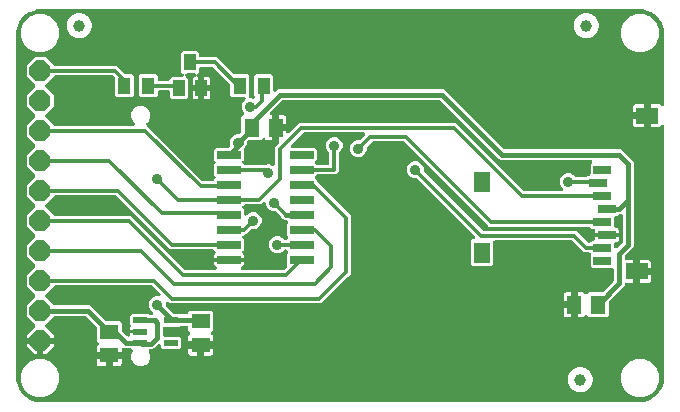
<source format=gbr>
G04 EAGLE Gerber RS-274X export*
G75*
%MOMM*%
%FSLAX34Y34*%
%LPD*%
%INTop Copper*%
%IPPOS*%
%AMOC8*
5,1,8,0,0,1.08239X$1,22.5*%
G01*
%ADD10R,2.032000X0.660400*%
%ADD11R,1.900000X1.400000*%
%ADD12R,1.400000X1.800000*%
%ADD13R,1.500000X0.700000*%
%ADD14R,1.200000X0.550000*%
%ADD15R,1.100000X1.400000*%
%ADD16R,1.000000X1.400000*%
%ADD17R,1.600000X1.300000*%
%ADD18R,1.300000X1.600000*%
%ADD19P,1.924489X8X22.500000*%
%ADD20C,1.000000*%
%ADD21C,0.906400*%
%ADD22C,0.304800*%
%ADD23C,0.406400*%

G36*
X254042Y-166364D02*
X254042Y-166364D01*
X254120Y-166365D01*
X257060Y-166133D01*
X257116Y-166122D01*
X257173Y-166120D01*
X257383Y-166070D01*
X257402Y-166066D01*
X257406Y-166065D01*
X257411Y-166063D01*
X263004Y-164246D01*
X263110Y-164198D01*
X263220Y-164157D01*
X263283Y-164118D01*
X263321Y-164101D01*
X263356Y-164074D01*
X263429Y-164030D01*
X268186Y-160573D01*
X268272Y-160494D01*
X268364Y-160422D01*
X268412Y-160365D01*
X268443Y-160337D01*
X268468Y-160301D01*
X268523Y-160236D01*
X271980Y-155479D01*
X272037Y-155377D01*
X272102Y-155280D01*
X272131Y-155211D01*
X272151Y-155175D01*
X272163Y-155132D01*
X272196Y-155054D01*
X274013Y-149461D01*
X274025Y-149405D01*
X274044Y-149351D01*
X274079Y-149138D01*
X274082Y-149119D01*
X274082Y-149115D01*
X274083Y-149110D01*
X274315Y-146170D01*
X274313Y-146127D01*
X274319Y-146050D01*
X274319Y66943D01*
X274305Y67067D01*
X274299Y67192D01*
X274285Y67240D01*
X274279Y67289D01*
X274237Y67407D01*
X274203Y67527D01*
X274179Y67570D01*
X274162Y67617D01*
X274094Y67722D01*
X274033Y67832D01*
X274000Y67868D01*
X273973Y67910D01*
X273883Y67997D01*
X273799Y68090D01*
X273758Y68118D01*
X273722Y68152D01*
X273615Y68216D01*
X273512Y68287D01*
X273466Y68306D01*
X273423Y68331D01*
X273304Y68369D01*
X273188Y68415D01*
X273139Y68422D01*
X273091Y68437D01*
X272966Y68447D01*
X272843Y68465D01*
X272793Y68461D01*
X272744Y68465D01*
X272620Y68447D01*
X272495Y68436D01*
X272448Y68421D01*
X272399Y68414D01*
X272283Y68367D01*
X272164Y68329D01*
X272121Y68303D01*
X272075Y68285D01*
X271973Y68214D01*
X271865Y68149D01*
X271830Y68114D01*
X271789Y68086D01*
X271705Y67993D01*
X271616Y67906D01*
X271580Y67854D01*
X271556Y67827D01*
X271533Y67785D01*
X271519Y67766D01*
X271030Y67277D01*
X270451Y66942D01*
X269805Y66769D01*
X263017Y66769D01*
X263017Y74786D01*
X263014Y74812D01*
X263016Y74838D01*
X262994Y74985D01*
X262977Y75132D01*
X262968Y75157D01*
X262965Y75183D01*
X262910Y75321D01*
X262860Y75460D01*
X262846Y75482D01*
X262836Y75507D01*
X262751Y75628D01*
X262671Y75753D01*
X262652Y75771D01*
X262637Y75793D01*
X262527Y75892D01*
X262420Y75995D01*
X262398Y76009D01*
X262378Y76026D01*
X262248Y76098D01*
X262121Y76174D01*
X262096Y76182D01*
X262073Y76195D01*
X261930Y76235D01*
X261789Y76280D01*
X261763Y76282D01*
X261738Y76290D01*
X261494Y76309D01*
X259969Y76309D01*
X259969Y76311D01*
X261494Y76311D01*
X261520Y76314D01*
X261546Y76312D01*
X261693Y76334D01*
X261840Y76351D01*
X261865Y76360D01*
X261891Y76363D01*
X262029Y76418D01*
X262168Y76468D01*
X262190Y76482D01*
X262215Y76492D01*
X262336Y76577D01*
X262461Y76657D01*
X262479Y76676D01*
X262501Y76691D01*
X262600Y76801D01*
X262703Y76908D01*
X262717Y76930D01*
X262734Y76950D01*
X262806Y77080D01*
X262882Y77207D01*
X262890Y77232D01*
X262903Y77255D01*
X262943Y77398D01*
X262988Y77539D01*
X262990Y77565D01*
X262998Y77590D01*
X263017Y77834D01*
X263017Y85851D01*
X269805Y85851D01*
X270451Y85678D01*
X271030Y85343D01*
X271532Y84841D01*
X271551Y84815D01*
X271619Y84710D01*
X271655Y84676D01*
X271684Y84636D01*
X271780Y84555D01*
X271870Y84468D01*
X271912Y84442D01*
X271950Y84410D01*
X272062Y84353D01*
X272169Y84289D01*
X272216Y84274D01*
X272260Y84251D01*
X272382Y84221D01*
X272501Y84183D01*
X272550Y84179D01*
X272598Y84167D01*
X272724Y84165D01*
X272848Y84155D01*
X272897Y84162D01*
X272947Y84161D01*
X273069Y84188D01*
X273193Y84206D01*
X273239Y84225D01*
X273287Y84235D01*
X273401Y84289D01*
X273517Y84335D01*
X273557Y84363D01*
X273602Y84385D01*
X273700Y84463D01*
X273803Y84534D01*
X273836Y84571D01*
X273875Y84602D01*
X273953Y84700D01*
X274036Y84793D01*
X274060Y84836D01*
X274091Y84875D01*
X274144Y84989D01*
X274205Y85098D01*
X274218Y85146D01*
X274239Y85191D01*
X274266Y85313D01*
X274300Y85433D01*
X274305Y85496D01*
X274312Y85531D01*
X274311Y85579D01*
X274319Y85677D01*
X274319Y146050D01*
X274314Y146092D01*
X274315Y146170D01*
X274083Y149110D01*
X274072Y149166D01*
X274070Y149223D01*
X274020Y149433D01*
X274016Y149452D01*
X274015Y149456D01*
X274013Y149461D01*
X272196Y155054D01*
X272148Y155160D01*
X272107Y155270D01*
X272068Y155333D01*
X272051Y155371D01*
X272024Y155406D01*
X271980Y155479D01*
X268523Y160236D01*
X268444Y160322D01*
X268372Y160414D01*
X268315Y160462D01*
X268287Y160493D01*
X268251Y160518D01*
X268186Y160573D01*
X263429Y164030D01*
X263327Y164087D01*
X263230Y164152D01*
X263161Y164181D01*
X263125Y164201D01*
X263082Y164213D01*
X263004Y164246D01*
X257411Y166063D01*
X257355Y166075D01*
X257301Y166094D01*
X257088Y166129D01*
X257069Y166132D01*
X257065Y166132D01*
X257060Y166133D01*
X254120Y166365D01*
X254077Y166363D01*
X254000Y166369D01*
X-254000Y166369D01*
X-254042Y166364D01*
X-254120Y166365D01*
X-257060Y166133D01*
X-257116Y166122D01*
X-257173Y166120D01*
X-257383Y166070D01*
X-257402Y166066D01*
X-257406Y166065D01*
X-257411Y166063D01*
X-263004Y164246D01*
X-263110Y164198D01*
X-263220Y164157D01*
X-263283Y164118D01*
X-263321Y164101D01*
X-263356Y164074D01*
X-263429Y164030D01*
X-268186Y160573D01*
X-268272Y160494D01*
X-268364Y160422D01*
X-268412Y160365D01*
X-268443Y160337D01*
X-268468Y160301D01*
X-268523Y160236D01*
X-271980Y155479D01*
X-272037Y155377D01*
X-272102Y155280D01*
X-272131Y155211D01*
X-272151Y155175D01*
X-272163Y155132D01*
X-272196Y155054D01*
X-274013Y149461D01*
X-274025Y149405D01*
X-274044Y149351D01*
X-274062Y149240D01*
X-274063Y149239D01*
X-274063Y149237D01*
X-274079Y149138D01*
X-274082Y149119D01*
X-274082Y149115D01*
X-274083Y149110D01*
X-274315Y146170D01*
X-274313Y146127D01*
X-274319Y146050D01*
X-274319Y-146050D01*
X-274314Y-146092D01*
X-274315Y-146170D01*
X-274083Y-149110D01*
X-274072Y-149166D01*
X-274070Y-149223D01*
X-274020Y-149433D01*
X-274016Y-149452D01*
X-274015Y-149456D01*
X-274013Y-149461D01*
X-272196Y-155054D01*
X-272148Y-155160D01*
X-272107Y-155270D01*
X-272068Y-155333D01*
X-272051Y-155371D01*
X-272024Y-155406D01*
X-271980Y-155479D01*
X-268523Y-160236D01*
X-268444Y-160322D01*
X-268372Y-160414D01*
X-268315Y-160462D01*
X-268287Y-160493D01*
X-268251Y-160518D01*
X-268186Y-160573D01*
X-263429Y-164030D01*
X-263327Y-164087D01*
X-263230Y-164152D01*
X-263161Y-164181D01*
X-263125Y-164201D01*
X-263082Y-164213D01*
X-263004Y-164246D01*
X-257411Y-166063D01*
X-257355Y-166075D01*
X-257301Y-166094D01*
X-257088Y-166129D01*
X-257069Y-166132D01*
X-257065Y-166132D01*
X-257060Y-166133D01*
X-254120Y-166365D01*
X-254077Y-166363D01*
X-254000Y-166369D01*
X254000Y-166369D01*
X254042Y-166364D01*
G37*
%LPC*%
G36*
X-170607Y-136081D02*
X-170607Y-136081D01*
X-173577Y-134850D01*
X-175850Y-132577D01*
X-177081Y-129607D01*
X-177081Y-126393D01*
X-175789Y-123274D01*
X-175768Y-123201D01*
X-175738Y-123130D01*
X-175720Y-123033D01*
X-175693Y-122939D01*
X-175690Y-122863D01*
X-175676Y-122787D01*
X-175681Y-122689D01*
X-175676Y-122591D01*
X-175690Y-122516D01*
X-175694Y-122439D01*
X-175721Y-122345D01*
X-175739Y-122248D01*
X-175769Y-122178D01*
X-175791Y-122104D01*
X-175839Y-122019D01*
X-175878Y-121928D01*
X-175923Y-121867D01*
X-175961Y-121800D01*
X-176057Y-121686D01*
X-176086Y-121649D01*
X-176100Y-121636D01*
X-176119Y-121614D01*
X-176534Y-121199D01*
X-176633Y-121120D01*
X-176727Y-121036D01*
X-176770Y-121012D01*
X-176807Y-120982D01*
X-176921Y-120928D01*
X-177032Y-120867D01*
X-177079Y-120854D01*
X-177122Y-120833D01*
X-177246Y-120807D01*
X-177368Y-120772D01*
X-177428Y-120767D01*
X-177463Y-120760D01*
X-177511Y-120761D01*
X-177611Y-120753D01*
X-181910Y-120753D01*
X-182933Y-120329D01*
X-183078Y-120287D01*
X-183221Y-120242D01*
X-183245Y-120240D01*
X-183268Y-120233D01*
X-183419Y-120226D01*
X-183568Y-120214D01*
X-183592Y-120217D01*
X-183616Y-120216D01*
X-183764Y-120243D01*
X-183913Y-120265D01*
X-183935Y-120274D01*
X-183959Y-120279D01*
X-184097Y-120339D01*
X-184237Y-120394D01*
X-184257Y-120408D01*
X-184279Y-120418D01*
X-184399Y-120507D01*
X-184523Y-120593D01*
X-184539Y-120611D01*
X-184559Y-120625D01*
X-184656Y-120741D01*
X-184756Y-120852D01*
X-184768Y-120873D01*
X-184784Y-120891D01*
X-184852Y-121025D01*
X-184925Y-121157D01*
X-184931Y-121180D01*
X-184942Y-121202D01*
X-184979Y-121347D01*
X-185020Y-121492D01*
X-185022Y-121521D01*
X-185027Y-121540D01*
X-185027Y-121587D01*
X-185039Y-121736D01*
X-185039Y-123793D01*
X-194056Y-123793D01*
X-194082Y-123796D01*
X-194108Y-123794D01*
X-194255Y-123816D01*
X-194402Y-123833D01*
X-194427Y-123841D01*
X-194453Y-123845D01*
X-194591Y-123900D01*
X-194730Y-123950D01*
X-194752Y-123964D01*
X-194777Y-123974D01*
X-194898Y-124059D01*
X-195023Y-124139D01*
X-195041Y-124158D01*
X-195063Y-124173D01*
X-195162Y-124283D01*
X-195265Y-124390D01*
X-195279Y-124412D01*
X-195296Y-124432D01*
X-195368Y-124562D01*
X-195444Y-124689D01*
X-195452Y-124714D01*
X-195465Y-124737D01*
X-195505Y-124880D01*
X-195550Y-125021D01*
X-195552Y-125047D01*
X-195560Y-125072D01*
X-195579Y-125316D01*
X-195579Y-126841D01*
X-195581Y-126841D01*
X-195581Y-125316D01*
X-195584Y-125290D01*
X-195582Y-125264D01*
X-195604Y-125117D01*
X-195621Y-124970D01*
X-195630Y-124945D01*
X-195633Y-124919D01*
X-195688Y-124781D01*
X-195738Y-124642D01*
X-195752Y-124620D01*
X-195762Y-124595D01*
X-195847Y-124474D01*
X-195927Y-124349D01*
X-195946Y-124331D01*
X-195961Y-124309D01*
X-196071Y-124210D01*
X-196178Y-124107D01*
X-196200Y-124093D01*
X-196220Y-124076D01*
X-196350Y-124004D01*
X-196477Y-123928D01*
X-196502Y-123920D01*
X-196525Y-123907D01*
X-196668Y-123867D01*
X-196809Y-123822D01*
X-196835Y-123820D01*
X-196860Y-123812D01*
X-197104Y-123793D01*
X-206121Y-123793D01*
X-206121Y-120005D01*
X-205948Y-119359D01*
X-205613Y-118780D01*
X-205140Y-118307D01*
X-204999Y-118226D01*
X-204958Y-118195D01*
X-204913Y-118172D01*
X-204819Y-118092D01*
X-204719Y-118018D01*
X-204686Y-117979D01*
X-204648Y-117946D01*
X-204574Y-117846D01*
X-204494Y-117752D01*
X-204471Y-117707D01*
X-204440Y-117666D01*
X-204391Y-117552D01*
X-204335Y-117442D01*
X-204323Y-117393D01*
X-204302Y-117346D01*
X-204280Y-117224D01*
X-204250Y-117104D01*
X-204250Y-117053D01*
X-204241Y-117003D01*
X-204247Y-116879D01*
X-204245Y-116755D01*
X-204256Y-116706D01*
X-204259Y-116655D01*
X-204293Y-116536D01*
X-204319Y-116415D01*
X-204341Y-116369D01*
X-204355Y-116320D01*
X-204416Y-116212D01*
X-204469Y-116100D01*
X-204500Y-116060D01*
X-204525Y-116016D01*
X-204684Y-115829D01*
X-204686Y-115828D01*
X-204686Y-115827D01*
X-206121Y-114392D01*
X-206121Y-103237D01*
X-206135Y-103111D01*
X-206142Y-102985D01*
X-206155Y-102939D01*
X-206161Y-102891D01*
X-206203Y-102772D01*
X-206238Y-102650D01*
X-206262Y-102608D01*
X-206278Y-102563D01*
X-206347Y-102456D01*
X-206408Y-102346D01*
X-206448Y-102300D01*
X-206467Y-102270D01*
X-206502Y-102236D01*
X-206567Y-102160D01*
X-214808Y-93919D01*
X-214907Y-93840D01*
X-215001Y-93756D01*
X-215043Y-93732D01*
X-215081Y-93702D01*
X-215195Y-93648D01*
X-215306Y-93587D01*
X-215352Y-93574D01*
X-215396Y-93553D01*
X-215519Y-93527D01*
X-215641Y-93492D01*
X-215702Y-93487D01*
X-215737Y-93480D01*
X-215785Y-93481D01*
X-215885Y-93473D01*
X-241776Y-93473D01*
X-241902Y-93487D01*
X-242028Y-93494D01*
X-242074Y-93507D01*
X-242123Y-93513D01*
X-242242Y-93555D01*
X-242363Y-93590D01*
X-242405Y-93614D01*
X-242451Y-93630D01*
X-242557Y-93699D01*
X-242667Y-93760D01*
X-242713Y-93800D01*
X-242743Y-93819D01*
X-242777Y-93854D01*
X-242853Y-93919D01*
X-249457Y-100523D01*
X-249474Y-100543D01*
X-249494Y-100560D01*
X-249582Y-100680D01*
X-249674Y-100796D01*
X-249685Y-100820D01*
X-249701Y-100841D01*
X-249760Y-100977D01*
X-249823Y-101111D01*
X-249828Y-101137D01*
X-249839Y-101161D01*
X-249865Y-101307D01*
X-249896Y-101452D01*
X-249896Y-101478D01*
X-249901Y-101504D01*
X-249893Y-101652D01*
X-249890Y-101800D01*
X-249884Y-101826D01*
X-249883Y-101852D01*
X-249842Y-101994D01*
X-249805Y-102138D01*
X-249793Y-102161D01*
X-249786Y-102187D01*
X-249714Y-102316D01*
X-249646Y-102448D01*
X-249629Y-102468D01*
X-249616Y-102491D01*
X-249457Y-102677D01*
X-242569Y-109565D01*
X-242569Y-111761D01*
X-252984Y-111761D01*
X-253010Y-111764D01*
X-253036Y-111762D01*
X-253183Y-111784D01*
X-253330Y-111801D01*
X-253355Y-111809D01*
X-253381Y-111813D01*
X-253518Y-111868D01*
X-253658Y-111918D01*
X-253680Y-111932D01*
X-253705Y-111942D01*
X-253826Y-112027D01*
X-253951Y-112107D01*
X-253969Y-112126D01*
X-253991Y-112141D01*
X-254005Y-112157D01*
X-254090Y-112075D01*
X-254113Y-112061D01*
X-254132Y-112044D01*
X-254262Y-111972D01*
X-254389Y-111896D01*
X-254414Y-111888D01*
X-254437Y-111875D01*
X-254580Y-111835D01*
X-254721Y-111790D01*
X-254747Y-111787D01*
X-254772Y-111780D01*
X-255016Y-111761D01*
X-265431Y-111761D01*
X-265431Y-109565D01*
X-258543Y-102677D01*
X-258526Y-102657D01*
X-258506Y-102640D01*
X-258418Y-102520D01*
X-258326Y-102404D01*
X-258315Y-102380D01*
X-258299Y-102359D01*
X-258240Y-102223D01*
X-258177Y-102089D01*
X-258172Y-102063D01*
X-258161Y-102039D01*
X-258135Y-101893D01*
X-258104Y-101748D01*
X-258104Y-101722D01*
X-258099Y-101696D01*
X-258107Y-101548D01*
X-258110Y-101400D01*
X-258116Y-101374D01*
X-258117Y-101348D01*
X-258158Y-101206D01*
X-258195Y-101062D01*
X-258207Y-101038D01*
X-258214Y-101013D01*
X-258286Y-100884D01*
X-258354Y-100752D01*
X-258371Y-100732D01*
X-258384Y-100709D01*
X-258543Y-100523D01*
X-265431Y-93635D01*
X-265431Y-84165D01*
X-258543Y-77277D01*
X-258526Y-77257D01*
X-258506Y-77240D01*
X-258418Y-77120D01*
X-258326Y-77004D01*
X-258315Y-76980D01*
X-258299Y-76959D01*
X-258240Y-76823D01*
X-258177Y-76689D01*
X-258172Y-76663D01*
X-258161Y-76639D01*
X-258135Y-76493D01*
X-258104Y-76348D01*
X-258104Y-76322D01*
X-258099Y-76296D01*
X-258107Y-76148D01*
X-258110Y-76000D01*
X-258116Y-75974D01*
X-258117Y-75948D01*
X-258158Y-75806D01*
X-258195Y-75662D01*
X-258207Y-75638D01*
X-258214Y-75613D01*
X-258286Y-75484D01*
X-258354Y-75352D01*
X-258371Y-75332D01*
X-258384Y-75309D01*
X-258543Y-75123D01*
X-265431Y-68235D01*
X-265431Y-58765D01*
X-258543Y-51877D01*
X-258526Y-51857D01*
X-258506Y-51840D01*
X-258418Y-51720D01*
X-258326Y-51604D01*
X-258315Y-51580D01*
X-258299Y-51559D01*
X-258240Y-51423D01*
X-258177Y-51289D01*
X-258172Y-51263D01*
X-258161Y-51239D01*
X-258135Y-51093D01*
X-258104Y-50948D01*
X-258104Y-50922D01*
X-258099Y-50896D01*
X-258107Y-50748D01*
X-258110Y-50600D01*
X-258116Y-50574D01*
X-258117Y-50548D01*
X-258158Y-50406D01*
X-258195Y-50262D01*
X-258207Y-50238D01*
X-258214Y-50213D01*
X-258286Y-50084D01*
X-258354Y-49952D01*
X-258371Y-49932D01*
X-258384Y-49909D01*
X-258543Y-49723D01*
X-265431Y-42835D01*
X-265431Y-33365D01*
X-258543Y-26477D01*
X-258526Y-26457D01*
X-258506Y-26440D01*
X-258418Y-26320D01*
X-258326Y-26204D01*
X-258315Y-26180D01*
X-258299Y-26159D01*
X-258240Y-26023D01*
X-258177Y-25889D01*
X-258172Y-25863D01*
X-258161Y-25839D01*
X-258135Y-25693D01*
X-258104Y-25548D01*
X-258104Y-25522D01*
X-258099Y-25496D01*
X-258107Y-25348D01*
X-258110Y-25200D01*
X-258116Y-25174D01*
X-258117Y-25148D01*
X-258158Y-25006D01*
X-258195Y-24862D01*
X-258207Y-24838D01*
X-258214Y-24813D01*
X-258286Y-24684D01*
X-258354Y-24552D01*
X-258371Y-24532D01*
X-258384Y-24509D01*
X-258543Y-24323D01*
X-265431Y-17435D01*
X-265431Y-7965D01*
X-258543Y-1077D01*
X-258526Y-1057D01*
X-258506Y-1040D01*
X-258418Y-920D01*
X-258326Y-804D01*
X-258315Y-780D01*
X-258299Y-759D01*
X-258240Y-623D01*
X-258177Y-489D01*
X-258172Y-463D01*
X-258161Y-439D01*
X-258135Y-293D01*
X-258104Y-148D01*
X-258104Y-122D01*
X-258099Y-96D01*
X-258107Y52D01*
X-258110Y200D01*
X-258116Y226D01*
X-258117Y252D01*
X-258158Y394D01*
X-258195Y538D01*
X-258207Y562D01*
X-258214Y587D01*
X-258286Y716D01*
X-258354Y848D01*
X-258371Y868D01*
X-258384Y891D01*
X-258543Y1077D01*
X-265431Y7965D01*
X-265431Y17435D01*
X-258543Y24323D01*
X-258526Y24343D01*
X-258506Y24360D01*
X-258418Y24480D01*
X-258326Y24596D01*
X-258315Y24620D01*
X-258299Y24641D01*
X-258240Y24777D01*
X-258177Y24911D01*
X-258172Y24937D01*
X-258161Y24961D01*
X-258135Y25107D01*
X-258104Y25252D01*
X-258104Y25278D01*
X-258099Y25304D01*
X-258107Y25452D01*
X-258110Y25600D01*
X-258116Y25626D01*
X-258117Y25652D01*
X-258158Y25794D01*
X-258195Y25938D01*
X-258207Y25962D01*
X-258214Y25987D01*
X-258286Y26116D01*
X-258354Y26248D01*
X-258371Y26268D01*
X-258384Y26291D01*
X-258543Y26477D01*
X-265431Y33365D01*
X-265431Y42835D01*
X-258543Y49723D01*
X-258526Y49743D01*
X-258506Y49760D01*
X-258418Y49880D01*
X-258326Y49996D01*
X-258315Y50020D01*
X-258299Y50041D01*
X-258240Y50177D01*
X-258177Y50311D01*
X-258172Y50337D01*
X-258161Y50361D01*
X-258135Y50507D01*
X-258104Y50652D01*
X-258104Y50678D01*
X-258099Y50704D01*
X-258107Y50852D01*
X-258110Y51000D01*
X-258116Y51026D01*
X-258117Y51052D01*
X-258158Y51194D01*
X-258195Y51338D01*
X-258207Y51362D01*
X-258214Y51387D01*
X-258286Y51516D01*
X-258354Y51648D01*
X-258371Y51668D01*
X-258384Y51691D01*
X-258543Y51877D01*
X-265431Y58765D01*
X-265431Y68235D01*
X-258543Y75123D01*
X-258526Y75143D01*
X-258506Y75160D01*
X-258418Y75280D01*
X-258326Y75396D01*
X-258315Y75420D01*
X-258299Y75441D01*
X-258240Y75577D01*
X-258177Y75711D01*
X-258172Y75737D01*
X-258161Y75761D01*
X-258135Y75907D01*
X-258104Y76052D01*
X-258104Y76078D01*
X-258099Y76104D01*
X-258107Y76252D01*
X-258110Y76400D01*
X-258116Y76426D01*
X-258117Y76452D01*
X-258158Y76594D01*
X-258195Y76738D01*
X-258207Y76762D01*
X-258214Y76787D01*
X-258286Y76916D01*
X-258354Y77048D01*
X-258371Y77068D01*
X-258384Y77091D01*
X-258543Y77277D01*
X-265431Y84165D01*
X-265431Y93635D01*
X-258543Y100523D01*
X-258526Y100543D01*
X-258506Y100560D01*
X-258418Y100680D01*
X-258326Y100796D01*
X-258315Y100820D01*
X-258299Y100841D01*
X-258240Y100977D01*
X-258177Y101111D01*
X-258172Y101137D01*
X-258161Y101161D01*
X-258135Y101307D01*
X-258104Y101452D01*
X-258104Y101478D01*
X-258099Y101504D01*
X-258107Y101652D01*
X-258110Y101800D01*
X-258116Y101826D01*
X-258117Y101852D01*
X-258158Y101994D01*
X-258195Y102138D01*
X-258207Y102162D01*
X-258214Y102187D01*
X-258286Y102316D01*
X-258354Y102448D01*
X-258371Y102468D01*
X-258384Y102491D01*
X-258543Y102677D01*
X-265431Y109565D01*
X-265431Y119035D01*
X-258735Y125731D01*
X-249265Y125731D01*
X-242345Y118811D01*
X-242246Y118732D01*
X-242153Y118648D01*
X-242110Y118624D01*
X-242072Y118594D01*
X-241958Y118540D01*
X-241847Y118479D01*
X-241801Y118466D01*
X-241757Y118445D01*
X-241634Y118419D01*
X-241512Y118384D01*
X-241451Y118379D01*
X-241417Y118372D01*
X-241369Y118373D01*
X-241268Y118365D01*
X-188816Y118365D01*
X-182038Y111587D01*
X-181939Y111508D01*
X-181846Y111424D01*
X-181803Y111400D01*
X-181765Y111370D01*
X-181651Y111316D01*
X-181541Y111255D01*
X-181494Y111242D01*
X-181450Y111221D01*
X-181327Y111195D01*
X-181205Y111160D01*
X-181144Y111155D01*
X-181110Y111148D01*
X-181062Y111149D01*
X-180961Y111141D01*
X-176168Y111141D01*
X-174679Y109652D01*
X-174679Y93548D01*
X-176168Y92059D01*
X-189272Y92059D01*
X-190761Y93548D01*
X-190761Y108181D01*
X-190775Y108307D01*
X-190782Y108433D01*
X-190795Y108480D01*
X-190801Y108528D01*
X-190843Y108647D01*
X-190878Y108768D01*
X-190902Y108810D01*
X-190918Y108856D01*
X-190987Y108962D01*
X-191048Y109072D01*
X-191088Y109118D01*
X-191107Y109149D01*
X-191142Y109182D01*
X-191207Y109259D01*
X-191738Y109789D01*
X-191837Y109868D01*
X-191930Y109952D01*
X-191973Y109976D01*
X-192011Y110006D01*
X-192125Y110060D01*
X-192235Y110121D01*
X-192282Y110134D01*
X-192326Y110155D01*
X-192449Y110181D01*
X-192571Y110216D01*
X-192631Y110221D01*
X-192666Y110228D01*
X-192715Y110227D01*
X-192815Y110235D01*
X-241268Y110235D01*
X-241394Y110221D01*
X-241520Y110214D01*
X-241566Y110201D01*
X-241615Y110195D01*
X-241734Y110153D01*
X-241855Y110118D01*
X-241897Y110094D01*
X-241943Y110078D01*
X-242049Y110009D01*
X-242159Y109948D01*
X-242205Y109908D01*
X-242235Y109889D01*
X-242269Y109854D01*
X-242345Y109789D01*
X-249457Y102677D01*
X-249474Y102657D01*
X-249494Y102640D01*
X-249582Y102520D01*
X-249674Y102404D01*
X-249685Y102380D01*
X-249701Y102359D01*
X-249760Y102223D01*
X-249823Y102089D01*
X-249828Y102063D01*
X-249839Y102039D01*
X-249865Y101893D01*
X-249896Y101748D01*
X-249896Y101722D01*
X-249901Y101696D01*
X-249893Y101548D01*
X-249890Y101400D01*
X-249884Y101374D01*
X-249883Y101348D01*
X-249842Y101206D01*
X-249805Y101062D01*
X-249793Y101039D01*
X-249786Y101013D01*
X-249714Y100884D01*
X-249646Y100752D01*
X-249629Y100732D01*
X-249616Y100709D01*
X-249457Y100523D01*
X-242569Y93635D01*
X-242569Y84165D01*
X-249457Y77277D01*
X-249474Y77257D01*
X-249494Y77240D01*
X-249582Y77120D01*
X-249674Y77004D01*
X-249685Y76980D01*
X-249701Y76959D01*
X-249760Y76823D01*
X-249823Y76689D01*
X-249828Y76663D01*
X-249839Y76639D01*
X-249865Y76493D01*
X-249896Y76348D01*
X-249896Y76322D01*
X-249901Y76296D01*
X-249893Y76148D01*
X-249890Y76000D01*
X-249884Y75974D01*
X-249883Y75948D01*
X-249842Y75806D01*
X-249805Y75662D01*
X-249793Y75639D01*
X-249786Y75613D01*
X-249714Y75484D01*
X-249646Y75352D01*
X-249629Y75332D01*
X-249616Y75309D01*
X-249457Y75123D01*
X-242345Y68011D01*
X-242246Y67932D01*
X-242153Y67848D01*
X-242110Y67824D01*
X-242072Y67794D01*
X-241958Y67740D01*
X-241847Y67679D01*
X-241801Y67666D01*
X-241757Y67645D01*
X-241634Y67619D01*
X-241512Y67584D01*
X-241451Y67579D01*
X-241417Y67572D01*
X-241369Y67573D01*
X-241268Y67565D01*
X-175170Y67565D01*
X-175070Y67576D01*
X-174970Y67578D01*
X-174898Y67596D01*
X-174824Y67605D01*
X-174729Y67638D01*
X-174632Y67663D01*
X-174566Y67697D01*
X-174496Y67722D01*
X-174411Y67777D01*
X-174322Y67823D01*
X-174265Y67871D01*
X-174203Y67911D01*
X-174133Y67983D01*
X-174057Y68048D01*
X-174013Y68108D01*
X-173961Y68162D01*
X-173909Y68248D01*
X-173850Y68329D01*
X-173820Y68397D01*
X-173782Y68461D01*
X-173751Y68557D01*
X-173712Y68649D01*
X-173698Y68722D01*
X-173676Y68793D01*
X-173668Y68893D01*
X-173650Y68992D01*
X-173654Y69066D01*
X-173648Y69140D01*
X-173663Y69240D01*
X-173668Y69340D01*
X-173688Y69411D01*
X-173699Y69485D01*
X-173736Y69578D01*
X-173764Y69675D01*
X-173801Y69740D01*
X-173828Y69809D01*
X-173885Y69891D01*
X-173934Y69979D01*
X-174000Y70055D01*
X-174027Y70095D01*
X-174054Y70119D01*
X-174093Y70165D01*
X-175850Y71923D01*
X-177081Y74893D01*
X-177081Y78107D01*
X-175850Y81077D01*
X-173577Y83350D01*
X-170607Y84581D01*
X-167393Y84581D01*
X-164423Y83350D01*
X-162150Y81077D01*
X-160919Y78107D01*
X-160919Y74893D01*
X-162150Y71923D01*
X-163907Y70165D01*
X-163969Y70087D01*
X-164039Y70014D01*
X-164077Y69950D01*
X-164124Y69892D01*
X-164167Y69801D01*
X-164218Y69715D01*
X-164241Y69644D01*
X-164273Y69577D01*
X-164294Y69479D01*
X-164324Y69383D01*
X-164330Y69309D01*
X-164346Y69236D01*
X-164344Y69136D01*
X-164352Y69036D01*
X-164341Y68962D01*
X-164340Y68888D01*
X-164316Y68791D01*
X-164301Y68691D01*
X-164273Y68622D01*
X-164255Y68550D01*
X-164209Y68461D01*
X-164172Y68367D01*
X-164129Y68306D01*
X-164095Y68240D01*
X-164030Y68164D01*
X-163973Y68081D01*
X-163918Y68031D01*
X-163870Y67975D01*
X-163789Y67915D01*
X-163714Y67848D01*
X-163681Y67829D01*
X-116872Y21021D01*
X-116773Y20942D01*
X-116680Y20858D01*
X-116637Y20834D01*
X-116599Y20804D01*
X-116485Y20750D01*
X-116375Y20689D01*
X-116328Y20676D01*
X-116284Y20655D01*
X-116161Y20629D01*
X-116039Y20594D01*
X-115978Y20589D01*
X-115944Y20582D01*
X-115896Y20583D01*
X-115795Y20575D01*
X-108458Y20575D01*
X-108432Y20578D01*
X-108406Y20576D01*
X-108259Y20598D01*
X-108112Y20615D01*
X-108087Y20623D01*
X-108061Y20627D01*
X-107923Y20682D01*
X-107784Y20732D01*
X-107762Y20746D01*
X-107737Y20756D01*
X-107616Y20841D01*
X-107491Y20921D01*
X-107473Y20940D01*
X-107451Y20955D01*
X-107352Y21065D01*
X-107249Y21172D01*
X-107235Y21194D01*
X-107218Y21214D01*
X-107146Y21344D01*
X-107070Y21471D01*
X-107062Y21496D01*
X-107049Y21519D01*
X-107009Y21662D01*
X-106964Y21803D01*
X-106962Y21829D01*
X-106954Y21854D01*
X-106935Y22098D01*
X-106935Y22134D01*
X-106016Y23053D01*
X-106000Y23073D01*
X-105980Y23090D01*
X-105892Y23210D01*
X-105800Y23326D01*
X-105788Y23350D01*
X-105773Y23371D01*
X-105714Y23507D01*
X-105651Y23641D01*
X-105645Y23667D01*
X-105635Y23691D01*
X-105609Y23837D01*
X-105577Y23982D01*
X-105578Y24008D01*
X-105573Y24034D01*
X-105581Y24182D01*
X-105583Y24330D01*
X-105590Y24356D01*
X-105591Y24382D01*
X-105632Y24524D01*
X-105668Y24668D01*
X-105680Y24691D01*
X-105688Y24717D01*
X-105760Y24846D01*
X-105828Y24978D01*
X-105845Y24998D01*
X-105858Y25021D01*
X-106016Y25207D01*
X-106935Y26126D01*
X-106935Y34834D01*
X-106016Y35753D01*
X-106000Y35773D01*
X-105980Y35790D01*
X-105892Y35910D01*
X-105800Y36026D01*
X-105788Y36050D01*
X-105773Y36071D01*
X-105714Y36207D01*
X-105651Y36341D01*
X-105645Y36367D01*
X-105635Y36391D01*
X-105609Y36537D01*
X-105577Y36682D01*
X-105578Y36708D01*
X-105573Y36734D01*
X-105581Y36882D01*
X-105583Y37030D01*
X-105590Y37056D01*
X-105591Y37082D01*
X-105632Y37224D01*
X-105668Y37368D01*
X-105680Y37391D01*
X-105688Y37417D01*
X-105760Y37546D01*
X-105828Y37678D01*
X-105845Y37698D01*
X-105858Y37721D01*
X-106016Y37907D01*
X-106935Y38826D01*
X-106935Y47534D01*
X-105446Y49023D01*
X-95235Y49023D01*
X-95110Y49037D01*
X-94983Y49044D01*
X-94937Y49057D01*
X-94889Y49063D01*
X-94770Y49105D01*
X-94648Y49140D01*
X-94606Y49164D01*
X-94561Y49180D01*
X-94454Y49249D01*
X-94344Y49310D01*
X-94298Y49350D01*
X-94268Y49369D01*
X-94234Y49404D01*
X-94158Y49469D01*
X-93643Y49984D01*
X-93596Y50043D01*
X-93541Y50097D01*
X-93488Y50180D01*
X-93426Y50257D01*
X-93394Y50326D01*
X-93353Y50390D01*
X-93320Y50483D01*
X-93278Y50572D01*
X-93261Y50647D01*
X-93236Y50719D01*
X-93225Y50816D01*
X-93204Y50912D01*
X-93205Y50989D01*
X-93197Y51065D01*
X-93208Y51163D01*
X-93210Y51261D01*
X-93229Y51335D01*
X-93238Y51411D01*
X-93284Y51553D01*
X-93295Y51599D01*
X-93304Y51616D01*
X-93313Y51644D01*
X-93433Y51933D01*
X-93433Y54747D01*
X-92356Y57346D01*
X-90366Y59336D01*
X-87767Y60413D01*
X-86385Y60413D01*
X-86259Y60427D01*
X-86133Y60434D01*
X-86087Y60447D01*
X-86039Y60453D01*
X-85920Y60495D01*
X-85798Y60530D01*
X-85756Y60554D01*
X-85711Y60570D01*
X-85604Y60639D01*
X-85494Y60700D01*
X-85448Y60740D01*
X-85418Y60759D01*
X-85384Y60794D01*
X-85308Y60859D01*
X-84257Y61910D01*
X-84178Y62009D01*
X-84094Y62103D01*
X-84070Y62145D01*
X-84040Y62183D01*
X-83986Y62297D01*
X-83925Y62408D01*
X-83912Y62454D01*
X-83891Y62498D01*
X-83865Y62622D01*
X-83830Y62743D01*
X-83825Y62804D01*
X-83818Y62839D01*
X-83819Y62887D01*
X-83811Y62987D01*
X-83811Y75092D01*
X-82276Y76627D01*
X-82200Y76654D01*
X-82102Y76679D01*
X-82036Y76713D01*
X-81966Y76738D01*
X-81882Y76793D01*
X-81793Y76839D01*
X-81736Y76887D01*
X-81673Y76927D01*
X-81604Y76999D01*
X-81527Y77064D01*
X-81483Y77124D01*
X-81431Y77178D01*
X-81380Y77264D01*
X-81320Y77345D01*
X-81291Y77413D01*
X-81252Y77477D01*
X-81222Y77572D01*
X-81182Y77665D01*
X-81169Y77738D01*
X-81146Y77809D01*
X-81138Y77909D01*
X-81120Y78008D01*
X-81124Y78082D01*
X-81118Y78156D01*
X-81133Y78256D01*
X-81138Y78356D01*
X-81159Y78427D01*
X-81170Y78501D01*
X-81207Y78594D01*
X-81235Y78691D01*
X-81271Y78756D01*
X-81299Y78825D01*
X-81356Y78907D01*
X-81405Y78995D01*
X-81470Y79071D01*
X-81498Y79111D01*
X-81524Y79135D01*
X-81563Y79181D01*
X-82196Y79814D01*
X-83273Y82413D01*
X-83273Y85227D01*
X-82196Y87826D01*
X-80563Y89459D01*
X-80501Y89538D01*
X-80431Y89610D01*
X-80393Y89674D01*
X-80347Y89732D01*
X-80304Y89823D01*
X-80252Y89909D01*
X-80230Y89980D01*
X-80198Y90047D01*
X-80177Y90145D01*
X-80146Y90241D01*
X-80140Y90315D01*
X-80125Y90388D01*
X-80126Y90488D01*
X-80118Y90588D01*
X-80129Y90662D01*
X-80130Y90736D01*
X-80155Y90833D01*
X-80170Y90933D01*
X-80197Y91002D01*
X-80215Y91074D01*
X-80261Y91163D01*
X-80299Y91257D01*
X-80341Y91318D01*
X-80375Y91384D01*
X-80440Y91460D01*
X-80498Y91543D01*
X-80553Y91593D01*
X-80601Y91649D01*
X-80682Y91709D01*
X-80756Y91776D01*
X-80821Y91812D01*
X-80881Y91857D01*
X-80973Y91896D01*
X-81061Y91945D01*
X-81133Y91965D01*
X-81201Y91995D01*
X-81300Y92012D01*
X-81397Y92040D01*
X-81497Y92048D01*
X-81544Y92056D01*
X-81580Y92054D01*
X-81641Y92059D01*
X-91482Y92059D01*
X-92971Y93548D01*
X-92971Y101831D01*
X-92985Y101957D01*
X-92992Y102083D01*
X-93005Y102130D01*
X-93011Y102178D01*
X-93053Y102297D01*
X-93088Y102418D01*
X-93112Y102460D01*
X-93128Y102506D01*
X-93197Y102612D01*
X-93258Y102722D01*
X-93298Y102769D01*
X-93317Y102799D01*
X-93352Y102832D01*
X-93417Y102908D01*
X-107488Y116979D01*
X-107587Y117058D01*
X-107680Y117142D01*
X-107723Y117166D01*
X-107761Y117196D01*
X-107875Y117250D01*
X-107985Y117311D01*
X-108032Y117324D01*
X-108076Y117345D01*
X-108199Y117371D01*
X-108321Y117406D01*
X-108382Y117411D01*
X-108416Y117418D01*
X-108464Y117417D01*
X-108565Y117425D01*
X-117936Y117425D01*
X-117962Y117422D01*
X-117988Y117424D01*
X-118135Y117402D01*
X-118282Y117385D01*
X-118307Y117377D01*
X-118333Y117373D01*
X-118471Y117318D01*
X-118610Y117268D01*
X-118632Y117254D01*
X-118657Y117244D01*
X-118778Y117159D01*
X-118903Y117079D01*
X-118921Y117060D01*
X-118943Y117045D01*
X-119042Y116935D01*
X-119145Y116828D01*
X-119159Y116806D01*
X-119176Y116786D01*
X-119248Y116656D01*
X-119324Y116529D01*
X-119332Y116504D01*
X-119345Y116481D01*
X-119385Y116338D01*
X-119430Y116197D01*
X-119432Y116171D01*
X-119440Y116146D01*
X-119459Y115902D01*
X-119459Y113438D01*
X-121266Y111631D01*
X-121328Y111553D01*
X-121398Y111480D01*
X-121436Y111416D01*
X-121482Y111358D01*
X-121525Y111267D01*
X-121577Y111181D01*
X-121600Y111110D01*
X-121631Y111043D01*
X-121652Y110945D01*
X-121683Y110849D01*
X-121689Y110775D01*
X-121705Y110702D01*
X-121703Y110602D01*
X-121711Y110502D01*
X-121700Y110428D01*
X-121699Y110354D01*
X-121674Y110257D01*
X-121659Y110157D01*
X-121632Y110088D01*
X-121614Y110016D01*
X-121568Y109927D01*
X-121531Y109833D01*
X-121488Y109772D01*
X-121454Y109706D01*
X-121389Y109630D01*
X-121332Y109547D01*
X-121277Y109497D01*
X-121228Y109441D01*
X-121147Y109381D01*
X-121073Y109314D01*
X-121008Y109278D01*
X-120948Y109233D01*
X-120856Y109194D01*
X-120768Y109145D01*
X-120696Y109125D01*
X-120628Y109095D01*
X-120529Y109078D01*
X-120432Y109050D01*
X-120332Y109042D01*
X-120285Y109034D01*
X-120249Y109036D01*
X-120189Y109031D01*
X-119999Y109031D01*
X-119999Y101989D01*
X-125041Y101989D01*
X-125041Y106825D01*
X-124868Y107471D01*
X-124533Y108050D01*
X-124060Y108523D01*
X-123481Y108858D01*
X-123118Y108955D01*
X-122979Y109010D01*
X-122838Y109060D01*
X-122817Y109074D01*
X-122794Y109083D01*
X-122671Y109168D01*
X-122545Y109249D01*
X-122528Y109267D01*
X-122508Y109281D01*
X-122407Y109392D01*
X-122303Y109500D01*
X-122291Y109521D01*
X-122274Y109540D01*
X-122201Y109670D01*
X-122124Y109799D01*
X-122117Y109823D01*
X-122105Y109844D01*
X-122064Y109988D01*
X-122018Y110131D01*
X-122016Y110156D01*
X-122009Y110179D01*
X-122002Y110329D01*
X-121990Y110478D01*
X-121994Y110503D01*
X-121993Y110528D01*
X-122020Y110675D01*
X-122042Y110823D01*
X-122051Y110846D01*
X-122056Y110870D01*
X-122115Y111008D01*
X-122171Y111147D01*
X-122185Y111167D01*
X-122195Y111190D01*
X-122284Y111310D01*
X-122370Y111433D01*
X-122388Y111450D01*
X-122403Y111469D01*
X-122517Y111566D01*
X-122628Y111666D01*
X-122650Y111678D01*
X-122669Y111694D01*
X-122802Y111763D01*
X-122933Y111835D01*
X-122957Y111842D01*
X-122979Y111853D01*
X-123125Y111889D01*
X-123269Y111930D01*
X-123299Y111932D01*
X-123318Y111937D01*
X-123365Y111937D01*
X-123513Y111949D01*
X-129689Y111949D01*
X-129789Y111938D01*
X-129889Y111936D01*
X-129961Y111918D01*
X-130035Y111909D01*
X-130129Y111876D01*
X-130227Y111851D01*
X-130293Y111817D01*
X-130363Y111792D01*
X-130447Y111737D01*
X-130537Y111691D01*
X-130593Y111643D01*
X-130656Y111603D01*
X-130726Y111531D01*
X-130802Y111466D01*
X-130846Y111406D01*
X-130898Y111352D01*
X-130950Y111266D01*
X-131009Y111185D01*
X-131039Y111117D01*
X-131077Y111053D01*
X-131107Y110957D01*
X-131147Y110865D01*
X-131160Y110792D01*
X-131183Y110721D01*
X-131191Y110621D01*
X-131209Y110522D01*
X-131205Y110448D01*
X-131211Y110374D01*
X-131196Y110274D01*
X-131191Y110174D01*
X-131170Y110103D01*
X-131159Y110029D01*
X-131122Y109936D01*
X-131094Y109839D01*
X-131058Y109774D01*
X-131031Y109705D01*
X-130973Y109623D01*
X-130924Y109535D01*
X-130859Y109459D01*
X-130832Y109419D01*
X-130805Y109395D01*
X-130766Y109349D01*
X-128959Y107542D01*
X-128959Y91438D01*
X-130448Y89949D01*
X-142552Y89949D01*
X-144041Y91438D01*
X-144041Y96012D01*
X-144044Y96038D01*
X-144042Y96064D01*
X-144064Y96211D01*
X-144081Y96358D01*
X-144089Y96383D01*
X-144093Y96409D01*
X-144148Y96547D01*
X-144198Y96686D01*
X-144212Y96708D01*
X-144222Y96733D01*
X-144307Y96854D01*
X-144387Y96979D01*
X-144406Y96997D01*
X-144421Y97019D01*
X-144531Y97118D01*
X-144638Y97221D01*
X-144660Y97235D01*
X-144680Y97252D01*
X-144810Y97324D01*
X-144937Y97400D01*
X-144962Y97408D01*
X-144985Y97421D01*
X-145128Y97461D01*
X-145269Y97506D01*
X-145295Y97508D01*
X-145320Y97516D01*
X-145564Y97535D01*
X-153156Y97535D01*
X-153182Y97532D01*
X-153208Y97534D01*
X-153355Y97512D01*
X-153502Y97495D01*
X-153527Y97487D01*
X-153553Y97483D01*
X-153691Y97428D01*
X-153830Y97378D01*
X-153852Y97364D01*
X-153877Y97354D01*
X-153998Y97269D01*
X-154123Y97189D01*
X-154141Y97170D01*
X-154163Y97155D01*
X-154262Y97045D01*
X-154365Y96938D01*
X-154379Y96916D01*
X-154396Y96896D01*
X-154468Y96766D01*
X-154544Y96639D01*
X-154552Y96614D01*
X-154565Y96591D01*
X-154605Y96448D01*
X-154650Y96307D01*
X-154652Y96281D01*
X-154660Y96256D01*
X-154679Y96012D01*
X-154679Y93548D01*
X-156168Y92059D01*
X-169272Y92059D01*
X-170761Y93548D01*
X-170761Y109652D01*
X-169272Y111141D01*
X-156168Y111141D01*
X-154679Y109652D01*
X-154679Y107188D01*
X-154676Y107162D01*
X-154678Y107136D01*
X-154656Y106989D01*
X-154639Y106842D01*
X-154631Y106817D01*
X-154627Y106791D01*
X-154572Y106653D01*
X-154522Y106514D01*
X-154508Y106492D01*
X-154498Y106467D01*
X-154413Y106346D01*
X-154333Y106221D01*
X-154314Y106203D01*
X-154299Y106181D01*
X-154189Y106082D01*
X-154082Y105979D01*
X-154060Y105965D01*
X-154040Y105948D01*
X-153910Y105876D01*
X-153783Y105800D01*
X-153758Y105792D01*
X-153735Y105779D01*
X-153592Y105739D01*
X-153451Y105694D01*
X-153425Y105692D01*
X-153400Y105684D01*
X-153156Y105665D01*
X-145564Y105665D01*
X-145538Y105668D01*
X-145512Y105666D01*
X-145365Y105688D01*
X-145218Y105705D01*
X-145193Y105713D01*
X-145167Y105717D01*
X-145029Y105772D01*
X-144890Y105822D01*
X-144868Y105836D01*
X-144843Y105846D01*
X-144722Y105931D01*
X-144597Y106011D01*
X-144579Y106030D01*
X-144557Y106045D01*
X-144458Y106155D01*
X-144355Y106262D01*
X-144341Y106284D01*
X-144324Y106304D01*
X-144252Y106434D01*
X-144176Y106561D01*
X-144168Y106586D01*
X-144155Y106609D01*
X-144115Y106752D01*
X-144070Y106893D01*
X-144068Y106919D01*
X-144060Y106944D01*
X-144041Y107188D01*
X-144041Y107542D01*
X-142552Y109031D01*
X-133811Y109031D01*
X-133711Y109042D01*
X-133611Y109044D01*
X-133539Y109062D01*
X-133465Y109071D01*
X-133371Y109104D01*
X-133273Y109129D01*
X-133207Y109163D01*
X-133137Y109188D01*
X-133053Y109243D01*
X-132963Y109289D01*
X-132907Y109337D01*
X-132844Y109377D01*
X-132774Y109449D01*
X-132698Y109514D01*
X-132654Y109574D01*
X-132602Y109628D01*
X-132550Y109714D01*
X-132491Y109795D01*
X-132461Y109863D01*
X-132423Y109927D01*
X-132393Y110023D01*
X-132353Y110115D01*
X-132340Y110188D01*
X-132317Y110259D01*
X-132309Y110359D01*
X-132291Y110458D01*
X-132295Y110532D01*
X-132289Y110606D01*
X-132304Y110706D01*
X-132309Y110806D01*
X-132330Y110877D01*
X-132341Y110951D01*
X-132378Y111044D01*
X-132406Y111141D01*
X-132442Y111206D01*
X-132469Y111275D01*
X-132527Y111357D01*
X-132576Y111445D01*
X-132641Y111521D01*
X-132668Y111561D01*
X-132695Y111585D01*
X-132734Y111631D01*
X-134541Y113438D01*
X-134541Y129542D01*
X-133052Y131031D01*
X-120948Y131031D01*
X-119459Y129542D01*
X-119459Y127078D01*
X-119456Y127052D01*
X-119458Y127026D01*
X-119436Y126879D01*
X-119419Y126732D01*
X-119411Y126707D01*
X-119407Y126681D01*
X-119352Y126543D01*
X-119302Y126404D01*
X-119288Y126382D01*
X-119278Y126357D01*
X-119193Y126236D01*
X-119113Y126111D01*
X-119094Y126093D01*
X-119079Y126071D01*
X-118969Y125972D01*
X-118862Y125869D01*
X-118840Y125855D01*
X-118820Y125838D01*
X-118690Y125766D01*
X-118563Y125690D01*
X-118538Y125682D01*
X-118515Y125669D01*
X-118372Y125629D01*
X-118231Y125584D01*
X-118205Y125582D01*
X-118180Y125574D01*
X-117936Y125555D01*
X-104566Y125555D01*
X-90598Y111587D01*
X-90499Y111508D01*
X-90406Y111424D01*
X-90363Y111400D01*
X-90325Y111370D01*
X-90211Y111316D01*
X-90101Y111255D01*
X-90054Y111242D01*
X-90010Y111221D01*
X-89887Y111195D01*
X-89765Y111160D01*
X-89704Y111155D01*
X-89670Y111148D01*
X-89622Y111149D01*
X-89521Y111141D01*
X-78378Y111141D01*
X-76889Y109652D01*
X-76889Y93548D01*
X-76944Y93493D01*
X-77006Y93415D01*
X-77076Y93342D01*
X-77114Y93278D01*
X-77160Y93220D01*
X-77203Y93129D01*
X-77255Y93043D01*
X-77278Y92972D01*
X-77309Y92905D01*
X-77330Y92807D01*
X-77361Y92711D01*
X-77367Y92637D01*
X-77383Y92564D01*
X-77381Y92464D01*
X-77389Y92364D01*
X-77378Y92290D01*
X-77377Y92216D01*
X-77352Y92118D01*
X-77337Y92019D01*
X-77310Y91950D01*
X-77292Y91878D01*
X-77246Y91789D01*
X-77209Y91695D01*
X-77166Y91634D01*
X-77132Y91568D01*
X-77067Y91492D01*
X-77010Y91409D01*
X-76955Y91359D01*
X-76906Y91303D01*
X-76825Y91243D01*
X-76751Y91176D01*
X-76686Y91140D01*
X-76626Y91095D01*
X-76534Y91056D01*
X-76446Y91007D01*
X-76374Y90987D01*
X-76306Y90957D01*
X-76207Y90940D01*
X-76110Y90912D01*
X-76010Y90904D01*
X-75963Y90896D01*
X-75927Y90898D01*
X-75867Y90893D01*
X-74793Y90893D01*
X-74225Y90657D01*
X-74176Y90644D01*
X-74131Y90622D01*
X-74009Y90596D01*
X-73890Y90562D01*
X-73839Y90559D01*
X-73790Y90549D01*
X-73666Y90551D01*
X-73542Y90545D01*
X-73492Y90554D01*
X-73442Y90555D01*
X-73321Y90585D01*
X-73199Y90607D01*
X-73153Y90627D01*
X-73104Y90640D01*
X-72993Y90697D01*
X-72879Y90746D01*
X-72839Y90776D01*
X-72794Y90799D01*
X-72699Y90880D01*
X-72599Y90954D01*
X-72567Y90992D01*
X-72529Y91025D01*
X-72455Y91125D01*
X-72374Y91220D01*
X-72351Y91265D01*
X-72321Y91305D01*
X-72272Y91420D01*
X-72216Y91530D01*
X-72203Y91579D01*
X-72183Y91625D01*
X-72161Y91748D01*
X-72131Y91868D01*
X-72131Y91919D01*
X-72122Y91968D01*
X-72128Y92093D01*
X-72126Y92217D01*
X-72137Y92266D01*
X-72140Y92316D01*
X-72174Y92436D01*
X-72201Y92557D01*
X-72222Y92603D01*
X-72236Y92651D01*
X-72297Y92760D01*
X-72350Y92872D01*
X-72382Y92912D01*
X-72406Y92955D01*
X-72565Y93142D01*
X-72971Y93548D01*
X-72971Y109652D01*
X-71482Y111141D01*
X-58378Y111141D01*
X-56889Y109652D01*
X-56889Y98035D01*
X-56878Y97935D01*
X-56876Y97835D01*
X-56858Y97763D01*
X-56849Y97689D01*
X-56815Y97594D01*
X-56791Y97497D01*
X-56757Y97431D01*
X-56732Y97361D01*
X-56677Y97276D01*
X-56631Y97187D01*
X-56583Y97130D01*
X-56543Y97068D01*
X-56471Y96998D01*
X-56406Y96922D01*
X-56346Y96877D01*
X-56292Y96826D01*
X-56206Y96774D01*
X-56125Y96714D01*
X-56057Y96685D01*
X-55993Y96647D01*
X-55897Y96616D01*
X-55805Y96576D01*
X-55732Y96563D01*
X-55661Y96541D01*
X-55561Y96533D01*
X-55462Y96515D01*
X-55388Y96519D01*
X-55314Y96513D01*
X-55214Y96528D01*
X-55114Y96533D01*
X-55043Y96553D01*
X-54969Y96564D01*
X-54876Y96601D01*
X-54779Y96629D01*
X-54714Y96666D01*
X-54645Y96693D01*
X-54563Y96750D01*
X-54475Y96799D01*
X-54399Y96865D01*
X-54359Y96892D01*
X-54335Y96918D01*
X-54289Y96958D01*
X-53390Y97857D01*
X-51710Y98553D01*
X87270Y98553D01*
X88950Y97857D01*
X138608Y48199D01*
X138707Y48120D01*
X138801Y48036D01*
X138843Y48012D01*
X138881Y47982D01*
X138995Y47928D01*
X139106Y47867D01*
X139152Y47854D01*
X139196Y47833D01*
X139319Y47807D01*
X139441Y47772D01*
X139502Y47767D01*
X139537Y47760D01*
X139585Y47761D01*
X139685Y47753D01*
X237130Y47753D01*
X238810Y47057D01*
X240311Y45556D01*
X247717Y38150D01*
X248413Y36470D01*
X248413Y-33930D01*
X247717Y-35610D01*
X241239Y-42088D01*
X241160Y-42187D01*
X241076Y-42281D01*
X241052Y-42323D01*
X241022Y-42361D01*
X240968Y-42475D01*
X240907Y-42586D01*
X240894Y-42632D01*
X240873Y-42676D01*
X240847Y-42799D01*
X240812Y-42921D01*
X240807Y-42982D01*
X240800Y-43017D01*
X240801Y-43065D01*
X240793Y-43165D01*
X240793Y-44626D01*
X240796Y-44652D01*
X240794Y-44678D01*
X240816Y-44825D01*
X240833Y-44972D01*
X240841Y-44997D01*
X240845Y-45023D01*
X240900Y-45161D01*
X240950Y-45300D01*
X240964Y-45322D01*
X240974Y-45347D01*
X241059Y-45468D01*
X241139Y-45593D01*
X241158Y-45611D01*
X241173Y-45633D01*
X241283Y-45732D01*
X241390Y-45835D01*
X241412Y-45849D01*
X241432Y-45866D01*
X241562Y-45938D01*
X241689Y-46014D01*
X241714Y-46022D01*
X241737Y-46035D01*
X241880Y-46075D01*
X242021Y-46120D01*
X242047Y-46122D01*
X242072Y-46130D01*
X242316Y-46149D01*
X247923Y-46149D01*
X247923Y-54166D01*
X247926Y-54192D01*
X247924Y-54218D01*
X247946Y-54365D01*
X247963Y-54512D01*
X247971Y-54537D01*
X247975Y-54563D01*
X248030Y-54701D01*
X248080Y-54840D01*
X248094Y-54862D01*
X248104Y-54887D01*
X248189Y-55008D01*
X248269Y-55133D01*
X248288Y-55151D01*
X248303Y-55173D01*
X248413Y-55272D01*
X248520Y-55375D01*
X248542Y-55389D01*
X248562Y-55406D01*
X248692Y-55478D01*
X248819Y-55554D01*
X248844Y-55562D01*
X248867Y-55575D01*
X249010Y-55615D01*
X249151Y-55660D01*
X249177Y-55662D01*
X249202Y-55670D01*
X249446Y-55689D01*
X250971Y-55689D01*
X250971Y-55691D01*
X249446Y-55691D01*
X249420Y-55694D01*
X249394Y-55692D01*
X249247Y-55714D01*
X249100Y-55731D01*
X249075Y-55740D01*
X249049Y-55743D01*
X248911Y-55798D01*
X248772Y-55848D01*
X248750Y-55862D01*
X248725Y-55872D01*
X248604Y-55957D01*
X248479Y-56037D01*
X248461Y-56056D01*
X248439Y-56071D01*
X248340Y-56181D01*
X248237Y-56288D01*
X248223Y-56310D01*
X248206Y-56330D01*
X248134Y-56460D01*
X248058Y-56587D01*
X248050Y-56612D01*
X248037Y-56635D01*
X247997Y-56778D01*
X247952Y-56919D01*
X247950Y-56945D01*
X247942Y-56970D01*
X247923Y-57214D01*
X247923Y-65231D01*
X242316Y-65231D01*
X242290Y-65234D01*
X242264Y-65232D01*
X242117Y-65254D01*
X241970Y-65271D01*
X241945Y-65279D01*
X241919Y-65283D01*
X241781Y-65338D01*
X241642Y-65388D01*
X241620Y-65402D01*
X241595Y-65412D01*
X241474Y-65497D01*
X241349Y-65577D01*
X241331Y-65596D01*
X241309Y-65611D01*
X241210Y-65721D01*
X241107Y-65828D01*
X241093Y-65850D01*
X241076Y-65870D01*
X241004Y-65999D01*
X240928Y-66127D01*
X240920Y-66152D01*
X240907Y-66175D01*
X240867Y-66317D01*
X240822Y-66459D01*
X240820Y-66485D01*
X240812Y-66510D01*
X240793Y-66754D01*
X240793Y-66790D01*
X240097Y-68470D01*
X227767Y-80800D01*
X227688Y-80899D01*
X227604Y-80993D01*
X227580Y-81035D01*
X227550Y-81073D01*
X227496Y-81187D01*
X227435Y-81298D01*
X227422Y-81344D01*
X227401Y-81388D01*
X227375Y-81511D01*
X227340Y-81633D01*
X227335Y-81694D01*
X227328Y-81729D01*
X227329Y-81777D01*
X227321Y-81877D01*
X227321Y-92872D01*
X225832Y-94361D01*
X210728Y-94361D01*
X209291Y-92924D01*
X209251Y-92892D01*
X209216Y-92854D01*
X209114Y-92784D01*
X209018Y-92707D01*
X208972Y-92685D01*
X208929Y-92656D01*
X208814Y-92611D01*
X208703Y-92558D01*
X208653Y-92547D01*
X208605Y-92529D01*
X208483Y-92511D01*
X208362Y-92485D01*
X208311Y-92486D01*
X208260Y-92478D01*
X208137Y-92489D01*
X208013Y-92491D01*
X207964Y-92503D01*
X207913Y-92508D01*
X207795Y-92546D01*
X207675Y-92576D01*
X207630Y-92599D01*
X207581Y-92615D01*
X207475Y-92679D01*
X207366Y-92735D01*
X207327Y-92768D01*
X207283Y-92795D01*
X207194Y-92881D01*
X207100Y-92961D01*
X207070Y-93002D01*
X207033Y-93038D01*
X206894Y-93239D01*
X206813Y-93380D01*
X206340Y-93853D01*
X205761Y-94188D01*
X205115Y-94361D01*
X201327Y-94361D01*
X201327Y-85344D01*
X201324Y-85318D01*
X201326Y-85292D01*
X201304Y-85145D01*
X201287Y-84998D01*
X201278Y-84973D01*
X201275Y-84947D01*
X201220Y-84809D01*
X201170Y-84670D01*
X201156Y-84648D01*
X201146Y-84623D01*
X201061Y-84502D01*
X200981Y-84377D01*
X200962Y-84359D01*
X200947Y-84337D01*
X200837Y-84238D01*
X200730Y-84135D01*
X200708Y-84121D01*
X200688Y-84104D01*
X200558Y-84032D01*
X200431Y-83956D01*
X200406Y-83948D01*
X200383Y-83935D01*
X200240Y-83895D01*
X200099Y-83850D01*
X200073Y-83848D01*
X200048Y-83840D01*
X199804Y-83821D01*
X198279Y-83821D01*
X198279Y-83819D01*
X199804Y-83819D01*
X199830Y-83816D01*
X199856Y-83818D01*
X200003Y-83796D01*
X200150Y-83779D01*
X200175Y-83770D01*
X200201Y-83767D01*
X200339Y-83712D01*
X200478Y-83662D01*
X200500Y-83648D01*
X200525Y-83638D01*
X200646Y-83553D01*
X200771Y-83473D01*
X200789Y-83454D01*
X200811Y-83439D01*
X200910Y-83329D01*
X201013Y-83222D01*
X201027Y-83200D01*
X201044Y-83180D01*
X201116Y-83050D01*
X201192Y-82923D01*
X201200Y-82898D01*
X201213Y-82875D01*
X201253Y-82732D01*
X201298Y-82591D01*
X201300Y-82565D01*
X201308Y-82540D01*
X201327Y-82296D01*
X201327Y-73279D01*
X205115Y-73279D01*
X205761Y-73452D01*
X206340Y-73787D01*
X206813Y-74260D01*
X206894Y-74401D01*
X206925Y-74442D01*
X206948Y-74487D01*
X207028Y-74581D01*
X207102Y-74681D01*
X207141Y-74714D01*
X207174Y-74753D01*
X207273Y-74826D01*
X207368Y-74906D01*
X207413Y-74929D01*
X207454Y-74960D01*
X207568Y-75009D01*
X207678Y-75065D01*
X207728Y-75077D01*
X207774Y-75098D01*
X207896Y-75120D01*
X208016Y-75150D01*
X208067Y-75150D01*
X208117Y-75159D01*
X208241Y-75153D01*
X208364Y-75155D01*
X208414Y-75144D01*
X208465Y-75141D01*
X208584Y-75107D01*
X208705Y-75081D01*
X208751Y-75059D01*
X208800Y-75045D01*
X208908Y-74984D01*
X209020Y-74931D01*
X209060Y-74900D01*
X209104Y-74875D01*
X209291Y-74716D01*
X210728Y-73279D01*
X221723Y-73279D01*
X221849Y-73265D01*
X221975Y-73258D01*
X222021Y-73245D01*
X222069Y-73239D01*
X222188Y-73197D01*
X222310Y-73162D01*
X222352Y-73138D01*
X222397Y-73122D01*
X222504Y-73053D01*
X222614Y-72992D01*
X222660Y-72952D01*
X222690Y-72933D01*
X222724Y-72898D01*
X222800Y-72833D01*
X231201Y-64432D01*
X231280Y-64333D01*
X231364Y-64239D01*
X231388Y-64197D01*
X231418Y-64159D01*
X231472Y-64045D01*
X231533Y-63934D01*
X231546Y-63888D01*
X231567Y-63844D01*
X231593Y-63721D01*
X231628Y-63599D01*
X231633Y-63538D01*
X231640Y-63503D01*
X231639Y-63455D01*
X231647Y-63355D01*
X231647Y-54254D01*
X231644Y-54228D01*
X231646Y-54202D01*
X231624Y-54055D01*
X231607Y-53908D01*
X231599Y-53883D01*
X231595Y-53857D01*
X231540Y-53719D01*
X231490Y-53580D01*
X231476Y-53558D01*
X231466Y-53533D01*
X231381Y-53412D01*
X231301Y-53287D01*
X231282Y-53269D01*
X231267Y-53247D01*
X231157Y-53148D01*
X231050Y-53045D01*
X231028Y-53031D01*
X231008Y-53014D01*
X230878Y-52942D01*
X230751Y-52866D01*
X230726Y-52858D01*
X230703Y-52845D01*
X230560Y-52805D01*
X230419Y-52760D01*
X230393Y-52758D01*
X230368Y-52750D01*
X230124Y-52731D01*
X213418Y-52731D01*
X211929Y-51242D01*
X211929Y-42104D01*
X212016Y-41994D01*
X212027Y-41971D01*
X212043Y-41950D01*
X212102Y-41813D01*
X212165Y-41679D01*
X212171Y-41654D01*
X212181Y-41630D01*
X212207Y-41484D01*
X212239Y-41338D01*
X212238Y-41312D01*
X212243Y-41287D01*
X212235Y-41139D01*
X212233Y-40990D01*
X212226Y-40965D01*
X212225Y-40939D01*
X212184Y-40796D01*
X212148Y-40652D01*
X212136Y-40629D01*
X212129Y-40604D01*
X212056Y-40474D01*
X211988Y-40342D01*
X211971Y-40322D01*
X211959Y-40300D01*
X211800Y-40113D01*
X211758Y-40071D01*
X211659Y-39993D01*
X211565Y-39908D01*
X211523Y-39884D01*
X211485Y-39855D01*
X211371Y-39800D01*
X211260Y-39739D01*
X211214Y-39726D01*
X211170Y-39706D01*
X211046Y-39679D01*
X210924Y-39644D01*
X210864Y-39640D01*
X210830Y-39632D01*
X210781Y-39633D01*
X210681Y-39625D01*
X206596Y-39625D01*
X196882Y-29911D01*
X196783Y-29832D01*
X196690Y-29748D01*
X196647Y-29724D01*
X196609Y-29694D01*
X196495Y-29640D01*
X196385Y-29579D01*
X196338Y-29566D01*
X196294Y-29545D01*
X196171Y-29519D01*
X196049Y-29484D01*
X195988Y-29479D01*
X195954Y-29472D01*
X195906Y-29473D01*
X195805Y-29465D01*
X131034Y-29465D01*
X131008Y-29468D01*
X130982Y-29466D01*
X130835Y-29488D01*
X130688Y-29505D01*
X130663Y-29513D01*
X130637Y-29517D01*
X130499Y-29572D01*
X130360Y-29622D01*
X130338Y-29636D01*
X130313Y-29646D01*
X130192Y-29731D01*
X130067Y-29811D01*
X130049Y-29830D01*
X130027Y-29845D01*
X129928Y-29955D01*
X129825Y-30062D01*
X129811Y-30084D01*
X129794Y-30104D01*
X129722Y-30234D01*
X129646Y-30361D01*
X129638Y-30386D01*
X129625Y-30409D01*
X129585Y-30552D01*
X129540Y-30693D01*
X129538Y-30719D01*
X129530Y-30744D01*
X129511Y-30988D01*
X129511Y-49742D01*
X128022Y-51231D01*
X111918Y-51231D01*
X110429Y-49742D01*
X110429Y-29638D01*
X111918Y-28149D01*
X112703Y-28149D01*
X112803Y-28138D01*
X112904Y-28136D01*
X112976Y-28118D01*
X113050Y-28109D01*
X113144Y-28076D01*
X113242Y-28051D01*
X113308Y-28017D01*
X113378Y-27992D01*
X113462Y-27937D01*
X113551Y-27891D01*
X113608Y-27843D01*
X113671Y-27803D01*
X113740Y-27731D01*
X113817Y-27666D01*
X113861Y-27606D01*
X113913Y-27552D01*
X113964Y-27466D01*
X114024Y-27385D01*
X114053Y-27317D01*
X114092Y-27253D01*
X114122Y-27157D01*
X114162Y-27065D01*
X114175Y-26992D01*
X114198Y-26921D01*
X114206Y-26821D01*
X114224Y-26722D01*
X114220Y-26648D01*
X114226Y-26574D01*
X114211Y-26474D01*
X114206Y-26374D01*
X114185Y-26303D01*
X114174Y-26229D01*
X114137Y-26136D01*
X114109Y-26039D01*
X114073Y-25974D01*
X114045Y-25905D01*
X113988Y-25823D01*
X113939Y-25735D01*
X113874Y-25659D01*
X113846Y-25619D01*
X113820Y-25595D01*
X113781Y-25549D01*
X65270Y22961D01*
X65171Y23040D01*
X65078Y23124D01*
X65035Y23148D01*
X64997Y23178D01*
X64883Y23232D01*
X64773Y23293D01*
X64726Y23306D01*
X64682Y23327D01*
X64559Y23353D01*
X64437Y23388D01*
X64376Y23393D01*
X64342Y23400D01*
X64294Y23399D01*
X64193Y23407D01*
X62093Y23407D01*
X59494Y24484D01*
X57504Y26474D01*
X56427Y29073D01*
X56427Y31887D01*
X57504Y34486D01*
X59494Y36476D01*
X62093Y37553D01*
X64907Y37553D01*
X67506Y36476D01*
X69496Y34486D01*
X70573Y31887D01*
X70573Y29787D01*
X70587Y29661D01*
X70594Y29535D01*
X70607Y29488D01*
X70613Y29440D01*
X70655Y29321D01*
X70690Y29200D01*
X70714Y29158D01*
X70730Y29112D01*
X70799Y29006D01*
X70860Y28896D01*
X70900Y28849D01*
X70919Y28819D01*
X70954Y28786D01*
X71019Y28710D01*
X120618Y-20889D01*
X120717Y-20968D01*
X120810Y-21052D01*
X120853Y-21076D01*
X120891Y-21106D01*
X121005Y-21160D01*
X121115Y-21221D01*
X121162Y-21234D01*
X121206Y-21255D01*
X121329Y-21281D01*
X121451Y-21316D01*
X121512Y-21321D01*
X121546Y-21328D01*
X121594Y-21327D01*
X121695Y-21335D01*
X199804Y-21335D01*
X209518Y-31049D01*
X209617Y-31128D01*
X209710Y-31212D01*
X209753Y-31236D01*
X209791Y-31266D01*
X209905Y-31320D01*
X210015Y-31381D01*
X210062Y-31394D01*
X210106Y-31415D01*
X210229Y-31441D01*
X210351Y-31476D01*
X210412Y-31481D01*
X210446Y-31488D01*
X210494Y-31487D01*
X210595Y-31495D01*
X210941Y-31495D01*
X211066Y-31481D01*
X211192Y-31474D01*
X211239Y-31461D01*
X211287Y-31455D01*
X211406Y-31413D01*
X211527Y-31378D01*
X211570Y-31354D01*
X211615Y-31338D01*
X211721Y-31269D01*
X211832Y-31208D01*
X211878Y-31168D01*
X211908Y-31149D01*
X211941Y-31114D01*
X212018Y-31049D01*
X213418Y-29649D01*
X214406Y-29649D01*
X214432Y-29646D01*
X214458Y-29648D01*
X214605Y-29626D01*
X214752Y-29609D01*
X214777Y-29601D01*
X214803Y-29597D01*
X214941Y-29542D01*
X215080Y-29492D01*
X215102Y-29478D01*
X215127Y-29468D01*
X215248Y-29383D01*
X215373Y-29303D01*
X215391Y-29284D01*
X215413Y-29269D01*
X215512Y-29159D01*
X215615Y-29052D01*
X215629Y-29030D01*
X215646Y-29010D01*
X215718Y-28880D01*
X215794Y-28753D01*
X215802Y-28728D01*
X215815Y-28705D01*
X215855Y-28562D01*
X215900Y-28421D01*
X215902Y-28395D01*
X215910Y-28370D01*
X215929Y-28126D01*
X215929Y-26439D01*
X225744Y-26439D01*
X225770Y-26436D01*
X225796Y-26438D01*
X225941Y-26417D01*
X225952Y-26420D01*
X226196Y-26439D01*
X236011Y-26439D01*
X236011Y-28525D01*
X235838Y-29171D01*
X235503Y-29750D01*
X235030Y-30223D01*
X234451Y-30558D01*
X233805Y-30731D01*
X233534Y-30731D01*
X233508Y-30734D01*
X233482Y-30732D01*
X233335Y-30754D01*
X233188Y-30771D01*
X233163Y-30779D01*
X233137Y-30783D01*
X232999Y-30838D01*
X232860Y-30888D01*
X232838Y-30902D01*
X232813Y-30912D01*
X232692Y-30997D01*
X232567Y-31077D01*
X232549Y-31096D01*
X232527Y-31111D01*
X232428Y-31221D01*
X232325Y-31328D01*
X232311Y-31350D01*
X232294Y-31370D01*
X232222Y-31500D01*
X232146Y-31627D01*
X232138Y-31652D01*
X232125Y-31675D01*
X232085Y-31818D01*
X232040Y-31959D01*
X232038Y-31985D01*
X232030Y-32010D01*
X232011Y-32254D01*
X232011Y-34705D01*
X232022Y-34805D01*
X232024Y-34905D01*
X232042Y-34977D01*
X232051Y-35051D01*
X232084Y-35146D01*
X232109Y-35243D01*
X232143Y-35309D01*
X232168Y-35379D01*
X232223Y-35464D01*
X232269Y-35553D01*
X232317Y-35610D01*
X232357Y-35672D01*
X232429Y-35742D01*
X232494Y-35818D01*
X232554Y-35863D01*
X232608Y-35914D01*
X232694Y-35966D01*
X232775Y-36026D01*
X232843Y-36055D01*
X232907Y-36093D01*
X233003Y-36124D01*
X233095Y-36164D01*
X233168Y-36177D01*
X233239Y-36199D01*
X233339Y-36207D01*
X233438Y-36225D01*
X233512Y-36221D01*
X233586Y-36227D01*
X233686Y-36212D01*
X233786Y-36207D01*
X233857Y-36187D01*
X233931Y-36176D01*
X234024Y-36139D01*
X234121Y-36111D01*
X234186Y-36074D01*
X234255Y-36047D01*
X234337Y-35990D01*
X234425Y-35941D01*
X234501Y-35875D01*
X234541Y-35848D01*
X234565Y-35822D01*
X234611Y-35782D01*
X238821Y-31572D01*
X238900Y-31473D01*
X238984Y-31379D01*
X239008Y-31337D01*
X239038Y-31299D01*
X239092Y-31185D01*
X239153Y-31074D01*
X239166Y-31028D01*
X239187Y-30984D01*
X239213Y-30861D01*
X239248Y-30739D01*
X239253Y-30678D01*
X239260Y-30643D01*
X239259Y-30595D01*
X239267Y-30495D01*
X239267Y-8595D01*
X239250Y-8445D01*
X239238Y-8296D01*
X239230Y-8273D01*
X239227Y-8249D01*
X239177Y-8107D01*
X239130Y-7964D01*
X239118Y-7943D01*
X239110Y-7921D01*
X239028Y-7794D01*
X238951Y-7665D01*
X238934Y-7648D01*
X238921Y-7628D01*
X238813Y-7523D01*
X238708Y-7415D01*
X238688Y-7402D01*
X238670Y-7386D01*
X238541Y-7308D01*
X238415Y-7227D01*
X238392Y-7219D01*
X238371Y-7207D01*
X238228Y-7161D01*
X238086Y-7111D01*
X238062Y-7108D01*
X238039Y-7100D01*
X237890Y-7088D01*
X237740Y-7072D01*
X237716Y-7074D01*
X237692Y-7072D01*
X237543Y-7095D01*
X237394Y-7112D01*
X237366Y-7121D01*
X237347Y-7124D01*
X237303Y-7142D01*
X237161Y-7188D01*
X236980Y-7263D01*
X236621Y-7263D01*
X236496Y-7277D01*
X236370Y-7284D01*
X236323Y-7297D01*
X236275Y-7303D01*
X236156Y-7345D01*
X236035Y-7380D01*
X235993Y-7404D01*
X235947Y-7420D01*
X235841Y-7489D01*
X235731Y-7550D01*
X235684Y-7590D01*
X235654Y-7609D01*
X235621Y-7644D01*
X235544Y-7709D01*
X234522Y-8731D01*
X233534Y-8731D01*
X233508Y-8734D01*
X233482Y-8732D01*
X233335Y-8754D01*
X233188Y-8771D01*
X233163Y-8779D01*
X233137Y-8783D01*
X232999Y-8838D01*
X232860Y-8888D01*
X232838Y-8902D01*
X232813Y-8912D01*
X232692Y-8997D01*
X232567Y-9077D01*
X232549Y-9096D01*
X232527Y-9111D01*
X232428Y-9221D01*
X232325Y-9328D01*
X232311Y-9350D01*
X232294Y-9370D01*
X232222Y-9500D01*
X232146Y-9627D01*
X232138Y-9652D01*
X232125Y-9675D01*
X232085Y-9818D01*
X232040Y-9959D01*
X232038Y-9985D01*
X232030Y-10010D01*
X232011Y-10254D01*
X232011Y-17126D01*
X232012Y-17138D01*
X232012Y-17143D01*
X232013Y-17155D01*
X232012Y-17178D01*
X232034Y-17325D01*
X232051Y-17472D01*
X232059Y-17497D01*
X232063Y-17523D01*
X232118Y-17661D01*
X232168Y-17800D01*
X232182Y-17822D01*
X232192Y-17847D01*
X232277Y-17968D01*
X232357Y-18093D01*
X232376Y-18111D01*
X232391Y-18133D01*
X232501Y-18232D01*
X232608Y-18335D01*
X232630Y-18349D01*
X232650Y-18366D01*
X232780Y-18438D01*
X232907Y-18514D01*
X232932Y-18522D01*
X232955Y-18535D01*
X233098Y-18575D01*
X233239Y-18620D01*
X233265Y-18622D01*
X233290Y-18630D01*
X233534Y-18649D01*
X233805Y-18649D01*
X234451Y-18822D01*
X235030Y-19157D01*
X235503Y-19630D01*
X235838Y-20209D01*
X236011Y-20855D01*
X236011Y-22941D01*
X226196Y-22941D01*
X226170Y-22944D01*
X226144Y-22942D01*
X225999Y-22963D01*
X225988Y-22960D01*
X225744Y-22941D01*
X215929Y-22941D01*
X215929Y-21254D01*
X215926Y-21228D01*
X215928Y-21202D01*
X215906Y-21055D01*
X215889Y-20908D01*
X215881Y-20883D01*
X215877Y-20857D01*
X215822Y-20719D01*
X215772Y-20580D01*
X215758Y-20558D01*
X215748Y-20533D01*
X215663Y-20412D01*
X215583Y-20287D01*
X215564Y-20269D01*
X215549Y-20247D01*
X215439Y-20148D01*
X215332Y-20045D01*
X215310Y-20031D01*
X215290Y-20014D01*
X215160Y-19942D01*
X215033Y-19866D01*
X215008Y-19858D01*
X214985Y-19845D01*
X214842Y-19805D01*
X214701Y-19760D01*
X214675Y-19758D01*
X214650Y-19750D01*
X214406Y-19731D01*
X213418Y-19731D01*
X211888Y-18201D01*
X211789Y-18122D01*
X211695Y-18038D01*
X211653Y-18014D01*
X211615Y-17984D01*
X211501Y-17930D01*
X211390Y-17869D01*
X211343Y-17856D01*
X211300Y-17835D01*
X211176Y-17809D01*
X211054Y-17774D01*
X210994Y-17769D01*
X210959Y-17762D01*
X210911Y-17763D01*
X210811Y-17755D01*
X126306Y-17755D01*
X54642Y53909D01*
X54543Y53988D01*
X54450Y54072D01*
X54407Y54096D01*
X54369Y54126D01*
X54255Y54180D01*
X54145Y54241D01*
X54098Y54254D01*
X54054Y54275D01*
X53931Y54301D01*
X53809Y54336D01*
X53748Y54341D01*
X53714Y54348D01*
X53666Y54347D01*
X53565Y54355D01*
X27715Y54355D01*
X27589Y54341D01*
X27463Y54334D01*
X27416Y54321D01*
X27368Y54315D01*
X27249Y54273D01*
X27128Y54238D01*
X27086Y54214D01*
X27040Y54198D01*
X26934Y54129D01*
X26824Y54068D01*
X26778Y54028D01*
X26748Y54009D01*
X26714Y53974D01*
X26638Y53909D01*
X22759Y50030D01*
X22680Y49931D01*
X22596Y49838D01*
X22572Y49795D01*
X22542Y49757D01*
X22488Y49643D01*
X22427Y49533D01*
X22414Y49486D01*
X22393Y49442D01*
X22367Y49319D01*
X22332Y49197D01*
X22327Y49136D01*
X22320Y49102D01*
X22321Y49054D01*
X22313Y48953D01*
X22313Y46853D01*
X21236Y44254D01*
X19246Y42264D01*
X16647Y41187D01*
X13833Y41187D01*
X11234Y42264D01*
X9244Y44254D01*
X8167Y46853D01*
X8167Y49667D01*
X9244Y52266D01*
X11234Y54256D01*
X13833Y55333D01*
X15933Y55333D01*
X16059Y55347D01*
X16185Y55354D01*
X16232Y55367D01*
X16280Y55373D01*
X16399Y55415D01*
X16520Y55450D01*
X16562Y55474D01*
X16608Y55490D01*
X16714Y55559D01*
X16824Y55620D01*
X16870Y55660D01*
X16900Y55679D01*
X16934Y55714D01*
X17010Y55779D01*
X20607Y59375D01*
X20669Y59453D01*
X20739Y59526D01*
X20777Y59590D01*
X20823Y59648D01*
X20866Y59739D01*
X20918Y59825D01*
X20940Y59896D01*
X20972Y59963D01*
X20993Y60061D01*
X21024Y60157D01*
X21030Y60231D01*
X21045Y60304D01*
X21044Y60404D01*
X21052Y60504D01*
X21041Y60578D01*
X21039Y60652D01*
X21015Y60749D01*
X21000Y60849D01*
X20973Y60918D01*
X20954Y60990D01*
X20908Y61079D01*
X20871Y61173D01*
X20829Y61234D01*
X20795Y61300D01*
X20730Y61376D01*
X20672Y61459D01*
X20617Y61509D01*
X20569Y61565D01*
X20488Y61625D01*
X20414Y61692D01*
X20349Y61728D01*
X20289Y61773D01*
X20196Y61812D01*
X20109Y61861D01*
X20037Y61881D01*
X19969Y61911D01*
X19870Y61928D01*
X19773Y61956D01*
X19673Y61964D01*
X19626Y61972D01*
X19590Y61970D01*
X19529Y61975D01*
X-30705Y61975D01*
X-30831Y61961D01*
X-30957Y61954D01*
X-31004Y61941D01*
X-31052Y61935D01*
X-31171Y61893D01*
X-31292Y61858D01*
X-31334Y61834D01*
X-31380Y61818D01*
X-31486Y61749D01*
X-31596Y61688D01*
X-31642Y61648D01*
X-31672Y61629D01*
X-31706Y61594D01*
X-31782Y61529D01*
X-41689Y51623D01*
X-41751Y51545D01*
X-41821Y51472D01*
X-41859Y51408D01*
X-41905Y51350D01*
X-41948Y51259D01*
X-42000Y51173D01*
X-42022Y51102D01*
X-42054Y51035D01*
X-42075Y50937D01*
X-42106Y50841D01*
X-42112Y50767D01*
X-42127Y50694D01*
X-42126Y50594D01*
X-42134Y50494D01*
X-42123Y50420D01*
X-42121Y50346D01*
X-42097Y50249D01*
X-42082Y50149D01*
X-42055Y50080D01*
X-42036Y50008D01*
X-41990Y49918D01*
X-41953Y49825D01*
X-41911Y49764D01*
X-41877Y49698D01*
X-41812Y49621D01*
X-41754Y49539D01*
X-41699Y49489D01*
X-41651Y49433D01*
X-41570Y49373D01*
X-41496Y49306D01*
X-41431Y49270D01*
X-41371Y49225D01*
X-41278Y49186D01*
X-41191Y49137D01*
X-41119Y49117D01*
X-41051Y49087D01*
X-40952Y49070D01*
X-40855Y49042D01*
X-40755Y49034D01*
X-40708Y49026D01*
X-40672Y49028D01*
X-40611Y49023D01*
X-21554Y49023D01*
X-20065Y47534D01*
X-20065Y38826D01*
X-20984Y37907D01*
X-21000Y37887D01*
X-21020Y37870D01*
X-21108Y37750D01*
X-21200Y37634D01*
X-21212Y37610D01*
X-21227Y37589D01*
X-21286Y37453D01*
X-21349Y37319D01*
X-21355Y37293D01*
X-21365Y37269D01*
X-21391Y37123D01*
X-21423Y36978D01*
X-21422Y36952D01*
X-21427Y36926D01*
X-21419Y36778D01*
X-21417Y36630D01*
X-21410Y36604D01*
X-21409Y36578D01*
X-21368Y36436D01*
X-21332Y36292D01*
X-21320Y36269D01*
X-21312Y36243D01*
X-21240Y36114D01*
X-21172Y35982D01*
X-21155Y35962D01*
X-21142Y35939D01*
X-20984Y35753D01*
X-20222Y34991D01*
X-20123Y34912D01*
X-20029Y34828D01*
X-19987Y34804D01*
X-19949Y34774D01*
X-19835Y34720D01*
X-19724Y34659D01*
X-19677Y34646D01*
X-19634Y34625D01*
X-19510Y34599D01*
X-19388Y34564D01*
X-19328Y34559D01*
X-19293Y34552D01*
X-19245Y34553D01*
X-19145Y34545D01*
X-10668Y34545D01*
X-10642Y34548D01*
X-10616Y34546D01*
X-10469Y34568D01*
X-10322Y34585D01*
X-10297Y34593D01*
X-10271Y34597D01*
X-10133Y34652D01*
X-9994Y34702D01*
X-9972Y34716D01*
X-9947Y34726D01*
X-9826Y34811D01*
X-9701Y34891D01*
X-9683Y34910D01*
X-9661Y34925D01*
X-9562Y35035D01*
X-9459Y35142D01*
X-9445Y35164D01*
X-9428Y35184D01*
X-9356Y35314D01*
X-9280Y35441D01*
X-9272Y35466D01*
X-9259Y35489D01*
X-9219Y35632D01*
X-9174Y35773D01*
X-9172Y35799D01*
X-9164Y35824D01*
X-9145Y36068D01*
X-9145Y44231D01*
X-9159Y44357D01*
X-9166Y44483D01*
X-9179Y44530D01*
X-9185Y44578D01*
X-9227Y44697D01*
X-9262Y44818D01*
X-9286Y44860D01*
X-9302Y44906D01*
X-9371Y45012D01*
X-9432Y45122D01*
X-9472Y45169D01*
X-9491Y45199D01*
X-9526Y45232D01*
X-9591Y45309D01*
X-11076Y46794D01*
X-12153Y49393D01*
X-12153Y52207D01*
X-11076Y54806D01*
X-9086Y56796D01*
X-6487Y57873D01*
X-3673Y57873D01*
X-1074Y56796D01*
X916Y54806D01*
X1993Y52207D01*
X1993Y49393D01*
X916Y46794D01*
X-569Y45309D01*
X-648Y45210D01*
X-732Y45116D01*
X-756Y45073D01*
X-786Y45036D01*
X-840Y44921D01*
X-901Y44811D01*
X-914Y44764D01*
X-935Y44720D01*
X-961Y44597D01*
X-996Y44475D01*
X-1001Y44414D01*
X-1008Y44380D01*
X-1007Y44332D01*
X-1015Y44231D01*
X-1015Y28796D01*
X-3396Y26415D01*
X-19145Y26415D01*
X-19270Y26401D01*
X-19396Y26394D01*
X-19443Y26381D01*
X-19491Y26375D01*
X-19610Y26333D01*
X-19731Y26298D01*
X-19773Y26274D01*
X-19819Y26258D01*
X-19925Y26189D01*
X-20035Y26128D01*
X-20082Y26088D01*
X-20112Y26069D01*
X-20145Y26034D01*
X-20222Y25969D01*
X-20984Y25207D01*
X-21000Y25187D01*
X-21020Y25170D01*
X-21108Y25051D01*
X-21200Y24934D01*
X-21212Y24910D01*
X-21227Y24889D01*
X-21286Y24753D01*
X-21349Y24619D01*
X-21355Y24593D01*
X-21365Y24569D01*
X-21391Y24423D01*
X-21423Y24278D01*
X-21422Y24252D01*
X-21427Y24226D01*
X-21419Y24078D01*
X-21417Y23930D01*
X-21410Y23904D01*
X-21409Y23878D01*
X-21368Y23736D01*
X-21332Y23592D01*
X-21320Y23569D01*
X-21312Y23543D01*
X-21240Y23414D01*
X-21172Y23282D01*
X-21155Y23262D01*
X-21142Y23239D01*
X-20984Y23053D01*
X-20065Y22134D01*
X-20065Y21365D01*
X-20051Y21239D01*
X-20044Y21113D01*
X-20031Y21066D01*
X-20025Y21018D01*
X-19983Y20899D01*
X-19948Y20778D01*
X-19924Y20736D01*
X-19908Y20690D01*
X-19839Y20584D01*
X-19778Y20474D01*
X-19738Y20427D01*
X-19719Y20397D01*
X-19684Y20364D01*
X-19619Y20287D01*
X-18349Y19018D01*
X-18349Y19017D01*
X9145Y-8476D01*
X9145Y-57564D01*
X6318Y-60391D01*
X-16096Y-82805D01*
X-143924Y-82805D01*
X-145267Y-81461D01*
X-145346Y-81399D01*
X-145418Y-81329D01*
X-145482Y-81291D01*
X-145540Y-81245D01*
X-145631Y-81202D01*
X-145717Y-81150D01*
X-145788Y-81128D01*
X-145855Y-81096D01*
X-145953Y-81075D01*
X-146049Y-81044D01*
X-146123Y-81038D01*
X-146196Y-81023D01*
X-146296Y-81024D01*
X-146396Y-81016D01*
X-146470Y-81027D01*
X-146544Y-81029D01*
X-146641Y-81053D01*
X-146741Y-81068D01*
X-146810Y-81095D01*
X-146882Y-81114D01*
X-146971Y-81160D01*
X-147065Y-81197D01*
X-147126Y-81239D01*
X-147192Y-81273D01*
X-147268Y-81338D01*
X-147351Y-81396D01*
X-147401Y-81451D01*
X-147457Y-81499D01*
X-147517Y-81580D01*
X-147584Y-81654D01*
X-147620Y-81719D01*
X-147665Y-81779D01*
X-147704Y-81872D01*
X-147753Y-81959D01*
X-147773Y-82031D01*
X-147803Y-82099D01*
X-147820Y-82198D01*
X-147848Y-82295D01*
X-147856Y-82395D01*
X-147864Y-82442D01*
X-147862Y-82478D01*
X-147867Y-82539D01*
X-147867Y-83795D01*
X-147853Y-83921D01*
X-147846Y-84047D01*
X-147833Y-84093D01*
X-147827Y-84141D01*
X-147785Y-84260D01*
X-147750Y-84382D01*
X-147726Y-84424D01*
X-147710Y-84469D01*
X-147641Y-84576D01*
X-147580Y-84686D01*
X-147540Y-84732D01*
X-147521Y-84762D01*
X-147486Y-84796D01*
X-147421Y-84872D01*
X-140850Y-91443D01*
X-140751Y-91522D01*
X-140657Y-91606D01*
X-140615Y-91630D01*
X-140577Y-91660D01*
X-140463Y-91714D01*
X-140352Y-91775D01*
X-140306Y-91788D01*
X-140262Y-91809D01*
X-140139Y-91835D01*
X-140017Y-91870D01*
X-139956Y-91875D01*
X-139921Y-91882D01*
X-139873Y-91881D01*
X-139773Y-91889D01*
X-135853Y-91889D01*
X-135834Y-91893D01*
X-135712Y-91928D01*
X-135652Y-91933D01*
X-135617Y-91940D01*
X-135569Y-91939D01*
X-135469Y-91947D01*
X-130174Y-91947D01*
X-130148Y-91944D01*
X-130122Y-91946D01*
X-129975Y-91924D01*
X-129828Y-91907D01*
X-129803Y-91899D01*
X-129777Y-91895D01*
X-129639Y-91840D01*
X-129500Y-91790D01*
X-129478Y-91776D01*
X-129453Y-91766D01*
X-129332Y-91681D01*
X-129207Y-91601D01*
X-129189Y-91582D01*
X-129167Y-91567D01*
X-129068Y-91457D01*
X-128965Y-91350D01*
X-128951Y-91328D01*
X-128934Y-91308D01*
X-128862Y-91178D01*
X-128786Y-91051D01*
X-128778Y-91026D01*
X-128765Y-91003D01*
X-128725Y-90860D01*
X-128680Y-90719D01*
X-128678Y-90693D01*
X-128670Y-90668D01*
X-128651Y-90424D01*
X-128651Y-90398D01*
X-127162Y-88909D01*
X-109058Y-88909D01*
X-107569Y-90398D01*
X-107569Y-105502D01*
X-109006Y-106939D01*
X-109038Y-106979D01*
X-109076Y-107014D01*
X-109146Y-107116D01*
X-109223Y-107212D01*
X-109245Y-107258D01*
X-109274Y-107301D01*
X-109319Y-107416D01*
X-109372Y-107527D01*
X-109383Y-107577D01*
X-109401Y-107625D01*
X-109419Y-107747D01*
X-109445Y-107868D01*
X-109444Y-107919D01*
X-109452Y-107970D01*
X-109441Y-108093D01*
X-109439Y-108217D01*
X-109427Y-108266D01*
X-109422Y-108317D01*
X-109384Y-108435D01*
X-109354Y-108555D01*
X-109331Y-108600D01*
X-109315Y-108649D01*
X-109251Y-108755D01*
X-109195Y-108864D01*
X-109162Y-108903D01*
X-109135Y-108947D01*
X-109049Y-109036D01*
X-108969Y-109130D01*
X-108928Y-109160D01*
X-108892Y-109197D01*
X-108691Y-109336D01*
X-108550Y-109417D01*
X-108077Y-109890D01*
X-107742Y-110469D01*
X-107569Y-111115D01*
X-107569Y-114903D01*
X-116586Y-114903D01*
X-116612Y-114906D01*
X-116638Y-114904D01*
X-116785Y-114926D01*
X-116932Y-114943D01*
X-116957Y-114951D01*
X-116983Y-114955D01*
X-117121Y-115010D01*
X-117260Y-115060D01*
X-117282Y-115074D01*
X-117307Y-115084D01*
X-117428Y-115169D01*
X-117553Y-115249D01*
X-117571Y-115268D01*
X-117593Y-115283D01*
X-117692Y-115393D01*
X-117795Y-115500D01*
X-117809Y-115522D01*
X-117826Y-115542D01*
X-117898Y-115672D01*
X-117974Y-115799D01*
X-117982Y-115824D01*
X-117995Y-115847D01*
X-118035Y-115990D01*
X-118080Y-116131D01*
X-118082Y-116157D01*
X-118090Y-116182D01*
X-118109Y-116426D01*
X-118109Y-117951D01*
X-118111Y-117951D01*
X-118111Y-116426D01*
X-118114Y-116400D01*
X-118112Y-116374D01*
X-118134Y-116227D01*
X-118151Y-116080D01*
X-118160Y-116055D01*
X-118163Y-116029D01*
X-118218Y-115891D01*
X-118268Y-115752D01*
X-118282Y-115730D01*
X-118292Y-115705D01*
X-118377Y-115584D01*
X-118457Y-115459D01*
X-118476Y-115441D01*
X-118491Y-115419D01*
X-118601Y-115320D01*
X-118708Y-115217D01*
X-118730Y-115203D01*
X-118750Y-115186D01*
X-118880Y-115114D01*
X-119007Y-115038D01*
X-119032Y-115030D01*
X-119055Y-115017D01*
X-119198Y-114977D01*
X-119339Y-114932D01*
X-119365Y-114930D01*
X-119390Y-114922D01*
X-119634Y-114903D01*
X-128651Y-114903D01*
X-128651Y-111115D01*
X-128478Y-110469D01*
X-128143Y-109890D01*
X-127670Y-109417D01*
X-127529Y-109336D01*
X-127488Y-109305D01*
X-127443Y-109282D01*
X-127349Y-109202D01*
X-127249Y-109128D01*
X-127216Y-109089D01*
X-127177Y-109056D01*
X-127104Y-108957D01*
X-127024Y-108862D01*
X-127001Y-108817D01*
X-126970Y-108776D01*
X-126921Y-108662D01*
X-126865Y-108552D01*
X-126853Y-108502D01*
X-126832Y-108456D01*
X-126810Y-108334D01*
X-126780Y-108214D01*
X-126780Y-108163D01*
X-126771Y-108113D01*
X-126777Y-107989D01*
X-126775Y-107866D01*
X-126786Y-107816D01*
X-126789Y-107765D01*
X-126823Y-107646D01*
X-126849Y-107525D01*
X-126871Y-107479D01*
X-126885Y-107430D01*
X-126946Y-107322D01*
X-126999Y-107210D01*
X-127030Y-107170D01*
X-127055Y-107126D01*
X-127214Y-106939D01*
X-128651Y-105502D01*
X-128651Y-103276D01*
X-128654Y-103250D01*
X-128652Y-103224D01*
X-128674Y-103077D01*
X-128691Y-102930D01*
X-128699Y-102905D01*
X-128703Y-102879D01*
X-128758Y-102741D01*
X-128808Y-102602D01*
X-128822Y-102580D01*
X-128832Y-102555D01*
X-128917Y-102434D01*
X-128997Y-102309D01*
X-129016Y-102291D01*
X-129031Y-102269D01*
X-129141Y-102170D01*
X-129248Y-102067D01*
X-129270Y-102053D01*
X-129290Y-102036D01*
X-129420Y-101964D01*
X-129547Y-101888D01*
X-129572Y-101880D01*
X-129595Y-101867D01*
X-129738Y-101827D01*
X-129879Y-101782D01*
X-129905Y-101780D01*
X-129930Y-101772D01*
X-130174Y-101753D01*
X-134809Y-101753D01*
X-134934Y-101767D01*
X-135060Y-101774D01*
X-135107Y-101787D01*
X-135155Y-101793D01*
X-135274Y-101835D01*
X-135395Y-101870D01*
X-135437Y-101894D01*
X-135483Y-101910D01*
X-135589Y-101979D01*
X-135699Y-102040D01*
X-135746Y-102080D01*
X-135776Y-102099D01*
X-135809Y-102134D01*
X-135886Y-102199D01*
X-136158Y-102471D01*
X-148844Y-102471D01*
X-148870Y-102474D01*
X-148896Y-102472D01*
X-149043Y-102494D01*
X-149190Y-102511D01*
X-149215Y-102519D01*
X-149241Y-102523D01*
X-149379Y-102578D01*
X-149518Y-102628D01*
X-149540Y-102642D01*
X-149565Y-102652D01*
X-149686Y-102737D01*
X-149811Y-102817D01*
X-149829Y-102836D01*
X-149851Y-102851D01*
X-149950Y-102961D01*
X-150053Y-103068D01*
X-150067Y-103090D01*
X-150084Y-103110D01*
X-150156Y-103240D01*
X-150232Y-103367D01*
X-150240Y-103392D01*
X-150253Y-103415D01*
X-150293Y-103558D01*
X-150338Y-103699D01*
X-150340Y-103725D01*
X-150348Y-103750D01*
X-150367Y-103994D01*
X-150367Y-109366D01*
X-150364Y-109392D01*
X-150366Y-109418D01*
X-150344Y-109565D01*
X-150327Y-109712D01*
X-150319Y-109737D01*
X-150315Y-109763D01*
X-150260Y-109901D01*
X-150210Y-110040D01*
X-150196Y-110062D01*
X-150186Y-110087D01*
X-150101Y-110208D01*
X-150021Y-110333D01*
X-150002Y-110351D01*
X-149987Y-110373D01*
X-149877Y-110472D01*
X-149770Y-110575D01*
X-149748Y-110589D01*
X-149728Y-110606D01*
X-149598Y-110678D01*
X-149471Y-110754D01*
X-149446Y-110762D01*
X-149423Y-110775D01*
X-149280Y-110815D01*
X-149139Y-110860D01*
X-149113Y-110862D01*
X-149088Y-110870D01*
X-148844Y-110889D01*
X-136158Y-110889D01*
X-134669Y-112378D01*
X-134669Y-119982D01*
X-136158Y-121471D01*
X-150262Y-121471D01*
X-151751Y-119982D01*
X-151751Y-118715D01*
X-151762Y-118615D01*
X-151764Y-118515D01*
X-151782Y-118443D01*
X-151791Y-118369D01*
X-151824Y-118274D01*
X-151849Y-118177D01*
X-151883Y-118111D01*
X-151908Y-118041D01*
X-151963Y-117956D01*
X-152009Y-117867D01*
X-152057Y-117810D01*
X-152097Y-117748D01*
X-152169Y-117678D01*
X-152234Y-117602D01*
X-152294Y-117557D01*
X-152348Y-117506D01*
X-152434Y-117454D01*
X-152515Y-117394D01*
X-152583Y-117365D01*
X-152647Y-117327D01*
X-152743Y-117296D01*
X-152835Y-117256D01*
X-152908Y-117243D01*
X-152979Y-117221D01*
X-153079Y-117213D01*
X-153178Y-117195D01*
X-153252Y-117199D01*
X-153326Y-117193D01*
X-153426Y-117208D01*
X-153526Y-117213D01*
X-153597Y-117233D01*
X-153671Y-117244D01*
X-153764Y-117281D01*
X-153861Y-117309D01*
X-153926Y-117346D01*
X-153995Y-117373D01*
X-154077Y-117430D01*
X-154165Y-117479D01*
X-154241Y-117545D01*
X-154281Y-117572D01*
X-154305Y-117598D01*
X-154351Y-117638D01*
X-155929Y-119216D01*
X-157430Y-120717D01*
X-159110Y-121413D01*
X-160702Y-121413D01*
X-160851Y-121430D01*
X-161001Y-121442D01*
X-161025Y-121450D01*
X-161049Y-121453D01*
X-161190Y-121503D01*
X-161333Y-121549D01*
X-161354Y-121562D01*
X-161377Y-121570D01*
X-161503Y-121652D01*
X-161632Y-121729D01*
X-161649Y-121746D01*
X-161669Y-121759D01*
X-161774Y-121867D01*
X-161882Y-121972D01*
X-161895Y-121992D01*
X-161912Y-122010D01*
X-161989Y-122139D01*
X-162070Y-122265D01*
X-162078Y-122288D01*
X-162090Y-122309D01*
X-162136Y-122452D01*
X-162187Y-122594D01*
X-162189Y-122618D01*
X-162197Y-122641D01*
X-162209Y-122790D01*
X-162226Y-122940D01*
X-162223Y-122964D01*
X-162225Y-122988D01*
X-162202Y-123137D01*
X-162185Y-123286D01*
X-162176Y-123314D01*
X-162173Y-123333D01*
X-162155Y-123377D01*
X-162110Y-123519D01*
X-160919Y-126393D01*
X-160919Y-129607D01*
X-162150Y-132577D01*
X-164423Y-134850D01*
X-167393Y-136081D01*
X-170607Y-136081D01*
G37*
%LPD*%
G36*
X187405Y12386D02*
X187405Y12386D01*
X187506Y12388D01*
X187578Y12406D01*
X187652Y12415D01*
X187746Y12448D01*
X187844Y12473D01*
X187910Y12507D01*
X187980Y12532D01*
X188064Y12587D01*
X188153Y12633D01*
X188210Y12681D01*
X188273Y12721D01*
X188342Y12793D01*
X188419Y12858D01*
X188463Y12918D01*
X188515Y12972D01*
X188566Y13058D01*
X188626Y13139D01*
X188655Y13207D01*
X188694Y13271D01*
X188724Y13367D01*
X188764Y13459D01*
X188777Y13532D01*
X188800Y13603D01*
X188808Y13703D01*
X188826Y13802D01*
X188822Y13876D01*
X188828Y13950D01*
X188813Y14050D01*
X188808Y14150D01*
X188787Y14221D01*
X188776Y14295D01*
X188739Y14388D01*
X188711Y14485D01*
X188675Y14550D01*
X188647Y14619D01*
X188590Y14701D01*
X188541Y14789D01*
X188476Y14865D01*
X188448Y14905D01*
X188422Y14929D01*
X188383Y14975D01*
X187044Y16314D01*
X185967Y18913D01*
X185967Y21727D01*
X187044Y24326D01*
X189034Y26316D01*
X191633Y27393D01*
X194447Y27393D01*
X197046Y26316D01*
X198531Y24831D01*
X198630Y24752D01*
X198724Y24668D01*
X198767Y24644D01*
X198804Y24614D01*
X198919Y24560D01*
X199029Y24499D01*
X199076Y24486D01*
X199120Y24465D01*
X199243Y24439D01*
X199365Y24404D01*
X199426Y24399D01*
X199460Y24392D01*
X199508Y24393D01*
X199609Y24385D01*
X207821Y24385D01*
X207946Y24399D01*
X208072Y24406D01*
X208119Y24419D01*
X208167Y24425D01*
X208286Y24467D01*
X208407Y24502D01*
X208449Y24526D01*
X208495Y24542D01*
X208601Y24611D01*
X208711Y24672D01*
X208758Y24712D01*
X208788Y24731D01*
X208821Y24766D01*
X208898Y24831D01*
X209418Y25351D01*
X210406Y25351D01*
X210432Y25354D01*
X210458Y25352D01*
X210605Y25374D01*
X210752Y25391D01*
X210777Y25399D01*
X210803Y25403D01*
X210941Y25458D01*
X211080Y25508D01*
X211102Y25522D01*
X211127Y25532D01*
X211248Y25617D01*
X211373Y25697D01*
X211391Y25716D01*
X211413Y25731D01*
X211512Y25841D01*
X211615Y25948D01*
X211629Y25970D01*
X211646Y25990D01*
X211718Y26120D01*
X211794Y26247D01*
X211802Y26272D01*
X211815Y26295D01*
X211855Y26438D01*
X211900Y26579D01*
X211902Y26605D01*
X211910Y26630D01*
X211929Y26874D01*
X211929Y34862D01*
X213074Y36007D01*
X213136Y36086D01*
X213206Y36158D01*
X213244Y36222D01*
X213290Y36280D01*
X213333Y36371D01*
X213385Y36457D01*
X213408Y36528D01*
X213439Y36595D01*
X213460Y36693D01*
X213491Y36789D01*
X213497Y36863D01*
X213513Y36936D01*
X213511Y37036D01*
X213519Y37136D01*
X213508Y37210D01*
X213507Y37284D01*
X213482Y37381D01*
X213467Y37481D01*
X213440Y37550D01*
X213422Y37622D01*
X213376Y37711D01*
X213339Y37805D01*
X213296Y37866D01*
X213262Y37932D01*
X213197Y38008D01*
X213140Y38091D01*
X213085Y38141D01*
X213036Y38197D01*
X212955Y38257D01*
X212881Y38324D01*
X212816Y38360D01*
X212756Y38405D01*
X212664Y38444D01*
X212576Y38493D01*
X212504Y38513D01*
X212436Y38543D01*
X212337Y38560D01*
X212240Y38588D01*
X212140Y38596D01*
X212093Y38604D01*
X212057Y38602D01*
X211997Y38607D01*
X136250Y38607D01*
X134570Y39303D01*
X84912Y88961D01*
X84813Y89040D01*
X84719Y89124D01*
X84677Y89148D01*
X84639Y89178D01*
X84525Y89232D01*
X84414Y89293D01*
X84368Y89306D01*
X84324Y89327D01*
X84201Y89353D01*
X84079Y89388D01*
X84018Y89393D01*
X83983Y89400D01*
X83935Y89399D01*
X83835Y89407D01*
X-48275Y89407D01*
X-48401Y89393D01*
X-48527Y89386D01*
X-48573Y89373D01*
X-48621Y89367D01*
X-48740Y89325D01*
X-48862Y89290D01*
X-48904Y89266D01*
X-48949Y89250D01*
X-49056Y89181D01*
X-49166Y89120D01*
X-49212Y89080D01*
X-49242Y89061D01*
X-49276Y89026D01*
X-49352Y88961D01*
X-59132Y79181D01*
X-59194Y79103D01*
X-59264Y79030D01*
X-59303Y78966D01*
X-59349Y78908D01*
X-59392Y78817D01*
X-59443Y78731D01*
X-59466Y78660D01*
X-59498Y78593D01*
X-59519Y78495D01*
X-59549Y78399D01*
X-59555Y78325D01*
X-59571Y78252D01*
X-59569Y78152D01*
X-59577Y78052D01*
X-59566Y77978D01*
X-59565Y77904D01*
X-59541Y77807D01*
X-59526Y77707D01*
X-59498Y77638D01*
X-59480Y77566D01*
X-59434Y77476D01*
X-59397Y77383D01*
X-59355Y77322D01*
X-59320Y77256D01*
X-59255Y77179D01*
X-59198Y77097D01*
X-59143Y77047D01*
X-59095Y76991D01*
X-59014Y76931D01*
X-58939Y76864D01*
X-58874Y76828D01*
X-58814Y76783D01*
X-58722Y76744D01*
X-58634Y76695D01*
X-58563Y76675D01*
X-58494Y76645D01*
X-58396Y76628D01*
X-58299Y76600D01*
X-58199Y76592D01*
X-58151Y76584D01*
X-58116Y76586D01*
X-58055Y76581D01*
X-57817Y76581D01*
X-57817Y67564D01*
X-57814Y67538D01*
X-57816Y67512D01*
X-57794Y67365D01*
X-57777Y67218D01*
X-57768Y67193D01*
X-57765Y67167D01*
X-57710Y67029D01*
X-57660Y66890D01*
X-57646Y66868D01*
X-57636Y66843D01*
X-57551Y66722D01*
X-57471Y66597D01*
X-57452Y66579D01*
X-57437Y66557D01*
X-57327Y66458D01*
X-57220Y66355D01*
X-57198Y66341D01*
X-57178Y66324D01*
X-57048Y66252D01*
X-56921Y66176D01*
X-56896Y66168D01*
X-56873Y66155D01*
X-56730Y66115D01*
X-56589Y66070D01*
X-56563Y66068D01*
X-56538Y66060D01*
X-56294Y66041D01*
X-54769Y66041D01*
X-54769Y66039D01*
X-56294Y66039D01*
X-56320Y66036D01*
X-56346Y66038D01*
X-56493Y66016D01*
X-56640Y65999D01*
X-56665Y65990D01*
X-56691Y65987D01*
X-56829Y65932D01*
X-56968Y65882D01*
X-56990Y65868D01*
X-57015Y65858D01*
X-57137Y65773D01*
X-57261Y65693D01*
X-57279Y65674D01*
X-57301Y65659D01*
X-57400Y65549D01*
X-57503Y65442D01*
X-57517Y65420D01*
X-57534Y65400D01*
X-57606Y65270D01*
X-57682Y65143D01*
X-57690Y65118D01*
X-57703Y65095D01*
X-57743Y64952D01*
X-57788Y64811D01*
X-57790Y64785D01*
X-57798Y64760D01*
X-57817Y64516D01*
X-57817Y55499D01*
X-61605Y55499D01*
X-62251Y55672D01*
X-62830Y56007D01*
X-63303Y56480D01*
X-63384Y56621D01*
X-63415Y56662D01*
X-63438Y56707D01*
X-63518Y56801D01*
X-63592Y56901D01*
X-63631Y56934D01*
X-63664Y56973D01*
X-63763Y57046D01*
X-63858Y57126D01*
X-63903Y57149D01*
X-63944Y57180D01*
X-64058Y57229D01*
X-64168Y57285D01*
X-64218Y57297D01*
X-64264Y57318D01*
X-64386Y57340D01*
X-64506Y57370D01*
X-64557Y57370D01*
X-64607Y57379D01*
X-64731Y57373D01*
X-64854Y57375D01*
X-64904Y57364D01*
X-64955Y57361D01*
X-65074Y57327D01*
X-65195Y57301D01*
X-65241Y57279D01*
X-65290Y57265D01*
X-65398Y57204D01*
X-65510Y57151D01*
X-65550Y57120D01*
X-65594Y57095D01*
X-65781Y56936D01*
X-67218Y55499D01*
X-77103Y55499D01*
X-77229Y55485D01*
X-77355Y55478D01*
X-77401Y55465D01*
X-77449Y55459D01*
X-77568Y55417D01*
X-77690Y55382D01*
X-77732Y55358D01*
X-77777Y55342D01*
X-77884Y55273D01*
X-77994Y55212D01*
X-78040Y55172D01*
X-78070Y55153D01*
X-78104Y55118D01*
X-78180Y55053D01*
X-78801Y54432D01*
X-78880Y54333D01*
X-78964Y54239D01*
X-78988Y54197D01*
X-79018Y54159D01*
X-79072Y54045D01*
X-79133Y53934D01*
X-79146Y53888D01*
X-79167Y53844D01*
X-79193Y53721D01*
X-79228Y53599D01*
X-79233Y53538D01*
X-79240Y53503D01*
X-79239Y53455D01*
X-79247Y53355D01*
X-79247Y52348D01*
X-79267Y52279D01*
X-79267Y52277D01*
X-79268Y52275D01*
X-79287Y52031D01*
X-79287Y51933D01*
X-80364Y49334D01*
X-81087Y48611D01*
X-81166Y48512D01*
X-81250Y48418D01*
X-81274Y48375D01*
X-81304Y48338D01*
X-81358Y48223D01*
X-81419Y48113D01*
X-81432Y48066D01*
X-81453Y48022D01*
X-81479Y47899D01*
X-81514Y47777D01*
X-81519Y47716D01*
X-81526Y47682D01*
X-81525Y47634D01*
X-81533Y47533D01*
X-81533Y38826D01*
X-82452Y37907D01*
X-82468Y37887D01*
X-82488Y37870D01*
X-82576Y37750D01*
X-82668Y37634D01*
X-82680Y37610D01*
X-82695Y37589D01*
X-82754Y37453D01*
X-82817Y37319D01*
X-82823Y37293D01*
X-82833Y37269D01*
X-82859Y37123D01*
X-82891Y36978D01*
X-82890Y36952D01*
X-82895Y36926D01*
X-82887Y36778D01*
X-82885Y36630D01*
X-82878Y36604D01*
X-82877Y36578D01*
X-82836Y36436D01*
X-82800Y36292D01*
X-82788Y36269D01*
X-82780Y36243D01*
X-82708Y36114D01*
X-82640Y35982D01*
X-82623Y35962D01*
X-82610Y35939D01*
X-82452Y35753D01*
X-81690Y34991D01*
X-81591Y34912D01*
X-81497Y34828D01*
X-81455Y34804D01*
X-81417Y34774D01*
X-81303Y34720D01*
X-81192Y34659D01*
X-81145Y34646D01*
X-81102Y34625D01*
X-80978Y34599D01*
X-80856Y34564D01*
X-80796Y34559D01*
X-80761Y34552D01*
X-80713Y34553D01*
X-80613Y34545D01*
X-63800Y34545D01*
X-63798Y34545D01*
X-63796Y34545D01*
X-63625Y34565D01*
X-63453Y34585D01*
X-63452Y34585D01*
X-63450Y34586D01*
X-63217Y34661D01*
X-62367Y35013D01*
X-59553Y35013D01*
X-59074Y34814D01*
X-56971Y33943D01*
X-56826Y33902D01*
X-56683Y33856D01*
X-56659Y33854D01*
X-56636Y33847D01*
X-56485Y33840D01*
X-56336Y33828D01*
X-56312Y33832D01*
X-56288Y33830D01*
X-56140Y33857D01*
X-55991Y33880D01*
X-55969Y33889D01*
X-55945Y33893D01*
X-55807Y33953D01*
X-55667Y34008D01*
X-55647Y34022D01*
X-55625Y34032D01*
X-55504Y34122D01*
X-55381Y34207D01*
X-55365Y34225D01*
X-55345Y34240D01*
X-55248Y34355D01*
X-55148Y34466D01*
X-55136Y34487D01*
X-55120Y34506D01*
X-55052Y34639D01*
X-54979Y34771D01*
X-54973Y34795D01*
X-54962Y34816D01*
X-54925Y34962D01*
X-54884Y35107D01*
X-54882Y35136D01*
X-54877Y35154D01*
X-54877Y35201D01*
X-54865Y35350D01*
X-54865Y49944D01*
X-52038Y52771D01*
X-51910Y52899D01*
X-51847Y52977D01*
X-51777Y53050D01*
X-51739Y53114D01*
X-51693Y53172D01*
X-51650Y53263D01*
X-51598Y53349D01*
X-51576Y53420D01*
X-51544Y53487D01*
X-51523Y53585D01*
X-51492Y53681D01*
X-51486Y53755D01*
X-51471Y53828D01*
X-51472Y53928D01*
X-51464Y54028D01*
X-51475Y54102D01*
X-51477Y54176D01*
X-51501Y54273D01*
X-51516Y54373D01*
X-51543Y54442D01*
X-51561Y54514D01*
X-51607Y54603D01*
X-51645Y54697D01*
X-51687Y54758D01*
X-51721Y54824D01*
X-51723Y54826D01*
X-51723Y62993D01*
X-45729Y62993D01*
X-45729Y62757D01*
X-45718Y62657D01*
X-45716Y62556D01*
X-45698Y62484D01*
X-45689Y62410D01*
X-45656Y62316D01*
X-45631Y62218D01*
X-45597Y62152D01*
X-45572Y62082D01*
X-45517Y61998D01*
X-45471Y61909D01*
X-45423Y61852D01*
X-45383Y61789D01*
X-45311Y61720D01*
X-45246Y61643D01*
X-45186Y61599D01*
X-45132Y61547D01*
X-45046Y61496D01*
X-44965Y61436D01*
X-44897Y61407D01*
X-44833Y61368D01*
X-44737Y61338D01*
X-44645Y61298D01*
X-44572Y61285D01*
X-44501Y61262D01*
X-44401Y61254D01*
X-44302Y61236D01*
X-44228Y61240D01*
X-44154Y61234D01*
X-44054Y61249D01*
X-43954Y61254D01*
X-43883Y61275D01*
X-43809Y61286D01*
X-43716Y61323D01*
X-43619Y61351D01*
X-43554Y61387D01*
X-43485Y61415D01*
X-43403Y61472D01*
X-43315Y61521D01*
X-43239Y61586D01*
X-43199Y61614D01*
X-43175Y61640D01*
X-43129Y61679D01*
X-37531Y67278D01*
X-34704Y70105D01*
X98204Y70105D01*
X155488Y12821D01*
X155587Y12742D01*
X155680Y12658D01*
X155723Y12634D01*
X155761Y12604D01*
X155875Y12550D01*
X155985Y12489D01*
X156032Y12476D01*
X156076Y12455D01*
X156199Y12429D01*
X156321Y12394D01*
X156382Y12389D01*
X156416Y12382D01*
X156464Y12383D01*
X156565Y12375D01*
X187305Y12375D01*
X187405Y12386D01*
G37*
G36*
X-105728Y-54338D02*
X-105728Y-54338D01*
X-105579Y-54326D01*
X-105555Y-54318D01*
X-105531Y-54315D01*
X-105389Y-54265D01*
X-105247Y-54219D01*
X-105226Y-54206D01*
X-105203Y-54198D01*
X-105077Y-54117D01*
X-104948Y-54040D01*
X-104930Y-54022D01*
X-104910Y-54009D01*
X-104806Y-53901D01*
X-104698Y-53797D01*
X-104685Y-53776D01*
X-104668Y-53758D01*
X-104591Y-53630D01*
X-104510Y-53504D01*
X-104501Y-53480D01*
X-104489Y-53459D01*
X-104443Y-53317D01*
X-104393Y-53175D01*
X-104390Y-53151D01*
X-104382Y-53127D01*
X-104370Y-52978D01*
X-104354Y-52829D01*
X-104356Y-52804D01*
X-104355Y-52780D01*
X-104377Y-52631D01*
X-104394Y-52483D01*
X-104403Y-52460D01*
X-104406Y-52435D01*
X-104462Y-52296D01*
X-104512Y-52155D01*
X-104526Y-52134D01*
X-104535Y-52111D01*
X-104620Y-51989D01*
X-104702Y-51863D01*
X-104720Y-51845D01*
X-104734Y-51825D01*
X-104845Y-51725D01*
X-104953Y-51621D01*
X-104974Y-51608D01*
X-104993Y-51592D01*
X-105124Y-51519D01*
X-105252Y-51443D01*
X-105281Y-51433D01*
X-105298Y-51423D01*
X-105335Y-51413D01*
X-105954Y-51055D01*
X-106427Y-50582D01*
X-106762Y-50003D01*
X-106935Y-49357D01*
X-106935Y-47370D01*
X-94361Y-47370D01*
X-94335Y-47367D01*
X-94309Y-47369D01*
X-94242Y-47359D01*
X-94107Y-47370D01*
X-81533Y-47370D01*
X-81533Y-49357D01*
X-81706Y-50003D01*
X-82041Y-50582D01*
X-82514Y-51055D01*
X-83161Y-51429D01*
X-83265Y-51466D01*
X-83286Y-51480D01*
X-83309Y-51489D01*
X-83432Y-51574D01*
X-83558Y-51655D01*
X-83575Y-51673D01*
X-83596Y-51687D01*
X-83696Y-51798D01*
X-83800Y-51906D01*
X-83813Y-51927D01*
X-83830Y-51945D01*
X-83902Y-52076D01*
X-83979Y-52205D01*
X-83987Y-52228D01*
X-83999Y-52250D01*
X-84040Y-52394D01*
X-84086Y-52537D01*
X-84088Y-52562D01*
X-84094Y-52585D01*
X-84101Y-52735D01*
X-84113Y-52884D01*
X-84110Y-52909D01*
X-84111Y-52933D01*
X-84084Y-53081D01*
X-84062Y-53229D01*
X-84053Y-53252D01*
X-84048Y-53276D01*
X-83988Y-53414D01*
X-83933Y-53553D01*
X-83919Y-53573D01*
X-83909Y-53596D01*
X-83819Y-53716D01*
X-83734Y-53839D01*
X-83716Y-53855D01*
X-83701Y-53875D01*
X-83586Y-53972D01*
X-83475Y-54072D01*
X-83454Y-54084D01*
X-83435Y-54100D01*
X-83301Y-54168D01*
X-83170Y-54241D01*
X-83147Y-54248D01*
X-83124Y-54259D01*
X-82979Y-54295D01*
X-82835Y-54336D01*
X-82805Y-54338D01*
X-82786Y-54343D01*
X-82739Y-54343D01*
X-82591Y-54355D01*
X-48035Y-54355D01*
X-47909Y-54341D01*
X-47783Y-54334D01*
X-47736Y-54321D01*
X-47688Y-54315D01*
X-47569Y-54273D01*
X-47448Y-54238D01*
X-47406Y-54214D01*
X-47360Y-54198D01*
X-47254Y-54129D01*
X-47144Y-54068D01*
X-47097Y-54028D01*
X-47068Y-54009D01*
X-47034Y-53974D01*
X-46958Y-53909D01*
X-45372Y-52323D01*
X-45356Y-52303D01*
X-45336Y-52286D01*
X-45247Y-52167D01*
X-45155Y-52050D01*
X-45144Y-52027D01*
X-45128Y-52006D01*
X-45070Y-51869D01*
X-45006Y-51735D01*
X-45001Y-51710D01*
X-44990Y-51686D01*
X-44964Y-51539D01*
X-44933Y-51395D01*
X-44933Y-51369D01*
X-44929Y-51343D01*
X-44936Y-51194D01*
X-44939Y-51046D01*
X-44945Y-51021D01*
X-44947Y-50995D01*
X-44988Y-50852D01*
X-45024Y-50708D01*
X-45036Y-50685D01*
X-45043Y-50660D01*
X-45116Y-50530D01*
X-45184Y-50398D01*
X-45201Y-50378D01*
X-45213Y-50355D01*
X-45372Y-50169D01*
X-45467Y-50074D01*
X-45467Y-41366D01*
X-44548Y-40447D01*
X-44532Y-40427D01*
X-44512Y-40410D01*
X-44424Y-40290D01*
X-44332Y-40174D01*
X-44320Y-40150D01*
X-44305Y-40129D01*
X-44246Y-39993D01*
X-44183Y-39859D01*
X-44177Y-39833D01*
X-44167Y-39809D01*
X-44140Y-39663D01*
X-44109Y-39518D01*
X-44110Y-39492D01*
X-44105Y-39466D01*
X-44113Y-39318D01*
X-44115Y-39170D01*
X-44122Y-39144D01*
X-44123Y-39118D01*
X-44164Y-38976D01*
X-44200Y-38832D01*
X-44212Y-38808D01*
X-44220Y-38783D01*
X-44292Y-38654D01*
X-44360Y-38522D01*
X-44377Y-38502D01*
X-44390Y-38479D01*
X-44548Y-38293D01*
X-45310Y-37531D01*
X-45409Y-37452D01*
X-45503Y-37368D01*
X-45545Y-37344D01*
X-45583Y-37314D01*
X-45697Y-37260D01*
X-45808Y-37199D01*
X-45855Y-37186D01*
X-45898Y-37165D01*
X-46022Y-37139D01*
X-46144Y-37104D01*
X-46204Y-37099D01*
X-46239Y-37092D01*
X-46287Y-37093D01*
X-46387Y-37085D01*
X-46771Y-37085D01*
X-46897Y-37099D01*
X-47023Y-37106D01*
X-47070Y-37119D01*
X-47118Y-37125D01*
X-47237Y-37167D01*
X-47358Y-37202D01*
X-47400Y-37226D01*
X-47446Y-37242D01*
X-47552Y-37311D01*
X-47662Y-37372D01*
X-47709Y-37412D01*
X-47739Y-37431D01*
X-47772Y-37466D01*
X-47849Y-37531D01*
X-49334Y-39016D01*
X-51933Y-40093D01*
X-54747Y-40093D01*
X-57346Y-39016D01*
X-59336Y-37026D01*
X-60413Y-34427D01*
X-60413Y-31613D01*
X-59336Y-29014D01*
X-57346Y-27024D01*
X-54747Y-25947D01*
X-51933Y-25947D01*
X-49334Y-27024D01*
X-47849Y-28509D01*
X-47749Y-28588D01*
X-47656Y-28672D01*
X-47613Y-28696D01*
X-47576Y-28726D01*
X-47461Y-28780D01*
X-47351Y-28841D01*
X-47304Y-28854D01*
X-47260Y-28875D01*
X-47137Y-28901D01*
X-47015Y-28936D01*
X-46955Y-28941D01*
X-46920Y-28948D01*
X-46872Y-28947D01*
X-46771Y-28955D01*
X-46387Y-28955D01*
X-46262Y-28941D01*
X-46135Y-28934D01*
X-46089Y-28921D01*
X-46041Y-28915D01*
X-45922Y-28873D01*
X-45801Y-28838D01*
X-45759Y-28814D01*
X-45713Y-28798D01*
X-45607Y-28729D01*
X-45496Y-28668D01*
X-45450Y-28628D01*
X-45420Y-28609D01*
X-45387Y-28574D01*
X-45310Y-28509D01*
X-44548Y-27747D01*
X-44532Y-27726D01*
X-44512Y-27710D01*
X-44424Y-27590D01*
X-44332Y-27474D01*
X-44320Y-27450D01*
X-44305Y-27429D01*
X-44246Y-27293D01*
X-44183Y-27159D01*
X-44177Y-27133D01*
X-44167Y-27109D01*
X-44141Y-26963D01*
X-44109Y-26818D01*
X-44110Y-26792D01*
X-44105Y-26766D01*
X-44113Y-26618D01*
X-44115Y-26470D01*
X-44122Y-26444D01*
X-44123Y-26418D01*
X-44164Y-26275D01*
X-44200Y-26132D01*
X-44212Y-26109D01*
X-44220Y-26083D01*
X-44292Y-25953D01*
X-44360Y-25822D01*
X-44377Y-25802D01*
X-44390Y-25779D01*
X-44548Y-25593D01*
X-45467Y-24674D01*
X-45467Y-15966D01*
X-44548Y-15047D01*
X-44532Y-15027D01*
X-44512Y-15010D01*
X-44424Y-14890D01*
X-44332Y-14774D01*
X-44320Y-14750D01*
X-44305Y-14729D01*
X-44246Y-14593D01*
X-44183Y-14459D01*
X-44177Y-14433D01*
X-44167Y-14409D01*
X-44140Y-14263D01*
X-44109Y-14118D01*
X-44110Y-14092D01*
X-44105Y-14066D01*
X-44113Y-13918D01*
X-44115Y-13770D01*
X-44122Y-13744D01*
X-44123Y-13718D01*
X-44164Y-13576D01*
X-44200Y-13432D01*
X-44212Y-13408D01*
X-44220Y-13383D01*
X-44292Y-13254D01*
X-44360Y-13122D01*
X-44377Y-13102D01*
X-44390Y-13079D01*
X-44548Y-12893D01*
X-44802Y-12639D01*
X-44901Y-12560D01*
X-44995Y-12476D01*
X-45037Y-12452D01*
X-45075Y-12422D01*
X-45189Y-12368D01*
X-45300Y-12307D01*
X-45347Y-12294D01*
X-45390Y-12273D01*
X-45514Y-12247D01*
X-45636Y-12212D01*
X-45696Y-12207D01*
X-45731Y-12200D01*
X-45779Y-12201D01*
X-45879Y-12193D01*
X-46630Y-12193D01*
X-48310Y-11497D01*
X-49597Y-10210D01*
X-49989Y-9264D01*
X-49990Y-9262D01*
X-49990Y-9260D01*
X-50073Y-9112D01*
X-50158Y-8959D01*
X-50159Y-8958D01*
X-50160Y-8956D01*
X-50319Y-8770D01*
X-54110Y-4979D01*
X-54209Y-4900D01*
X-54302Y-4816D01*
X-54345Y-4792D01*
X-54383Y-4762D01*
X-54497Y-4708D01*
X-54607Y-4647D01*
X-54654Y-4634D01*
X-54698Y-4613D01*
X-54821Y-4587D01*
X-54943Y-4552D01*
X-55004Y-4547D01*
X-55038Y-4540D01*
X-55086Y-4541D01*
X-55187Y-4533D01*
X-57287Y-4533D01*
X-59886Y-3456D01*
X-61876Y-1466D01*
X-62953Y1133D01*
X-62953Y1281D01*
X-62964Y1381D01*
X-62966Y1482D01*
X-62984Y1554D01*
X-62993Y1628D01*
X-63026Y1722D01*
X-63051Y1820D01*
X-63085Y1886D01*
X-63110Y1956D01*
X-63165Y2040D01*
X-63211Y2129D01*
X-63259Y2186D01*
X-63299Y2249D01*
X-63371Y2318D01*
X-63436Y2395D01*
X-63496Y2439D01*
X-63550Y2491D01*
X-63636Y2542D01*
X-63717Y2602D01*
X-63785Y2631D01*
X-63849Y2670D01*
X-63945Y2700D01*
X-64037Y2740D01*
X-64110Y2753D01*
X-64181Y2776D01*
X-64281Y2784D01*
X-64380Y2802D01*
X-64454Y2798D01*
X-64528Y2804D01*
X-64628Y2789D01*
X-64728Y2784D01*
X-64799Y2763D01*
X-64873Y2752D01*
X-64966Y2715D01*
X-65063Y2687D01*
X-65128Y2651D01*
X-65197Y2623D01*
X-65279Y2566D01*
X-65367Y2517D01*
X-65443Y2452D01*
X-65483Y2424D01*
X-65507Y2398D01*
X-65553Y2359D01*
X-66896Y1015D01*
X-80613Y1015D01*
X-80738Y1001D01*
X-80864Y994D01*
X-80911Y981D01*
X-80959Y975D01*
X-81078Y933D01*
X-81199Y898D01*
X-81241Y874D01*
X-81287Y858D01*
X-81393Y789D01*
X-81504Y728D01*
X-81550Y688D01*
X-81580Y669D01*
X-81613Y634D01*
X-81690Y569D01*
X-82452Y-193D01*
X-82468Y-213D01*
X-82488Y-230D01*
X-82576Y-350D01*
X-82668Y-466D01*
X-82680Y-490D01*
X-82695Y-511D01*
X-82754Y-647D01*
X-82817Y-781D01*
X-82823Y-807D01*
X-82833Y-831D01*
X-82860Y-977D01*
X-82891Y-1122D01*
X-82890Y-1148D01*
X-82895Y-1174D01*
X-82887Y-1322D01*
X-82885Y-1470D01*
X-82878Y-1496D01*
X-82877Y-1522D01*
X-82836Y-1664D01*
X-82800Y-1808D01*
X-82788Y-1831D01*
X-82780Y-1857D01*
X-82708Y-1986D01*
X-82640Y-2118D01*
X-82623Y-2138D01*
X-82610Y-2161D01*
X-82452Y-2347D01*
X-81533Y-3266D01*
X-81533Y-6893D01*
X-81522Y-6993D01*
X-81520Y-7094D01*
X-81502Y-7166D01*
X-81493Y-7240D01*
X-81460Y-7334D01*
X-81435Y-7432D01*
X-81401Y-7498D01*
X-81376Y-7568D01*
X-81321Y-7652D01*
X-81275Y-7741D01*
X-81227Y-7798D01*
X-81187Y-7861D01*
X-81115Y-7930D01*
X-81050Y-8007D01*
X-80990Y-8051D01*
X-80936Y-8103D01*
X-80850Y-8154D01*
X-80769Y-8214D01*
X-80701Y-8243D01*
X-80637Y-8282D01*
X-80541Y-8312D01*
X-80449Y-8352D01*
X-80376Y-8365D01*
X-80305Y-8388D01*
X-80205Y-8396D01*
X-80106Y-8414D01*
X-80032Y-8410D01*
X-79958Y-8416D01*
X-79858Y-8401D01*
X-79758Y-8396D01*
X-79687Y-8375D01*
X-79613Y-8364D01*
X-79520Y-8327D01*
X-79423Y-8299D01*
X-79358Y-8263D01*
X-79289Y-8235D01*
X-79207Y-8178D01*
X-79119Y-8129D01*
X-79043Y-8064D01*
X-79003Y-8036D01*
X-78979Y-8010D01*
X-78933Y-7971D01*
X-77666Y-6704D01*
X-75067Y-5627D01*
X-72253Y-5627D01*
X-69654Y-6704D01*
X-67664Y-8694D01*
X-66587Y-11293D01*
X-66587Y-14107D01*
X-67664Y-16706D01*
X-69654Y-18696D01*
X-72253Y-19773D01*
X-74353Y-19773D01*
X-74479Y-19787D01*
X-74605Y-19794D01*
X-74652Y-19807D01*
X-74700Y-19813D01*
X-74819Y-19855D01*
X-74940Y-19890D01*
X-74982Y-19914D01*
X-75028Y-19930D01*
X-75134Y-19999D01*
X-75244Y-20060D01*
X-75290Y-20100D01*
X-75320Y-20119D01*
X-75354Y-20154D01*
X-75430Y-20219D01*
X-79596Y-24385D01*
X-80613Y-24385D01*
X-80738Y-24399D01*
X-80864Y-24406D01*
X-80911Y-24419D01*
X-80959Y-24425D01*
X-81078Y-24467D01*
X-81199Y-24502D01*
X-81241Y-24526D01*
X-81287Y-24542D01*
X-81393Y-24611D01*
X-81504Y-24672D01*
X-81550Y-24712D01*
X-81580Y-24731D01*
X-81613Y-24766D01*
X-81690Y-24831D01*
X-82452Y-25593D01*
X-82468Y-25613D01*
X-82488Y-25630D01*
X-82576Y-25750D01*
X-82668Y-25866D01*
X-82680Y-25890D01*
X-82695Y-25911D01*
X-82754Y-26047D01*
X-82817Y-26181D01*
X-82823Y-26207D01*
X-82833Y-26231D01*
X-82860Y-26377D01*
X-82891Y-26522D01*
X-82890Y-26548D01*
X-82895Y-26574D01*
X-82887Y-26722D01*
X-82885Y-26870D01*
X-82878Y-26896D01*
X-82877Y-26922D01*
X-82836Y-27064D01*
X-82800Y-27208D01*
X-82788Y-27231D01*
X-82780Y-27257D01*
X-82708Y-27386D01*
X-82640Y-27518D01*
X-82623Y-27538D01*
X-82610Y-27561D01*
X-82452Y-27747D01*
X-81533Y-28666D01*
X-81533Y-37374D01*
X-82452Y-38293D01*
X-82468Y-38313D01*
X-82488Y-38330D01*
X-82576Y-38450D01*
X-82668Y-38566D01*
X-82680Y-38590D01*
X-82695Y-38611D01*
X-82754Y-38747D01*
X-82817Y-38881D01*
X-82823Y-38907D01*
X-82833Y-38931D01*
X-82859Y-39077D01*
X-82891Y-39222D01*
X-82890Y-39248D01*
X-82895Y-39274D01*
X-82887Y-39422D01*
X-82885Y-39570D01*
X-82878Y-39596D01*
X-82877Y-39622D01*
X-82836Y-39764D01*
X-82800Y-39908D01*
X-82788Y-39931D01*
X-82780Y-39957D01*
X-82708Y-40086D01*
X-82640Y-40218D01*
X-82623Y-40238D01*
X-82610Y-40261D01*
X-82452Y-40447D01*
X-82041Y-40858D01*
X-81706Y-41437D01*
X-81533Y-42083D01*
X-81533Y-44070D01*
X-94107Y-44070D01*
X-94133Y-44073D01*
X-94159Y-44071D01*
X-94226Y-44081D01*
X-94361Y-44070D01*
X-106935Y-44070D01*
X-106935Y-42083D01*
X-106762Y-41437D01*
X-106427Y-40858D01*
X-106016Y-40447D01*
X-106000Y-40427D01*
X-105980Y-40410D01*
X-105892Y-40290D01*
X-105800Y-40174D01*
X-105788Y-40150D01*
X-105773Y-40129D01*
X-105714Y-39993D01*
X-105651Y-39859D01*
X-105645Y-39833D01*
X-105635Y-39809D01*
X-105608Y-39663D01*
X-105577Y-39518D01*
X-105578Y-39492D01*
X-105573Y-39466D01*
X-105581Y-39318D01*
X-105583Y-39170D01*
X-105590Y-39144D01*
X-105591Y-39118D01*
X-105632Y-38976D01*
X-105668Y-38832D01*
X-105680Y-38808D01*
X-105688Y-38783D01*
X-105760Y-38654D01*
X-105828Y-38522D01*
X-105845Y-38502D01*
X-105858Y-38479D01*
X-106016Y-38293D01*
X-106778Y-37531D01*
X-106877Y-37452D01*
X-106971Y-37368D01*
X-107013Y-37344D01*
X-107051Y-37314D01*
X-107165Y-37260D01*
X-107276Y-37199D01*
X-107323Y-37186D01*
X-107366Y-37165D01*
X-107490Y-37139D01*
X-107612Y-37104D01*
X-107672Y-37099D01*
X-107707Y-37092D01*
X-107755Y-37093D01*
X-107855Y-37085D01*
X-143924Y-37085D01*
X-146751Y-34258D01*
X-189198Y8189D01*
X-189297Y8268D01*
X-189390Y8352D01*
X-189433Y8376D01*
X-189471Y8406D01*
X-189585Y8460D01*
X-189695Y8521D01*
X-189742Y8534D01*
X-189786Y8555D01*
X-189909Y8581D01*
X-190031Y8616D01*
X-190092Y8621D01*
X-190126Y8628D01*
X-190174Y8627D01*
X-190275Y8635D01*
X-241268Y8635D01*
X-241394Y8621D01*
X-241520Y8614D01*
X-241566Y8601D01*
X-241615Y8595D01*
X-241734Y8553D01*
X-241855Y8518D01*
X-241897Y8494D01*
X-241943Y8478D01*
X-242049Y8409D01*
X-242159Y8348D01*
X-242205Y8308D01*
X-242235Y8289D01*
X-242269Y8254D01*
X-242345Y8189D01*
X-249457Y1077D01*
X-249474Y1057D01*
X-249494Y1040D01*
X-249582Y920D01*
X-249674Y804D01*
X-249685Y780D01*
X-249701Y759D01*
X-249760Y623D01*
X-249823Y489D01*
X-249828Y463D01*
X-249839Y439D01*
X-249865Y293D01*
X-249896Y148D01*
X-249896Y122D01*
X-249901Y96D01*
X-249893Y-52D01*
X-249890Y-200D01*
X-249884Y-226D01*
X-249883Y-252D01*
X-249842Y-394D01*
X-249805Y-538D01*
X-249793Y-561D01*
X-249786Y-587D01*
X-249714Y-716D01*
X-249646Y-848D01*
X-249629Y-868D01*
X-249616Y-891D01*
X-249457Y-1077D01*
X-242345Y-8189D01*
X-242246Y-8268D01*
X-242153Y-8352D01*
X-242110Y-8376D01*
X-242072Y-8406D01*
X-241958Y-8460D01*
X-241847Y-8521D01*
X-241801Y-8534D01*
X-241757Y-8555D01*
X-241634Y-8581D01*
X-241512Y-8616D01*
X-241451Y-8621D01*
X-241417Y-8628D01*
X-241369Y-8627D01*
X-241268Y-8635D01*
X-177386Y-8635D01*
X-132112Y-53909D01*
X-132013Y-53988D01*
X-131920Y-54072D01*
X-131877Y-54096D01*
X-131839Y-54126D01*
X-131725Y-54180D01*
X-131615Y-54241D01*
X-131568Y-54254D01*
X-131524Y-54275D01*
X-131401Y-54301D01*
X-131279Y-54336D01*
X-131218Y-54341D01*
X-131184Y-54348D01*
X-131136Y-54347D01*
X-131035Y-54355D01*
X-105877Y-54355D01*
X-105728Y-54338D01*
G37*
G36*
X-179148Y-110796D02*
X-179148Y-110796D01*
X-179074Y-110795D01*
X-178977Y-110771D01*
X-178877Y-110756D01*
X-178808Y-110728D01*
X-178736Y-110710D01*
X-178646Y-110664D01*
X-178553Y-110627D01*
X-178492Y-110585D01*
X-178426Y-110550D01*
X-178349Y-110485D01*
X-178267Y-110428D01*
X-178217Y-110373D01*
X-178161Y-110325D01*
X-178101Y-110244D01*
X-178034Y-110169D01*
X-177998Y-110104D01*
X-177953Y-110044D01*
X-177914Y-109952D01*
X-177865Y-109864D01*
X-177845Y-109793D01*
X-177815Y-109724D01*
X-177798Y-109626D01*
X-177770Y-109529D01*
X-177762Y-109429D01*
X-177754Y-109381D01*
X-177756Y-109346D01*
X-177751Y-109285D01*
X-177751Y-108203D01*
X-169210Y-108203D01*
X-169184Y-108200D01*
X-169158Y-108202D01*
X-169011Y-108180D01*
X-168864Y-108164D01*
X-168839Y-108155D01*
X-168813Y-108151D01*
X-168676Y-108096D01*
X-168536Y-108046D01*
X-168514Y-108032D01*
X-168490Y-108022D01*
X-168368Y-107938D01*
X-168243Y-107857D01*
X-168225Y-107838D01*
X-168203Y-107823D01*
X-168104Y-107713D01*
X-168001Y-107606D01*
X-167988Y-107584D01*
X-167970Y-107564D01*
X-167898Y-107434D01*
X-167822Y-107307D01*
X-167814Y-107282D01*
X-167801Y-107259D01*
X-167761Y-107116D01*
X-167716Y-106975D01*
X-167714Y-106949D01*
X-167707Y-106924D01*
X-167687Y-106680D01*
X-167690Y-106654D01*
X-167688Y-106628D01*
X-167710Y-106481D01*
X-167727Y-106334D01*
X-167736Y-106309D01*
X-167740Y-106283D01*
X-167794Y-106145D01*
X-167844Y-106006D01*
X-167859Y-105983D01*
X-167868Y-105959D01*
X-167953Y-105838D01*
X-168033Y-105713D01*
X-168052Y-105694D01*
X-168067Y-105673D01*
X-168177Y-105574D01*
X-168284Y-105471D01*
X-168307Y-105457D01*
X-168326Y-105439D01*
X-168456Y-105368D01*
X-168583Y-105292D01*
X-168608Y-105284D01*
X-168631Y-105271D01*
X-168774Y-105231D01*
X-168915Y-105185D01*
X-168941Y-105183D01*
X-168967Y-105176D01*
X-169210Y-105157D01*
X-177751Y-105157D01*
X-177751Y-103595D01*
X-177578Y-102949D01*
X-177505Y-102824D01*
X-177505Y-102823D01*
X-177504Y-102822D01*
X-177433Y-102658D01*
X-177367Y-102505D01*
X-177367Y-102503D01*
X-177366Y-102502D01*
X-177335Y-102327D01*
X-177305Y-102162D01*
X-177305Y-102160D01*
X-177304Y-102159D01*
X-177313Y-101996D01*
X-177322Y-101814D01*
X-177322Y-101812D01*
X-177322Y-101811D01*
X-177370Y-101646D01*
X-177418Y-101479D01*
X-177418Y-101477D01*
X-177419Y-101476D01*
X-177505Y-101322D01*
X-177587Y-101174D01*
X-177588Y-101173D01*
X-177589Y-101172D01*
X-177748Y-100986D01*
X-177751Y-100982D01*
X-177751Y-93378D01*
X-176262Y-91889D01*
X-162158Y-91889D01*
X-161886Y-92161D01*
X-161787Y-92240D01*
X-161693Y-92324D01*
X-161651Y-92348D01*
X-161613Y-92378D01*
X-161498Y-92432D01*
X-161388Y-92493D01*
X-161341Y-92506D01*
X-161298Y-92527D01*
X-161174Y-92553D01*
X-161052Y-92588D01*
X-160992Y-92593D01*
X-160957Y-92600D01*
X-160909Y-92599D01*
X-160809Y-92607D01*
X-159833Y-92607D01*
X-159733Y-92596D01*
X-159632Y-92594D01*
X-159560Y-92576D01*
X-159486Y-92567D01*
X-159392Y-92534D01*
X-159294Y-92509D01*
X-159228Y-92475D01*
X-159158Y-92450D01*
X-159074Y-92395D01*
X-158985Y-92349D01*
X-158928Y-92301D01*
X-158865Y-92261D01*
X-158795Y-92189D01*
X-158719Y-92124D01*
X-158675Y-92064D01*
X-158623Y-92010D01*
X-158572Y-91924D01*
X-158512Y-91843D01*
X-158483Y-91775D01*
X-158444Y-91711D01*
X-158414Y-91616D01*
X-158374Y-91523D01*
X-158361Y-91450D01*
X-158338Y-91379D01*
X-158330Y-91279D01*
X-158312Y-91180D01*
X-158316Y-91106D01*
X-158310Y-91032D01*
X-158325Y-90932D01*
X-158330Y-90832D01*
X-158351Y-90761D01*
X-158362Y-90687D01*
X-158399Y-90594D01*
X-158427Y-90497D01*
X-158463Y-90432D01*
X-158491Y-90363D01*
X-158548Y-90281D01*
X-158597Y-90193D01*
X-158662Y-90117D01*
X-158690Y-90077D01*
X-158716Y-90053D01*
X-158755Y-90007D01*
X-160936Y-87826D01*
X-162013Y-85227D01*
X-162013Y-82413D01*
X-160936Y-79814D01*
X-158946Y-77824D01*
X-156347Y-76747D01*
X-153659Y-76747D01*
X-153559Y-76736D01*
X-153458Y-76734D01*
X-153386Y-76716D01*
X-153312Y-76707D01*
X-153218Y-76674D01*
X-153120Y-76649D01*
X-153054Y-76615D01*
X-152984Y-76590D01*
X-152900Y-76535D01*
X-152811Y-76489D01*
X-152754Y-76441D01*
X-152691Y-76401D01*
X-152622Y-76329D01*
X-152545Y-76264D01*
X-152501Y-76204D01*
X-152449Y-76150D01*
X-152398Y-76064D01*
X-152338Y-75983D01*
X-152309Y-75915D01*
X-152270Y-75851D01*
X-152240Y-75755D01*
X-152200Y-75663D01*
X-152187Y-75590D01*
X-152164Y-75519D01*
X-152156Y-75419D01*
X-152138Y-75320D01*
X-152142Y-75246D01*
X-152136Y-75172D01*
X-152151Y-75072D01*
X-152156Y-74972D01*
X-152177Y-74901D01*
X-152188Y-74827D01*
X-152225Y-74734D01*
X-152253Y-74637D01*
X-152289Y-74572D01*
X-152317Y-74503D01*
X-152374Y-74421D01*
X-152423Y-74333D01*
X-152488Y-74257D01*
X-152516Y-74217D01*
X-152542Y-74193D01*
X-152581Y-74147D01*
X-158718Y-68011D01*
X-158817Y-67932D01*
X-158910Y-67848D01*
X-158953Y-67824D01*
X-158991Y-67794D01*
X-159105Y-67740D01*
X-159215Y-67679D01*
X-159262Y-67666D01*
X-159306Y-67645D01*
X-159429Y-67619D01*
X-159551Y-67584D01*
X-159612Y-67579D01*
X-159646Y-67572D01*
X-159694Y-67573D01*
X-159795Y-67565D01*
X-241268Y-67565D01*
X-241394Y-67579D01*
X-241520Y-67586D01*
X-241566Y-67599D01*
X-241615Y-67605D01*
X-241734Y-67647D01*
X-241855Y-67682D01*
X-241897Y-67706D01*
X-241943Y-67722D01*
X-242049Y-67791D01*
X-242159Y-67852D01*
X-242205Y-67892D01*
X-242235Y-67911D01*
X-242269Y-67946D01*
X-242345Y-68011D01*
X-249457Y-75123D01*
X-249474Y-75143D01*
X-249494Y-75160D01*
X-249582Y-75280D01*
X-249674Y-75396D01*
X-249685Y-75420D01*
X-249701Y-75441D01*
X-249760Y-75577D01*
X-249823Y-75711D01*
X-249828Y-75737D01*
X-249839Y-75761D01*
X-249865Y-75907D01*
X-249896Y-76052D01*
X-249896Y-76078D01*
X-249901Y-76104D01*
X-249893Y-76252D01*
X-249890Y-76400D01*
X-249884Y-76426D01*
X-249883Y-76452D01*
X-249842Y-76594D01*
X-249805Y-76738D01*
X-249793Y-76761D01*
X-249786Y-76787D01*
X-249714Y-76916D01*
X-249646Y-77048D01*
X-249629Y-77068D01*
X-249616Y-77091D01*
X-249457Y-77277D01*
X-242853Y-83881D01*
X-242754Y-83960D01*
X-242661Y-84044D01*
X-242618Y-84068D01*
X-242580Y-84098D01*
X-242466Y-84152D01*
X-242355Y-84213D01*
X-242309Y-84226D01*
X-242265Y-84247D01*
X-242142Y-84273D01*
X-242020Y-84308D01*
X-241959Y-84313D01*
X-241925Y-84320D01*
X-241877Y-84319D01*
X-241776Y-84327D01*
X-212450Y-84327D01*
X-210770Y-85023D01*
X-198440Y-97353D01*
X-198341Y-97432D01*
X-198247Y-97516D01*
X-198205Y-97540D01*
X-198167Y-97570D01*
X-198053Y-97624D01*
X-197942Y-97685D01*
X-197896Y-97698D01*
X-197852Y-97719D01*
X-197729Y-97745D01*
X-197607Y-97780D01*
X-197546Y-97785D01*
X-197511Y-97792D01*
X-197463Y-97791D01*
X-197363Y-97799D01*
X-186528Y-97799D01*
X-185039Y-99288D01*
X-185039Y-105043D01*
X-185025Y-105169D01*
X-185018Y-105295D01*
X-185005Y-105341D01*
X-184999Y-105389D01*
X-184957Y-105508D01*
X-184922Y-105630D01*
X-184898Y-105672D01*
X-184882Y-105717D01*
X-184813Y-105824D01*
X-184752Y-105934D01*
X-184712Y-105980D01*
X-184693Y-106010D01*
X-184658Y-106044D01*
X-184593Y-106120D01*
X-180351Y-110362D01*
X-180273Y-110424D01*
X-180200Y-110494D01*
X-180136Y-110533D01*
X-180078Y-110579D01*
X-179987Y-110622D01*
X-179901Y-110673D01*
X-179830Y-110696D01*
X-179763Y-110728D01*
X-179665Y-110749D01*
X-179569Y-110779D01*
X-179495Y-110785D01*
X-179422Y-110801D01*
X-179322Y-110799D01*
X-179222Y-110807D01*
X-179148Y-110796D01*
G37*
%LPC*%
G36*
X250801Y129969D02*
X250801Y129969D01*
X244891Y132417D01*
X240367Y136941D01*
X237919Y142851D01*
X237919Y149249D01*
X240367Y155159D01*
X244891Y159683D01*
X250801Y162131D01*
X257199Y162131D01*
X263109Y159683D01*
X267633Y155159D01*
X270081Y149249D01*
X270081Y142851D01*
X267633Y136941D01*
X263109Y132417D01*
X257199Y129969D01*
X250801Y129969D01*
G37*
%LPD*%
%LPC*%
G36*
X-257199Y129969D02*
X-257199Y129969D01*
X-263109Y132417D01*
X-267633Y136941D01*
X-270081Y142851D01*
X-270081Y149249D01*
X-267633Y155159D01*
X-263109Y159683D01*
X-257199Y162131D01*
X-250801Y162131D01*
X-244891Y159683D01*
X-240367Y155159D01*
X-237919Y149249D01*
X-237919Y142851D01*
X-240367Y136941D01*
X-244891Y132417D01*
X-250801Y129969D01*
X-257199Y129969D01*
G37*
%LPD*%
%LPC*%
G36*
X250801Y-162131D02*
X250801Y-162131D01*
X244891Y-159683D01*
X240367Y-155159D01*
X237919Y-149249D01*
X237919Y-142851D01*
X240367Y-136941D01*
X244891Y-132417D01*
X250801Y-129969D01*
X257199Y-129969D01*
X263109Y-132417D01*
X267633Y-136941D01*
X270081Y-142851D01*
X270081Y-149249D01*
X267633Y-155159D01*
X263109Y-159683D01*
X257199Y-162131D01*
X250801Y-162131D01*
G37*
%LPD*%
%LPC*%
G36*
X-257199Y-162131D02*
X-257199Y-162131D01*
X-263109Y-159683D01*
X-267633Y-155159D01*
X-270081Y-149249D01*
X-270081Y-142851D01*
X-267633Y-136941D01*
X-263109Y-132417D01*
X-257199Y-129969D01*
X-250801Y-129969D01*
X-244891Y-132417D01*
X-240367Y-136941D01*
X-237919Y-142851D01*
X-237919Y-149249D01*
X-240367Y-155159D01*
X-244891Y-159683D01*
X-250801Y-162131D01*
X-257199Y-162131D01*
G37*
%LPD*%
%LPC*%
G36*
X202708Y-157935D02*
X202708Y-157935D01*
X202700Y-157934D01*
X202695Y-157932D01*
X202672Y-157929D01*
X202467Y-157894D01*
X202086Y-157861D01*
X201921Y-157865D01*
X201750Y-157868D01*
X201744Y-157870D01*
X201738Y-157870D01*
X201682Y-157885D01*
X201482Y-157831D01*
X201471Y-157829D01*
X201461Y-157826D01*
X201220Y-157785D01*
X201003Y-157766D01*
X200872Y-157688D01*
X200865Y-157685D01*
X200860Y-157683D01*
X200839Y-157676D01*
X200641Y-157606D01*
X200273Y-157507D01*
X200107Y-157483D01*
X199941Y-157457D01*
X199934Y-157457D01*
X199928Y-157456D01*
X199871Y-157461D01*
X199682Y-157373D01*
X199672Y-157370D01*
X199663Y-157364D01*
X199633Y-157353D01*
X199616Y-157344D01*
X199572Y-157332D01*
X199433Y-157282D01*
X199222Y-157226D01*
X199107Y-157126D01*
X199100Y-157122D01*
X199096Y-157119D01*
X199076Y-157109D01*
X198894Y-157005D01*
X198548Y-156844D01*
X198390Y-156791D01*
X198230Y-156737D01*
X198224Y-156736D01*
X198218Y-156734D01*
X198160Y-156729D01*
X197990Y-156609D01*
X197981Y-156604D01*
X197973Y-156597D01*
X197760Y-156477D01*
X197562Y-156384D01*
X197466Y-156266D01*
X197460Y-156262D01*
X197457Y-156258D01*
X197439Y-156244D01*
X197278Y-156111D01*
X196965Y-155892D01*
X196818Y-155812D01*
X196671Y-155731D01*
X196664Y-155729D01*
X196659Y-155726D01*
X196603Y-155711D01*
X196456Y-155564D01*
X196448Y-155557D01*
X196441Y-155549D01*
X196253Y-155393D01*
X196074Y-155268D01*
X196000Y-155135D01*
X195995Y-155129D01*
X195992Y-155125D01*
X195977Y-155108D01*
X195841Y-154949D01*
X195571Y-154679D01*
X195441Y-154575D01*
X195309Y-154469D01*
X195303Y-154466D01*
X195298Y-154462D01*
X195246Y-154438D01*
X195127Y-154267D01*
X195120Y-154259D01*
X195115Y-154250D01*
X194956Y-154064D01*
X194802Y-153910D01*
X194752Y-153766D01*
X194748Y-153759D01*
X194746Y-153754D01*
X194734Y-153735D01*
X194628Y-153555D01*
X194409Y-153242D01*
X194355Y-153180D01*
X194352Y-153176D01*
X194348Y-153173D01*
X194298Y-153116D01*
X194188Y-152990D01*
X194183Y-152986D01*
X194178Y-152982D01*
X194131Y-152948D01*
X194043Y-152760D01*
X194038Y-152751D01*
X194034Y-152741D01*
X193911Y-152530D01*
X193786Y-152351D01*
X193761Y-152201D01*
X193758Y-152194D01*
X193758Y-152189D01*
X193749Y-152167D01*
X193676Y-151972D01*
X193515Y-151626D01*
X193427Y-151483D01*
X193340Y-151339D01*
X193335Y-151334D01*
X193332Y-151329D01*
X193292Y-151288D01*
X193238Y-151087D01*
X193234Y-151077D01*
X193232Y-151067D01*
X193147Y-150838D01*
X193055Y-150640D01*
X193057Y-150488D01*
X193056Y-150480D01*
X193056Y-150475D01*
X193051Y-150453D01*
X193013Y-150247D01*
X192914Y-149879D01*
X192852Y-149722D01*
X192792Y-149566D01*
X192788Y-149560D01*
X192786Y-149555D01*
X192753Y-149507D01*
X192735Y-149300D01*
X192733Y-149290D01*
X192733Y-149279D01*
X192689Y-149038D01*
X192633Y-148828D01*
X192661Y-148678D01*
X192661Y-148671D01*
X192662Y-148666D01*
X192661Y-148644D01*
X192659Y-148434D01*
X192626Y-148053D01*
X192593Y-147891D01*
X192560Y-147724D01*
X192557Y-147718D01*
X192556Y-147712D01*
X192532Y-147660D01*
X192550Y-147453D01*
X192550Y-147442D01*
X192552Y-147432D01*
X192550Y-147187D01*
X192531Y-146970D01*
X192585Y-146828D01*
X192586Y-146820D01*
X192588Y-146815D01*
X192591Y-146793D01*
X192626Y-146586D01*
X192659Y-146206D01*
X192655Y-146038D01*
X192652Y-145871D01*
X192650Y-145864D01*
X192650Y-145858D01*
X192635Y-145802D01*
X192689Y-145601D01*
X192691Y-145591D01*
X192694Y-145581D01*
X192735Y-145340D01*
X192754Y-145123D01*
X192832Y-144992D01*
X192835Y-144985D01*
X192837Y-144980D01*
X192844Y-144959D01*
X192914Y-144761D01*
X193013Y-144393D01*
X193037Y-144227D01*
X193063Y-144061D01*
X193063Y-144054D01*
X193064Y-144048D01*
X193059Y-143991D01*
X193147Y-143802D01*
X193150Y-143792D01*
X193156Y-143783D01*
X193238Y-143553D01*
X193294Y-143342D01*
X193394Y-143227D01*
X193398Y-143220D01*
X193401Y-143216D01*
X193411Y-143196D01*
X193515Y-143014D01*
X193676Y-142668D01*
X193729Y-142510D01*
X193783Y-142350D01*
X193784Y-142344D01*
X193786Y-142338D01*
X193791Y-142280D01*
X193911Y-142110D01*
X193916Y-142101D01*
X193923Y-142093D01*
X194043Y-141880D01*
X194136Y-141682D01*
X194254Y-141586D01*
X194258Y-141580D01*
X194262Y-141577D01*
X194276Y-141559D01*
X194409Y-141398D01*
X194628Y-141085D01*
X194708Y-140938D01*
X194789Y-140791D01*
X194791Y-140784D01*
X194794Y-140779D01*
X194809Y-140723D01*
X194956Y-140576D01*
X194963Y-140568D01*
X194971Y-140561D01*
X195127Y-140373D01*
X195252Y-140194D01*
X195385Y-140120D01*
X195391Y-140115D01*
X195396Y-140112D01*
X195413Y-140096D01*
X195571Y-139961D01*
X195841Y-139691D01*
X195945Y-139560D01*
X196051Y-139429D01*
X196054Y-139423D01*
X196058Y-139418D01*
X196082Y-139366D01*
X196253Y-139247D01*
X196261Y-139240D01*
X196270Y-139235D01*
X196456Y-139076D01*
X196610Y-138922D01*
X196754Y-138872D01*
X196761Y-138868D01*
X196766Y-138866D01*
X196785Y-138854D01*
X196965Y-138748D01*
X197278Y-138529D01*
X197404Y-138418D01*
X197530Y-138308D01*
X197534Y-138303D01*
X197538Y-138298D01*
X197572Y-138251D01*
X197760Y-138163D01*
X197769Y-138158D01*
X197779Y-138154D01*
X197990Y-138031D01*
X198169Y-137906D01*
X198319Y-137881D01*
X198326Y-137878D01*
X198331Y-137878D01*
X198353Y-137869D01*
X198548Y-137796D01*
X198894Y-137635D01*
X199037Y-137547D01*
X199181Y-137460D01*
X199186Y-137455D01*
X199191Y-137452D01*
X199232Y-137412D01*
X199433Y-137358D01*
X199443Y-137354D01*
X199453Y-137352D01*
X199682Y-137267D01*
X199880Y-137175D01*
X200032Y-137177D01*
X200040Y-137176D01*
X200045Y-137176D01*
X200067Y-137171D01*
X200273Y-137133D01*
X200641Y-137034D01*
X200798Y-136972D01*
X200954Y-136912D01*
X200960Y-136908D01*
X200966Y-136906D01*
X201013Y-136873D01*
X201220Y-136855D01*
X201230Y-136853D01*
X201241Y-136853D01*
X201482Y-136809D01*
X201692Y-136753D01*
X201842Y-136781D01*
X201849Y-136781D01*
X201854Y-136782D01*
X201878Y-136781D01*
X202086Y-136779D01*
X202466Y-136746D01*
X202632Y-136712D01*
X202796Y-136680D01*
X202801Y-136677D01*
X202808Y-136676D01*
X202860Y-136652D01*
X203067Y-136670D01*
X203078Y-136670D01*
X203088Y-136672D01*
X203333Y-136670D01*
X203550Y-136651D01*
X203692Y-136705D01*
X203700Y-136706D01*
X203705Y-136708D01*
X203728Y-136711D01*
X203934Y-136746D01*
X204314Y-136779D01*
X204482Y-136775D01*
X204649Y-136772D01*
X204656Y-136770D01*
X204662Y-136770D01*
X204718Y-136755D01*
X204918Y-136809D01*
X204929Y-136811D01*
X204939Y-136814D01*
X205180Y-136855D01*
X205397Y-136874D01*
X205528Y-136952D01*
X205535Y-136955D01*
X205540Y-136957D01*
X205561Y-136964D01*
X205759Y-137034D01*
X206127Y-137133D01*
X206294Y-137158D01*
X206459Y-137183D01*
X206466Y-137183D01*
X206472Y-137184D01*
X206529Y-137179D01*
X206718Y-137267D01*
X206728Y-137270D01*
X206737Y-137276D01*
X206967Y-137358D01*
X207178Y-137414D01*
X207293Y-137514D01*
X207300Y-137518D01*
X207304Y-137521D01*
X207324Y-137531D01*
X207506Y-137635D01*
X207852Y-137796D01*
X208010Y-137849D01*
X208170Y-137903D01*
X208176Y-137904D01*
X208182Y-137906D01*
X208240Y-137911D01*
X208410Y-138031D01*
X208419Y-138036D01*
X208427Y-138043D01*
X208640Y-138163D01*
X208838Y-138256D01*
X208934Y-138374D01*
X208940Y-138378D01*
X208943Y-138382D01*
X208961Y-138396D01*
X209122Y-138529D01*
X209435Y-138748D01*
X209582Y-138828D01*
X209729Y-138909D01*
X209736Y-138911D01*
X209741Y-138914D01*
X209797Y-138929D01*
X209944Y-139076D01*
X209952Y-139083D01*
X209959Y-139091D01*
X210147Y-139247D01*
X210326Y-139372D01*
X210400Y-139505D01*
X210405Y-139511D01*
X210408Y-139515D01*
X210423Y-139532D01*
X210559Y-139691D01*
X210829Y-139961D01*
X210959Y-140065D01*
X211091Y-140171D01*
X211097Y-140174D01*
X211102Y-140178D01*
X211154Y-140202D01*
X211273Y-140373D01*
X211280Y-140381D01*
X211285Y-140390D01*
X211444Y-140576D01*
X211598Y-140730D01*
X211648Y-140874D01*
X211652Y-140881D01*
X211654Y-140886D01*
X211666Y-140905D01*
X211772Y-141085D01*
X211991Y-141398D01*
X212046Y-141460D01*
X212060Y-141481D01*
X212080Y-141499D01*
X212102Y-141524D01*
X212212Y-141650D01*
X212217Y-141654D01*
X212222Y-141658D01*
X212269Y-141692D01*
X212357Y-141880D01*
X212362Y-141889D01*
X212366Y-141899D01*
X212489Y-142110D01*
X212614Y-142289D01*
X212639Y-142439D01*
X212642Y-142446D01*
X212642Y-142451D01*
X212651Y-142473D01*
X212724Y-142668D01*
X212885Y-143014D01*
X212973Y-143157D01*
X213060Y-143301D01*
X213065Y-143306D01*
X213068Y-143311D01*
X213108Y-143352D01*
X213162Y-143553D01*
X213166Y-143563D01*
X213168Y-143573D01*
X213253Y-143802D01*
X213345Y-144000D01*
X213343Y-144152D01*
X213344Y-144160D01*
X213344Y-144165D01*
X213349Y-144187D01*
X213387Y-144393D01*
X213486Y-144761D01*
X213548Y-144918D01*
X213608Y-145074D01*
X213612Y-145080D01*
X213614Y-145086D01*
X213647Y-145133D01*
X213665Y-145340D01*
X213667Y-145350D01*
X213667Y-145361D01*
X213711Y-145602D01*
X213767Y-145812D01*
X213739Y-145962D01*
X213739Y-145969D01*
X213738Y-145974D01*
X213739Y-145998D01*
X213741Y-146206D01*
X213774Y-146586D01*
X213808Y-146752D01*
X213840Y-146916D01*
X213843Y-146921D01*
X213844Y-146928D01*
X213868Y-146980D01*
X213850Y-147187D01*
X213850Y-147198D01*
X213848Y-147208D01*
X213850Y-147453D01*
X213869Y-147670D01*
X213815Y-147812D01*
X213814Y-147820D01*
X213812Y-147825D01*
X213809Y-147848D01*
X213774Y-148054D01*
X213741Y-148434D01*
X213745Y-148602D01*
X213748Y-148769D01*
X213750Y-148776D01*
X213750Y-148782D01*
X213765Y-148838D01*
X213711Y-149038D01*
X213709Y-149049D01*
X213706Y-149059D01*
X213665Y-149300D01*
X213646Y-149517D01*
X213568Y-149648D01*
X213565Y-149655D01*
X213563Y-149660D01*
X213556Y-149681D01*
X213486Y-149879D01*
X213387Y-150247D01*
X213362Y-150416D01*
X213337Y-150579D01*
X213337Y-150586D01*
X213336Y-150592D01*
X213341Y-150649D01*
X213253Y-150838D01*
X213250Y-150848D01*
X213244Y-150857D01*
X213162Y-151087D01*
X213106Y-151298D01*
X213006Y-151413D01*
X213002Y-151420D01*
X212999Y-151424D01*
X212989Y-151444D01*
X212885Y-151626D01*
X212724Y-151972D01*
X212671Y-152130D01*
X212617Y-152290D01*
X212616Y-152296D01*
X212614Y-152302D01*
X212609Y-152360D01*
X212489Y-152530D01*
X212484Y-152539D01*
X212477Y-152547D01*
X212357Y-152760D01*
X212264Y-152958D01*
X212146Y-153054D01*
X212142Y-153060D01*
X212138Y-153063D01*
X212124Y-153081D01*
X211991Y-153242D01*
X211772Y-153555D01*
X211692Y-153702D01*
X211611Y-153849D01*
X211609Y-153856D01*
X211606Y-153861D01*
X211591Y-153917D01*
X211444Y-154064D01*
X211437Y-154072D01*
X211429Y-154079D01*
X211273Y-154267D01*
X211148Y-154446D01*
X211015Y-154520D01*
X211009Y-154525D01*
X211005Y-154528D01*
X210988Y-154543D01*
X210829Y-154679D01*
X210559Y-154949D01*
X210455Y-155079D01*
X210349Y-155211D01*
X210346Y-155217D01*
X210342Y-155222D01*
X210318Y-155274D01*
X210147Y-155393D01*
X210139Y-155400D01*
X210130Y-155405D01*
X209944Y-155564D01*
X209790Y-155718D01*
X209646Y-155768D01*
X209639Y-155772D01*
X209634Y-155774D01*
X209615Y-155786D01*
X209435Y-155892D01*
X209122Y-156111D01*
X208996Y-156223D01*
X208870Y-156332D01*
X208866Y-156337D01*
X208862Y-156342D01*
X208828Y-156389D01*
X208640Y-156477D01*
X208631Y-156482D01*
X208621Y-156486D01*
X208410Y-156609D01*
X208231Y-156734D01*
X208081Y-156759D01*
X208074Y-156762D01*
X208069Y-156762D01*
X208047Y-156771D01*
X207852Y-156844D01*
X207506Y-157005D01*
X207362Y-157094D01*
X207219Y-157180D01*
X207214Y-157185D01*
X207209Y-157188D01*
X207168Y-157228D01*
X206967Y-157282D01*
X206957Y-157286D01*
X206947Y-157288D01*
X206718Y-157373D01*
X206520Y-157465D01*
X206368Y-157463D01*
X206360Y-157464D01*
X206355Y-157464D01*
X206333Y-157469D01*
X206127Y-157507D01*
X205759Y-157606D01*
X205602Y-157668D01*
X205446Y-157728D01*
X205440Y-157732D01*
X205434Y-157734D01*
X205387Y-157767D01*
X205180Y-157785D01*
X205170Y-157787D01*
X205159Y-157787D01*
X204918Y-157831D01*
X204708Y-157887D01*
X204558Y-157859D01*
X204551Y-157859D01*
X204546Y-157858D01*
X204524Y-157859D01*
X204314Y-157861D01*
X203933Y-157894D01*
X203771Y-157927D01*
X203604Y-157960D01*
X203598Y-157963D01*
X203592Y-157964D01*
X203540Y-157988D01*
X203333Y-157970D01*
X203322Y-157970D01*
X203312Y-157968D01*
X203067Y-157970D01*
X202850Y-157989D01*
X202708Y-157935D01*
G37*
%LPD*%
%LPC*%
G36*
X207788Y141785D02*
X207788Y141785D01*
X207780Y141786D01*
X207775Y141788D01*
X207752Y141791D01*
X207547Y141826D01*
X207166Y141859D01*
X207001Y141855D01*
X206830Y141852D01*
X206824Y141850D01*
X206818Y141850D01*
X206762Y141835D01*
X206562Y141889D01*
X206551Y141891D01*
X206541Y141894D01*
X206300Y141935D01*
X206083Y141954D01*
X205952Y142032D01*
X205945Y142035D01*
X205940Y142037D01*
X205919Y142044D01*
X205721Y142114D01*
X205353Y142213D01*
X205187Y142237D01*
X205021Y142263D01*
X205014Y142263D01*
X205008Y142264D01*
X204951Y142259D01*
X204762Y142347D01*
X204752Y142350D01*
X204743Y142356D01*
X204513Y142438D01*
X204302Y142494D01*
X204249Y142540D01*
X204219Y142568D01*
X204215Y142570D01*
X204187Y142594D01*
X204180Y142598D01*
X204176Y142601D01*
X204156Y142611D01*
X203974Y142715D01*
X203628Y142876D01*
X203470Y142929D01*
X203310Y142983D01*
X203304Y142984D01*
X203298Y142986D01*
X203240Y142991D01*
X203070Y143111D01*
X203061Y143116D01*
X203053Y143123D01*
X202840Y143243D01*
X202642Y143336D01*
X202546Y143454D01*
X202540Y143458D01*
X202537Y143462D01*
X202519Y143476D01*
X202358Y143609D01*
X202045Y143828D01*
X201898Y143908D01*
X201751Y143989D01*
X201744Y143991D01*
X201739Y143994D01*
X201683Y144009D01*
X201536Y144156D01*
X201528Y144163D01*
X201521Y144171D01*
X201333Y144327D01*
X201154Y144452D01*
X201080Y144585D01*
X201075Y144591D01*
X201072Y144595D01*
X201057Y144612D01*
X200921Y144771D01*
X200651Y145041D01*
X200521Y145145D01*
X200389Y145251D01*
X200383Y145254D01*
X200378Y145258D01*
X200326Y145282D01*
X200207Y145453D01*
X200200Y145461D01*
X200195Y145470D01*
X200036Y145656D01*
X199882Y145810D01*
X199832Y145954D01*
X199828Y145961D01*
X199826Y145966D01*
X199814Y145985D01*
X199708Y146165D01*
X199489Y146478D01*
X199378Y146604D01*
X199268Y146730D01*
X199263Y146734D01*
X199258Y146738D01*
X199211Y146772D01*
X199123Y146960D01*
X199118Y146969D01*
X199114Y146979D01*
X198991Y147190D01*
X198866Y147369D01*
X198841Y147519D01*
X198838Y147526D01*
X198838Y147531D01*
X198829Y147553D01*
X198756Y147748D01*
X198595Y148094D01*
X198578Y148122D01*
X198570Y148141D01*
X198534Y148193D01*
X198507Y148237D01*
X198420Y148381D01*
X198415Y148386D01*
X198412Y148391D01*
X198372Y148432D01*
X198318Y148633D01*
X198314Y148643D01*
X198312Y148653D01*
X198227Y148882D01*
X198135Y149080D01*
X198137Y149232D01*
X198136Y149240D01*
X198136Y149245D01*
X198131Y149267D01*
X198093Y149473D01*
X197994Y149841D01*
X197933Y149996D01*
X197872Y150154D01*
X197868Y150160D01*
X197866Y150166D01*
X197833Y150213D01*
X197815Y150420D01*
X197813Y150430D01*
X197813Y150441D01*
X197769Y150682D01*
X197713Y150892D01*
X197741Y151042D01*
X197741Y151049D01*
X197742Y151054D01*
X197741Y151076D01*
X197739Y151286D01*
X197706Y151667D01*
X197673Y151829D01*
X197640Y151996D01*
X197637Y152002D01*
X197636Y152008D01*
X197612Y152060D01*
X197630Y152267D01*
X197630Y152278D01*
X197632Y152288D01*
X197630Y152533D01*
X197611Y152750D01*
X197665Y152892D01*
X197666Y152900D01*
X197668Y152905D01*
X197671Y152928D01*
X197706Y153133D01*
X197739Y153514D01*
X197735Y153679D01*
X197732Y153850D01*
X197730Y153856D01*
X197730Y153862D01*
X197715Y153918D01*
X197769Y154118D01*
X197771Y154129D01*
X197774Y154139D01*
X197815Y154380D01*
X197834Y154597D01*
X197912Y154728D01*
X197915Y154735D01*
X197917Y154740D01*
X197924Y154761D01*
X197994Y154959D01*
X198093Y155327D01*
X198117Y155493D01*
X198143Y155659D01*
X198143Y155666D01*
X198144Y155672D01*
X198139Y155729D01*
X198227Y155918D01*
X198230Y155926D01*
X198234Y155933D01*
X198235Y155935D01*
X198236Y155937D01*
X198318Y156167D01*
X198374Y156378D01*
X198474Y156493D01*
X198478Y156500D01*
X198481Y156504D01*
X198491Y156524D01*
X198595Y156706D01*
X198756Y157052D01*
X198809Y157210D01*
X198863Y157370D01*
X198864Y157376D01*
X198866Y157382D01*
X198871Y157440D01*
X198991Y157610D01*
X198996Y157619D01*
X199003Y157627D01*
X199123Y157840D01*
X199216Y158038D01*
X199334Y158134D01*
X199338Y158140D01*
X199342Y158143D01*
X199356Y158161D01*
X199489Y158322D01*
X199708Y158635D01*
X199788Y158782D01*
X199869Y158929D01*
X199871Y158936D01*
X199874Y158941D01*
X199889Y158997D01*
X200036Y159144D01*
X200043Y159152D01*
X200051Y159159D01*
X200207Y159347D01*
X200332Y159526D01*
X200465Y159600D01*
X200471Y159605D01*
X200476Y159608D01*
X200493Y159624D01*
X200651Y159759D01*
X200921Y160029D01*
X201025Y160160D01*
X201131Y160291D01*
X201134Y160297D01*
X201138Y160302D01*
X201162Y160354D01*
X201333Y160473D01*
X201341Y160480D01*
X201350Y160485D01*
X201536Y160644D01*
X201690Y160798D01*
X201834Y160848D01*
X201841Y160852D01*
X201846Y160854D01*
X201865Y160866D01*
X202045Y160972D01*
X202358Y161191D01*
X202484Y161302D01*
X202610Y161412D01*
X202614Y161417D01*
X202618Y161422D01*
X202652Y161469D01*
X202840Y161557D01*
X202849Y161562D01*
X202859Y161566D01*
X203070Y161689D01*
X203249Y161814D01*
X203399Y161839D01*
X203406Y161842D01*
X203411Y161842D01*
X203433Y161851D01*
X203628Y161924D01*
X203974Y162085D01*
X204117Y162173D01*
X204261Y162260D01*
X204266Y162265D01*
X204271Y162268D01*
X204312Y162308D01*
X204513Y162362D01*
X204523Y162366D01*
X204533Y162368D01*
X204762Y162453D01*
X204960Y162545D01*
X205112Y162543D01*
X205120Y162544D01*
X205125Y162544D01*
X205147Y162549D01*
X205353Y162587D01*
X205721Y162686D01*
X205878Y162748D01*
X206034Y162808D01*
X206040Y162812D01*
X206046Y162814D01*
X206093Y162847D01*
X206300Y162865D01*
X206310Y162867D01*
X206321Y162867D01*
X206561Y162911D01*
X206772Y162967D01*
X206922Y162939D01*
X206929Y162939D01*
X206934Y162938D01*
X206958Y162939D01*
X207166Y162941D01*
X207546Y162974D01*
X207712Y163008D01*
X207876Y163040D01*
X207881Y163043D01*
X207888Y163044D01*
X207940Y163068D01*
X208147Y163050D01*
X208158Y163050D01*
X208168Y163048D01*
X208413Y163050D01*
X208630Y163069D01*
X208772Y163015D01*
X208780Y163014D01*
X208785Y163012D01*
X208808Y163009D01*
X209014Y162974D01*
X209394Y162941D01*
X209562Y162945D01*
X209729Y162948D01*
X209736Y162950D01*
X209742Y162950D01*
X209798Y162965D01*
X209999Y162911D01*
X210009Y162909D01*
X210019Y162906D01*
X210260Y162865D01*
X210477Y162846D01*
X210608Y162768D01*
X210615Y162765D01*
X210620Y162763D01*
X210641Y162756D01*
X210839Y162686D01*
X211207Y162587D01*
X211373Y162563D01*
X211539Y162537D01*
X211546Y162537D01*
X211552Y162536D01*
X211609Y162541D01*
X211798Y162453D01*
X211808Y162450D01*
X211817Y162444D01*
X212047Y162362D01*
X212258Y162306D01*
X212373Y162206D01*
X212380Y162202D01*
X212384Y162199D01*
X212404Y162189D01*
X212586Y162085D01*
X212932Y161924D01*
X213090Y161871D01*
X213250Y161817D01*
X213256Y161816D01*
X213262Y161814D01*
X213320Y161809D01*
X213490Y161689D01*
X213499Y161684D01*
X213507Y161677D01*
X213720Y161557D01*
X213918Y161464D01*
X214014Y161346D01*
X214020Y161342D01*
X214023Y161338D01*
X214041Y161324D01*
X214202Y161191D01*
X214515Y160972D01*
X214662Y160892D01*
X214809Y160811D01*
X214816Y160809D01*
X214821Y160806D01*
X214877Y160791D01*
X215024Y160644D01*
X215032Y160637D01*
X215039Y160629D01*
X215227Y160473D01*
X215406Y160348D01*
X215480Y160215D01*
X215485Y160209D01*
X215488Y160205D01*
X215503Y160188D01*
X215639Y160029D01*
X215909Y159759D01*
X216039Y159655D01*
X216171Y159549D01*
X216177Y159546D01*
X216182Y159542D01*
X216234Y159518D01*
X216353Y159347D01*
X216360Y159339D01*
X216365Y159330D01*
X216524Y159144D01*
X216678Y158990D01*
X216728Y158846D01*
X216732Y158839D01*
X216734Y158834D01*
X216746Y158815D01*
X216852Y158635D01*
X217071Y158322D01*
X217182Y158196D01*
X217292Y158070D01*
X217297Y158066D01*
X217302Y158062D01*
X217349Y158028D01*
X217437Y157840D01*
X217442Y157831D01*
X217446Y157821D01*
X217569Y157610D01*
X217694Y157431D01*
X217719Y157281D01*
X217722Y157274D01*
X217722Y157269D01*
X217731Y157247D01*
X217804Y157052D01*
X217965Y156706D01*
X218053Y156563D01*
X218140Y156419D01*
X218145Y156414D01*
X218148Y156409D01*
X218188Y156368D01*
X218242Y156167D01*
X218243Y156164D01*
X218244Y156163D01*
X218246Y156156D01*
X218248Y156147D01*
X218333Y155918D01*
X218425Y155720D01*
X218423Y155568D01*
X218424Y155560D01*
X218424Y155555D01*
X218429Y155533D01*
X218467Y155327D01*
X218566Y154959D01*
X218628Y154802D01*
X218688Y154646D01*
X218692Y154640D01*
X218694Y154634D01*
X218727Y154587D01*
X218745Y154380D01*
X218747Y154370D01*
X218747Y154359D01*
X218791Y154118D01*
X218847Y153908D01*
X218819Y153758D01*
X218819Y153751D01*
X218818Y153746D01*
X218819Y153722D01*
X218821Y153514D01*
X218854Y153134D01*
X218888Y152968D01*
X218920Y152804D01*
X218923Y152799D01*
X218924Y152792D01*
X218948Y152740D01*
X218930Y152533D01*
X218930Y152522D01*
X218928Y152512D01*
X218930Y152267D01*
X218949Y152050D01*
X218895Y151908D01*
X218894Y151900D01*
X218892Y151895D01*
X218889Y151872D01*
X218854Y151666D01*
X218821Y151286D01*
X218825Y151118D01*
X218828Y150951D01*
X218830Y150944D01*
X218830Y150938D01*
X218845Y150882D01*
X218791Y150682D01*
X218789Y150671D01*
X218786Y150661D01*
X218745Y150420D01*
X218726Y150203D01*
X218648Y150072D01*
X218645Y150065D01*
X218643Y150060D01*
X218636Y150039D01*
X218566Y149841D01*
X218467Y149473D01*
X218442Y149304D01*
X218417Y149141D01*
X218417Y149134D01*
X218416Y149128D01*
X218421Y149071D01*
X218333Y148882D01*
X218330Y148872D01*
X218324Y148863D01*
X218242Y148633D01*
X218186Y148422D01*
X218086Y148307D01*
X218082Y148300D01*
X218079Y148296D01*
X218069Y148276D01*
X217965Y148094D01*
X217804Y147748D01*
X217751Y147590D01*
X217697Y147430D01*
X217696Y147424D01*
X217694Y147418D01*
X217689Y147360D01*
X217569Y147190D01*
X217564Y147181D01*
X217557Y147173D01*
X217437Y146960D01*
X217344Y146762D01*
X217226Y146666D01*
X217222Y146660D01*
X217218Y146657D01*
X217204Y146639D01*
X217071Y146478D01*
X216852Y146165D01*
X216772Y146018D01*
X216691Y145871D01*
X216689Y145864D01*
X216686Y145859D01*
X216671Y145803D01*
X216524Y145656D01*
X216517Y145648D01*
X216509Y145641D01*
X216353Y145453D01*
X216228Y145274D01*
X216095Y145200D01*
X216089Y145195D01*
X216085Y145192D01*
X216068Y145177D01*
X215909Y145041D01*
X215639Y144771D01*
X215535Y144641D01*
X215429Y144509D01*
X215426Y144503D01*
X215422Y144498D01*
X215398Y144446D01*
X215227Y144327D01*
X215219Y144320D01*
X215210Y144315D01*
X215024Y144156D01*
X214870Y144002D01*
X214726Y143952D01*
X214719Y143948D01*
X214714Y143946D01*
X214695Y143934D01*
X214515Y143828D01*
X214202Y143609D01*
X214076Y143498D01*
X213950Y143388D01*
X213946Y143383D01*
X213942Y143378D01*
X213908Y143331D01*
X213720Y143243D01*
X213711Y143238D01*
X213701Y143234D01*
X213490Y143111D01*
X213311Y142986D01*
X213161Y142961D01*
X213154Y142958D01*
X213149Y142958D01*
X213127Y142949D01*
X212932Y142876D01*
X212586Y142715D01*
X212442Y142626D01*
X212299Y142540D01*
X212294Y142535D01*
X212289Y142532D01*
X212264Y142508D01*
X212258Y142504D01*
X212246Y142491D01*
X212047Y142438D01*
X212037Y142434D01*
X212027Y142432D01*
X211798Y142347D01*
X211600Y142255D01*
X211448Y142257D01*
X211440Y142256D01*
X211435Y142256D01*
X211413Y142251D01*
X211207Y142213D01*
X210839Y142114D01*
X210682Y142052D01*
X210526Y141992D01*
X210520Y141988D01*
X210514Y141986D01*
X210467Y141953D01*
X210260Y141935D01*
X210250Y141933D01*
X210239Y141933D01*
X209998Y141889D01*
X209788Y141833D01*
X209638Y141861D01*
X209631Y141861D01*
X209626Y141862D01*
X209604Y141861D01*
X209394Y141859D01*
X209013Y141826D01*
X208851Y141793D01*
X208684Y141760D01*
X208678Y141757D01*
X208672Y141756D01*
X208620Y141732D01*
X208413Y141750D01*
X208402Y141750D01*
X208392Y141752D01*
X208147Y141750D01*
X207930Y141731D01*
X207788Y141785D01*
G37*
%LPD*%
%LPC*%
G36*
X-221472Y141785D02*
X-221472Y141785D01*
X-221480Y141786D01*
X-221485Y141788D01*
X-221508Y141791D01*
X-221713Y141826D01*
X-222094Y141859D01*
X-222259Y141855D01*
X-222430Y141852D01*
X-222436Y141850D01*
X-222442Y141850D01*
X-222498Y141835D01*
X-222698Y141889D01*
X-222709Y141891D01*
X-222719Y141894D01*
X-222960Y141935D01*
X-223177Y141954D01*
X-223308Y142032D01*
X-223315Y142035D01*
X-223320Y142037D01*
X-223341Y142044D01*
X-223539Y142114D01*
X-223907Y142213D01*
X-224073Y142237D01*
X-224239Y142263D01*
X-224246Y142263D01*
X-224252Y142264D01*
X-224309Y142259D01*
X-224498Y142347D01*
X-224508Y142350D01*
X-224517Y142356D01*
X-224747Y142438D01*
X-224958Y142494D01*
X-225011Y142540D01*
X-225041Y142568D01*
X-225045Y142570D01*
X-225073Y142594D01*
X-225080Y142598D01*
X-225084Y142601D01*
X-225104Y142611D01*
X-225286Y142715D01*
X-225632Y142876D01*
X-225790Y142929D01*
X-225950Y142983D01*
X-225956Y142984D01*
X-225962Y142986D01*
X-226020Y142991D01*
X-226190Y143111D01*
X-226199Y143116D01*
X-226207Y143123D01*
X-226420Y143243D01*
X-226618Y143336D01*
X-226714Y143454D01*
X-226720Y143458D01*
X-226723Y143462D01*
X-226741Y143476D01*
X-226902Y143609D01*
X-227215Y143828D01*
X-227362Y143908D01*
X-227509Y143989D01*
X-227516Y143991D01*
X-227521Y143994D01*
X-227577Y144009D01*
X-227724Y144156D01*
X-227732Y144163D01*
X-227739Y144171D01*
X-227927Y144327D01*
X-228106Y144452D01*
X-228180Y144585D01*
X-228185Y144591D01*
X-228188Y144595D01*
X-228203Y144612D01*
X-228339Y144771D01*
X-228609Y145041D01*
X-228739Y145145D01*
X-228871Y145251D01*
X-228877Y145254D01*
X-228882Y145258D01*
X-228934Y145282D01*
X-229053Y145453D01*
X-229060Y145461D01*
X-229065Y145470D01*
X-229224Y145656D01*
X-229378Y145810D01*
X-229428Y145954D01*
X-229432Y145961D01*
X-229434Y145966D01*
X-229446Y145985D01*
X-229552Y146165D01*
X-229771Y146478D01*
X-229882Y146604D01*
X-229992Y146730D01*
X-229997Y146734D01*
X-230002Y146738D01*
X-230049Y146772D01*
X-230137Y146960D01*
X-230142Y146969D01*
X-230146Y146979D01*
X-230269Y147190D01*
X-230394Y147369D01*
X-230419Y147519D01*
X-230422Y147526D01*
X-230422Y147531D01*
X-230431Y147553D01*
X-230504Y147748D01*
X-230665Y148094D01*
X-230682Y148122D01*
X-230690Y148141D01*
X-230726Y148193D01*
X-230753Y148237D01*
X-230840Y148381D01*
X-230845Y148386D01*
X-230848Y148391D01*
X-230888Y148432D01*
X-230942Y148633D01*
X-230946Y148643D01*
X-230948Y148653D01*
X-231033Y148882D01*
X-231125Y149080D01*
X-231123Y149232D01*
X-231124Y149240D01*
X-231124Y149245D01*
X-231129Y149267D01*
X-231167Y149473D01*
X-231266Y149841D01*
X-231327Y149996D01*
X-231388Y150154D01*
X-231392Y150160D01*
X-231394Y150166D01*
X-231427Y150213D01*
X-231445Y150420D01*
X-231447Y150430D01*
X-231447Y150441D01*
X-231491Y150682D01*
X-231547Y150892D01*
X-231519Y151042D01*
X-231519Y151049D01*
X-231518Y151054D01*
X-231519Y151076D01*
X-231521Y151286D01*
X-231554Y151667D01*
X-231587Y151829D01*
X-231620Y151996D01*
X-231623Y152002D01*
X-231624Y152008D01*
X-231648Y152060D01*
X-231630Y152267D01*
X-231630Y152278D01*
X-231628Y152288D01*
X-231630Y152533D01*
X-231649Y152750D01*
X-231595Y152892D01*
X-231594Y152900D01*
X-231592Y152905D01*
X-231589Y152928D01*
X-231554Y153133D01*
X-231521Y153514D01*
X-231525Y153683D01*
X-231528Y153849D01*
X-231530Y153856D01*
X-231530Y153862D01*
X-231545Y153918D01*
X-231491Y154119D01*
X-231489Y154129D01*
X-231486Y154139D01*
X-231445Y154380D01*
X-231426Y154597D01*
X-231348Y154728D01*
X-231345Y154735D01*
X-231343Y154740D01*
X-231336Y154761D01*
X-231266Y154959D01*
X-231167Y155327D01*
X-231143Y155493D01*
X-231117Y155659D01*
X-231117Y155666D01*
X-231116Y155672D01*
X-231121Y155729D01*
X-231033Y155918D01*
X-231030Y155926D01*
X-231026Y155933D01*
X-231025Y155935D01*
X-231024Y155937D01*
X-230942Y156167D01*
X-230886Y156378D01*
X-230786Y156493D01*
X-230782Y156500D01*
X-230779Y156504D01*
X-230769Y156524D01*
X-230665Y156706D01*
X-230504Y157052D01*
X-230451Y157210D01*
X-230397Y157370D01*
X-230396Y157376D01*
X-230394Y157382D01*
X-230389Y157440D01*
X-230269Y157610D01*
X-230264Y157619D01*
X-230257Y157627D01*
X-230137Y157840D01*
X-230044Y158038D01*
X-229926Y158134D01*
X-229922Y158140D01*
X-229918Y158143D01*
X-229904Y158161D01*
X-229771Y158322D01*
X-229552Y158635D01*
X-229472Y158782D01*
X-229391Y158929D01*
X-229389Y158936D01*
X-229386Y158941D01*
X-229371Y158997D01*
X-229224Y159144D01*
X-229217Y159152D01*
X-229209Y159159D01*
X-229053Y159347D01*
X-228928Y159526D01*
X-228795Y159600D01*
X-228789Y159605D01*
X-228784Y159608D01*
X-228767Y159624D01*
X-228609Y159759D01*
X-228339Y160029D01*
X-228235Y160160D01*
X-228129Y160291D01*
X-228126Y160297D01*
X-228122Y160302D01*
X-228098Y160354D01*
X-227927Y160473D01*
X-227919Y160480D01*
X-227910Y160485D01*
X-227724Y160644D01*
X-227570Y160798D01*
X-227426Y160848D01*
X-227419Y160852D01*
X-227414Y160854D01*
X-227395Y160866D01*
X-227215Y160972D01*
X-226902Y161191D01*
X-226776Y161302D01*
X-226650Y161412D01*
X-226646Y161417D01*
X-226642Y161422D01*
X-226608Y161469D01*
X-226420Y161557D01*
X-226411Y161562D01*
X-226401Y161566D01*
X-226190Y161689D01*
X-226011Y161814D01*
X-225861Y161839D01*
X-225854Y161842D01*
X-225849Y161842D01*
X-225827Y161851D01*
X-225632Y161924D01*
X-225286Y162085D01*
X-225143Y162173D01*
X-224999Y162260D01*
X-224994Y162265D01*
X-224989Y162268D01*
X-224948Y162308D01*
X-224747Y162362D01*
X-224737Y162366D01*
X-224727Y162368D01*
X-224498Y162453D01*
X-224300Y162545D01*
X-224148Y162543D01*
X-224140Y162544D01*
X-224135Y162544D01*
X-224113Y162549D01*
X-223907Y162587D01*
X-223539Y162686D01*
X-223382Y162748D01*
X-223226Y162808D01*
X-223220Y162812D01*
X-223214Y162814D01*
X-223167Y162847D01*
X-222960Y162865D01*
X-222950Y162867D01*
X-222939Y162867D01*
X-222698Y162911D01*
X-222488Y162967D01*
X-222338Y162939D01*
X-222331Y162939D01*
X-222326Y162938D01*
X-222302Y162939D01*
X-222094Y162941D01*
X-221714Y162974D01*
X-221548Y163008D01*
X-221384Y163040D01*
X-221379Y163043D01*
X-221372Y163044D01*
X-221320Y163068D01*
X-221113Y163050D01*
X-221102Y163050D01*
X-221092Y163048D01*
X-220847Y163050D01*
X-220630Y163069D01*
X-220488Y163015D01*
X-220480Y163014D01*
X-220475Y163012D01*
X-220452Y163009D01*
X-220246Y162974D01*
X-219866Y162941D01*
X-219698Y162945D01*
X-219531Y162948D01*
X-219524Y162950D01*
X-219518Y162950D01*
X-219462Y162965D01*
X-219262Y162911D01*
X-219251Y162909D01*
X-219241Y162906D01*
X-219000Y162865D01*
X-218783Y162846D01*
X-218652Y162768D01*
X-218645Y162765D01*
X-218640Y162763D01*
X-218619Y162756D01*
X-218421Y162686D01*
X-218053Y162587D01*
X-217887Y162563D01*
X-217721Y162537D01*
X-217714Y162537D01*
X-217708Y162536D01*
X-217651Y162541D01*
X-217462Y162453D01*
X-217452Y162450D01*
X-217443Y162444D01*
X-217213Y162362D01*
X-217002Y162306D01*
X-216887Y162206D01*
X-216880Y162202D01*
X-216876Y162199D01*
X-216856Y162189D01*
X-216674Y162085D01*
X-216328Y161924D01*
X-216170Y161871D01*
X-216010Y161817D01*
X-216004Y161816D01*
X-215998Y161814D01*
X-215940Y161809D01*
X-215770Y161689D01*
X-215761Y161684D01*
X-215753Y161677D01*
X-215540Y161557D01*
X-215342Y161464D01*
X-215246Y161346D01*
X-215240Y161342D01*
X-215237Y161338D01*
X-215219Y161324D01*
X-215058Y161191D01*
X-214745Y160972D01*
X-214598Y160892D01*
X-214451Y160811D01*
X-214444Y160809D01*
X-214439Y160806D01*
X-214383Y160791D01*
X-214236Y160644D01*
X-214228Y160637D01*
X-214221Y160629D01*
X-214033Y160473D01*
X-213854Y160348D01*
X-213780Y160215D01*
X-213775Y160209D01*
X-213772Y160205D01*
X-213757Y160188D01*
X-213621Y160029D01*
X-213351Y159759D01*
X-213221Y159655D01*
X-213089Y159549D01*
X-213083Y159546D01*
X-213078Y159542D01*
X-213026Y159518D01*
X-212907Y159347D01*
X-212900Y159339D01*
X-212895Y159330D01*
X-212736Y159144D01*
X-212582Y158990D01*
X-212532Y158846D01*
X-212528Y158839D01*
X-212526Y158834D01*
X-212514Y158815D01*
X-212408Y158635D01*
X-212189Y158322D01*
X-212078Y158196D01*
X-211968Y158070D01*
X-211963Y158066D01*
X-211958Y158062D01*
X-211911Y158028D01*
X-211823Y157840D01*
X-211818Y157831D01*
X-211814Y157821D01*
X-211691Y157610D01*
X-211566Y157431D01*
X-211541Y157281D01*
X-211538Y157274D01*
X-211538Y157269D01*
X-211529Y157247D01*
X-211456Y157052D01*
X-211295Y156706D01*
X-211207Y156563D01*
X-211120Y156419D01*
X-211115Y156414D01*
X-211112Y156409D01*
X-211072Y156368D01*
X-211018Y156167D01*
X-211017Y156164D01*
X-211016Y156163D01*
X-211014Y156156D01*
X-211012Y156147D01*
X-210927Y155918D01*
X-210835Y155720D01*
X-210837Y155568D01*
X-210836Y155560D01*
X-210836Y155555D01*
X-210831Y155533D01*
X-210793Y155327D01*
X-210694Y154959D01*
X-210632Y154802D01*
X-210572Y154646D01*
X-210568Y154640D01*
X-210566Y154634D01*
X-210533Y154587D01*
X-210515Y154380D01*
X-210513Y154370D01*
X-210513Y154359D01*
X-210469Y154118D01*
X-210413Y153908D01*
X-210441Y153758D01*
X-210441Y153751D01*
X-210442Y153746D01*
X-210441Y153722D01*
X-210439Y153514D01*
X-210406Y153134D01*
X-210372Y152968D01*
X-210340Y152804D01*
X-210337Y152799D01*
X-210336Y152792D01*
X-210312Y152740D01*
X-210330Y152533D01*
X-210330Y152522D01*
X-210332Y152512D01*
X-210330Y152267D01*
X-210311Y152050D01*
X-210365Y151908D01*
X-210366Y151900D01*
X-210368Y151895D01*
X-210371Y151872D01*
X-210406Y151666D01*
X-210439Y151286D01*
X-210435Y151118D01*
X-210432Y150951D01*
X-210430Y150944D01*
X-210430Y150938D01*
X-210415Y150882D01*
X-210469Y150682D01*
X-210471Y150671D01*
X-210474Y150661D01*
X-210515Y150420D01*
X-210534Y150203D01*
X-210612Y150072D01*
X-210615Y150065D01*
X-210617Y150060D01*
X-210624Y150039D01*
X-210694Y149841D01*
X-210793Y149473D01*
X-210818Y149304D01*
X-210843Y149141D01*
X-210843Y149134D01*
X-210844Y149128D01*
X-210839Y149071D01*
X-210927Y148882D01*
X-210930Y148872D01*
X-210936Y148863D01*
X-211018Y148633D01*
X-211074Y148422D01*
X-211174Y148307D01*
X-211178Y148300D01*
X-211181Y148296D01*
X-211191Y148276D01*
X-211295Y148094D01*
X-211456Y147748D01*
X-211509Y147590D01*
X-211563Y147430D01*
X-211564Y147424D01*
X-211566Y147418D01*
X-211571Y147360D01*
X-211691Y147190D01*
X-211696Y147181D01*
X-211703Y147173D01*
X-211823Y146960D01*
X-211916Y146762D01*
X-212034Y146666D01*
X-212038Y146660D01*
X-212042Y146657D01*
X-212056Y146639D01*
X-212189Y146478D01*
X-212408Y146165D01*
X-212488Y146018D01*
X-212569Y145871D01*
X-212571Y145864D01*
X-212574Y145859D01*
X-212589Y145803D01*
X-212736Y145656D01*
X-212743Y145648D01*
X-212751Y145641D01*
X-212907Y145453D01*
X-213032Y145274D01*
X-213165Y145200D01*
X-213171Y145195D01*
X-213175Y145192D01*
X-213192Y145177D01*
X-213351Y145041D01*
X-213621Y144771D01*
X-213725Y144641D01*
X-213831Y144509D01*
X-213834Y144503D01*
X-213838Y144498D01*
X-213862Y144446D01*
X-214033Y144327D01*
X-214041Y144320D01*
X-214050Y144315D01*
X-214236Y144156D01*
X-214390Y144002D01*
X-214534Y143952D01*
X-214541Y143948D01*
X-214546Y143946D01*
X-214565Y143934D01*
X-214745Y143828D01*
X-215058Y143609D01*
X-215184Y143498D01*
X-215310Y143388D01*
X-215314Y143383D01*
X-215318Y143378D01*
X-215352Y143331D01*
X-215540Y143243D01*
X-215549Y143238D01*
X-215559Y143234D01*
X-215770Y143111D01*
X-215949Y142986D01*
X-216099Y142961D01*
X-216106Y142958D01*
X-216111Y142958D01*
X-216133Y142949D01*
X-216328Y142876D01*
X-216674Y142715D01*
X-216818Y142626D01*
X-216961Y142540D01*
X-216966Y142535D01*
X-216971Y142532D01*
X-216996Y142508D01*
X-217002Y142504D01*
X-217014Y142491D01*
X-217213Y142438D01*
X-217223Y142434D01*
X-217233Y142432D01*
X-217462Y142347D01*
X-217660Y142255D01*
X-217812Y142257D01*
X-217820Y142256D01*
X-217825Y142256D01*
X-217847Y142251D01*
X-218053Y142213D01*
X-218421Y142114D01*
X-218578Y142052D01*
X-218734Y141992D01*
X-218740Y141988D01*
X-218746Y141986D01*
X-218793Y141953D01*
X-219000Y141935D01*
X-219010Y141933D01*
X-219021Y141933D01*
X-219262Y141889D01*
X-219472Y141833D01*
X-219622Y141861D01*
X-219629Y141861D01*
X-219634Y141862D01*
X-219656Y141861D01*
X-219866Y141859D01*
X-220247Y141826D01*
X-220409Y141793D01*
X-220576Y141760D01*
X-220582Y141757D01*
X-220588Y141756D01*
X-220640Y141732D01*
X-220847Y141750D01*
X-220858Y141750D01*
X-220868Y141752D01*
X-221113Y141750D01*
X-221330Y141731D01*
X-221472Y141785D01*
G37*
%LPD*%
%LPC*%
G36*
X254017Y-65231D02*
X254017Y-65231D01*
X254017Y-58737D01*
X263011Y-58737D01*
X263011Y-63025D01*
X262838Y-63671D01*
X262503Y-64250D01*
X262030Y-64723D01*
X261451Y-65058D01*
X260805Y-65231D01*
X254017Y-65231D01*
G37*
%LPD*%
%LPC*%
G36*
X247929Y79357D02*
X247929Y79357D01*
X247929Y83645D01*
X248102Y84291D01*
X248437Y84870D01*
X248910Y85343D01*
X249489Y85678D01*
X250135Y85851D01*
X256923Y85851D01*
X256923Y79357D01*
X247929Y79357D01*
G37*
%LPD*%
%LPC*%
G36*
X254017Y-52643D02*
X254017Y-52643D01*
X254017Y-46149D01*
X260805Y-46149D01*
X261451Y-46322D01*
X262030Y-46657D01*
X262503Y-47130D01*
X262838Y-47709D01*
X263011Y-48355D01*
X263011Y-52643D01*
X254017Y-52643D01*
G37*
%LPD*%
%LPC*%
G36*
X250135Y66769D02*
X250135Y66769D01*
X249489Y66942D01*
X248910Y67277D01*
X248437Y67750D01*
X248102Y68329D01*
X247929Y68975D01*
X247929Y73263D01*
X256923Y73263D01*
X256923Y66769D01*
X250135Y66769D01*
G37*
%LPD*%
%LPC*%
G36*
X-258735Y-125731D02*
X-258735Y-125731D01*
X-265431Y-119035D01*
X-265431Y-116839D01*
X-256539Y-116839D01*
X-256539Y-125731D01*
X-258735Y-125731D01*
G37*
%LPD*%
%LPC*%
G36*
X-251461Y-125731D02*
X-251461Y-125731D01*
X-251461Y-116839D01*
X-242569Y-116839D01*
X-242569Y-119035D01*
X-249265Y-125731D01*
X-251461Y-125731D01*
G37*
%LPD*%
%LPC*%
G36*
X-127091Y-126818D02*
X-127091Y-126818D01*
X-127670Y-126483D01*
X-128143Y-126010D01*
X-128478Y-125431D01*
X-128651Y-124785D01*
X-128651Y-120997D01*
X-121157Y-120997D01*
X-121157Y-126991D01*
X-126445Y-126991D01*
X-127091Y-126818D01*
G37*
%LPD*%
%LPC*%
G36*
X-204561Y-135708D02*
X-204561Y-135708D01*
X-205140Y-135373D01*
X-205613Y-134900D01*
X-205948Y-134321D01*
X-206121Y-133675D01*
X-206121Y-129887D01*
X-198627Y-129887D01*
X-198627Y-135881D01*
X-203915Y-135881D01*
X-204561Y-135708D01*
G37*
%LPD*%
%LPC*%
G36*
X-115063Y-126991D02*
X-115063Y-126991D01*
X-115063Y-120997D01*
X-107569Y-120997D01*
X-107569Y-124785D01*
X-107742Y-125431D01*
X-108077Y-126010D01*
X-108550Y-126483D01*
X-109129Y-126818D01*
X-109775Y-126991D01*
X-115063Y-126991D01*
G37*
%LPD*%
%LPC*%
G36*
X-192533Y-135881D02*
X-192533Y-135881D01*
X-192533Y-129887D01*
X-185039Y-129887D01*
X-185039Y-133675D01*
X-185212Y-134321D01*
X-185547Y-134900D01*
X-186020Y-135373D01*
X-186599Y-135708D01*
X-187245Y-135881D01*
X-192533Y-135881D01*
G37*
%LPD*%
%LPC*%
G36*
X-51723Y69087D02*
X-51723Y69087D01*
X-51723Y76581D01*
X-47935Y76581D01*
X-47289Y76408D01*
X-46710Y76073D01*
X-46237Y75600D01*
X-45902Y75021D01*
X-45729Y74375D01*
X-45729Y69087D01*
X-51723Y69087D01*
G37*
%LPD*%
%LPC*%
G36*
X190799Y-94188D02*
X190799Y-94188D01*
X190220Y-93853D01*
X189747Y-93380D01*
X189412Y-92801D01*
X189239Y-92155D01*
X189239Y-86867D01*
X195233Y-86867D01*
X195233Y-94361D01*
X191445Y-94361D01*
X190799Y-94188D01*
G37*
%LPD*%
%LPC*%
G36*
X189239Y-80773D02*
X189239Y-80773D01*
X189239Y-75485D01*
X189412Y-74839D01*
X189747Y-74260D01*
X190220Y-73787D01*
X190799Y-73452D01*
X191445Y-73279D01*
X195233Y-73279D01*
X195233Y-80773D01*
X189239Y-80773D01*
G37*
%LPD*%
%LPC*%
G36*
X-122835Y89949D02*
X-122835Y89949D01*
X-123481Y90122D01*
X-124060Y90457D01*
X-124533Y90930D01*
X-124868Y91509D01*
X-125041Y92155D01*
X-125041Y96991D01*
X-119999Y96991D01*
X-119999Y89949D01*
X-122835Y89949D01*
G37*
%LPD*%
%LPC*%
G36*
X-115001Y101989D02*
X-115001Y101989D01*
X-115001Y109031D01*
X-112165Y109031D01*
X-111519Y108858D01*
X-110940Y108523D01*
X-110467Y108050D01*
X-110132Y107471D01*
X-109959Y106825D01*
X-109959Y101989D01*
X-115001Y101989D01*
G37*
%LPD*%
%LPC*%
G36*
X-115001Y89949D02*
X-115001Y89949D01*
X-115001Y96991D01*
X-109959Y96991D01*
X-109959Y92155D01*
X-110132Y91509D01*
X-110467Y90930D01*
X-110940Y90457D01*
X-111519Y90122D01*
X-112165Y89949D01*
X-115001Y89949D01*
G37*
%LPD*%
D10*
X-94234Y43180D03*
X-32766Y43180D03*
X-94234Y30480D03*
X-94234Y17780D03*
X-32766Y30480D03*
X-32766Y17780D03*
X-94234Y5080D03*
X-32766Y5080D03*
X-94234Y-7620D03*
X-32766Y-7620D03*
X-94234Y-20320D03*
X-94234Y-33020D03*
X-32766Y-20320D03*
X-32766Y-33020D03*
X-94234Y-45720D03*
X-32766Y-45720D03*
D11*
X250970Y-55690D03*
X259970Y76310D03*
D12*
X119970Y-39690D03*
X119970Y20310D03*
D13*
X221970Y-46690D03*
X221970Y-35690D03*
X225970Y-24690D03*
X221970Y-13690D03*
X225970Y-2690D03*
X221970Y8310D03*
X217970Y19310D03*
X221970Y30310D03*
D14*
X-169210Y-97180D03*
X-169210Y-106680D03*
X-169210Y-116180D03*
X-143210Y-116180D03*
X-143210Y-97180D03*
D15*
X-64930Y101600D03*
X-84930Y101600D03*
D16*
X-127000Y121490D03*
X-117500Y99490D03*
X-136500Y99490D03*
D15*
X-162720Y101600D03*
X-182720Y101600D03*
D17*
X-195580Y-106840D03*
X-195580Y-126840D03*
X-118110Y-97950D03*
X-118110Y-117950D03*
D18*
X218280Y-83820D03*
X198280Y-83820D03*
X-74770Y66040D03*
X-54770Y66040D03*
D19*
X-254000Y114300D03*
X-254000Y88900D03*
X-254000Y63500D03*
X-254000Y38100D03*
X-254000Y12700D03*
X-254000Y-12700D03*
X-254000Y-38100D03*
X-254000Y-63500D03*
X-254000Y-88900D03*
X-254000Y-114300D03*
D20*
X203200Y-147320D03*
X-220980Y152400D03*
X208280Y152400D03*
D21*
X-96520Y60960D03*
X-33020Y83820D03*
X-195580Y-81280D03*
X-71120Y-40640D03*
D22*
X-165100Y63500D02*
X-254000Y63500D01*
X-92964Y16510D02*
X-92710Y16510D01*
X-92964Y16510D02*
X-94234Y17780D01*
X-118110Y16510D02*
X-165100Y63500D01*
X-118110Y16510D02*
X-92964Y16510D01*
X-94234Y30480D02*
X-63500Y30480D01*
X-60960Y27940D01*
X127990Y-13690D02*
X221970Y-13690D01*
X127990Y-13690D02*
X55880Y58420D01*
X25400Y58420D01*
X15240Y48260D01*
D21*
X-60960Y27940D03*
X15240Y48260D03*
D22*
X-195580Y38100D02*
X-254000Y38100D01*
X-195580Y38100D02*
X-151130Y-6350D01*
X-94234Y-7620D02*
X-92710Y-7620D01*
X-93980Y-6350D02*
X-151130Y-6350D01*
X-93980Y-6350D02*
X-92710Y-7620D01*
X-93980Y5080D02*
X-94234Y5080D01*
X-137160Y5080D02*
X-154940Y22860D01*
X-137160Y5080D02*
X-94234Y5080D01*
X-50800Y48260D02*
X-33020Y66040D01*
X-50800Y48260D02*
X-50800Y22860D01*
X-68580Y5080D01*
X-94234Y5080D01*
X154250Y8310D02*
X221970Y8310D01*
X154250Y8310D02*
X96520Y66040D01*
X-33020Y66040D01*
D21*
X-154940Y22860D03*
D22*
X198120Y-25400D02*
X208280Y-35560D01*
X223390Y-35690D02*
X223520Y-35560D01*
X223390Y-35690D02*
X221970Y-35690D01*
X223520Y-35560D02*
X208280Y-35560D01*
X198120Y-25400D02*
X119380Y-25400D01*
X63500Y30480D01*
D21*
X63500Y30480D03*
D23*
X-117500Y-97180D02*
X-118110Y-97790D01*
X-118110Y-97950D01*
X-117500Y-97180D02*
X-143210Y-97180D01*
X-117500Y-97180D02*
X-116840Y-96520D01*
X-142240Y-96520D01*
X-154940Y-83820D01*
X-94234Y43180D02*
X-93980Y43180D01*
X-86360Y53340D02*
X-83820Y53340D01*
X-93980Y43180D01*
X225970Y-2690D02*
X236070Y-2690D01*
X243840Y5080D01*
X243840Y35560D01*
X236220Y43180D01*
X236220Y-65880D02*
X218280Y-83820D01*
X236220Y-65880D02*
X236220Y-40640D01*
X243840Y-33020D01*
X243840Y5080D01*
X-76200Y63500D02*
X-76200Y66040D01*
X-76200Y63500D02*
X-86360Y53340D01*
X-76200Y66040D02*
X-74770Y66040D01*
X-50800Y93980D02*
X86360Y93980D01*
X-73660Y66040D02*
X-74770Y66040D01*
X-73660Y71120D02*
X-50800Y93980D01*
X-73660Y71120D02*
X-73660Y66040D01*
X86360Y93980D02*
X137160Y43180D01*
X236220Y43180D01*
D21*
X-154940Y-83820D03*
X-86360Y53340D03*
D22*
X-179070Y-12700D02*
X-254000Y-12700D01*
X-179070Y-12700D02*
X-133350Y-58420D01*
X-33020Y-45720D02*
X-32766Y-45720D01*
X-45720Y-58420D02*
X-133350Y-58420D01*
X-45720Y-58420D02*
X-33020Y-45720D01*
X-32766Y-33020D02*
X-53340Y-33020D01*
X217970Y19850D02*
X218440Y20320D01*
X217970Y19850D02*
X217970Y19310D01*
X218440Y20320D02*
X193040Y20320D01*
D21*
X-53340Y-33020D03*
X193040Y20320D03*
D22*
X-64930Y101600D02*
X-66040Y101600D01*
X-71120Y83820D02*
X-76200Y83820D01*
X-71120Y83820D02*
X-66040Y88900D01*
X-66040Y101600D01*
D21*
X-76200Y83820D03*
D22*
X-84930Y101600D02*
X-86360Y101600D01*
X-106250Y121490D02*
X-127000Y121490D01*
X-106250Y121490D02*
X-86360Y101600D01*
X-190500Y114300D02*
X-254000Y114300D01*
X-190500Y114300D02*
X-180340Y104140D01*
X-182720Y101600D02*
X-182880Y101600D01*
X-180340Y104140D01*
X-168910Y-38100D02*
X-254000Y-38100D01*
X-168910Y-38100D02*
X-140970Y-66040D01*
X-21590Y-66040D01*
X-7620Y-52070D01*
X-7620Y-34290D01*
X-21590Y-20320D01*
X-32766Y-20320D01*
D23*
X-32766Y-7620D02*
X-45720Y-7620D01*
D22*
X-55880Y2540D01*
D21*
X-55880Y2540D03*
D22*
X-81280Y-20320D02*
X-94234Y-20320D01*
X-81280Y-20320D02*
X-73660Y-12700D01*
D21*
X-73660Y-12700D03*
D22*
X-187960Y12700D02*
X-254000Y12700D01*
X-187960Y12700D02*
X-142240Y-33020D01*
X-94234Y-33020D02*
X-93980Y-33020D01*
X-142240Y-33020D01*
X-93980Y-33020D02*
X-92710Y-34290D01*
X-157480Y-63500D02*
X-254000Y-63500D01*
X-157480Y-63500D02*
X-142240Y-78740D01*
X-17780Y-78740D01*
X5080Y-55880D01*
X5080Y-10160D01*
X-22860Y17780D01*
X-32766Y17780D02*
X-33020Y17780D01*
X-32766Y17780D02*
X-22860Y17780D01*
X-30480Y30480D02*
X-32766Y30480D01*
X-5080Y30480D02*
X-5080Y50800D01*
X-5080Y30480D02*
X-32766Y30480D01*
D21*
X-5080Y50800D03*
D23*
X-195580Y-106680D02*
X-195580Y-106840D01*
X-213360Y-88900D02*
X-254000Y-88900D01*
X-213360Y-88900D02*
X-195580Y-106680D01*
X-181000Y-116180D02*
X-169210Y-116180D01*
X-181000Y-116180D02*
X-190500Y-106680D01*
X-195580Y-106840D02*
X-195580Y-109220D01*
X-193040Y-106680D02*
X-190500Y-106680D01*
X-193040Y-106680D02*
X-195580Y-109220D01*
X-169210Y-97180D02*
X-156820Y-97180D01*
X-154940Y-99060D01*
X-154940Y-111760D01*
X-160020Y-116840D01*
X-167640Y-116840D02*
X-168300Y-116180D01*
X-169210Y-116180D01*
X-167640Y-116840D02*
X-160020Y-116840D01*
D22*
X-134620Y99060D02*
X-135050Y99490D01*
X-136500Y99490D01*
X-137160Y101600D02*
X-162720Y101600D01*
X-137160Y101600D02*
X-135050Y99490D01*
M02*

</source>
